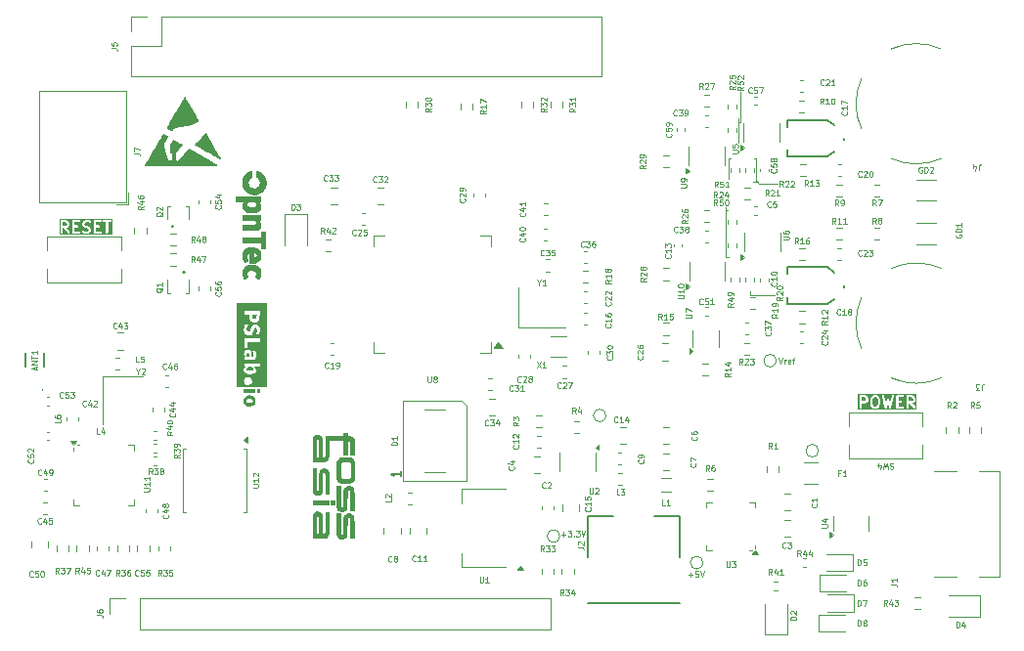
<source format=gbr>
%TF.GenerationSoftware,KiCad,Pcbnew,9.0.3*%
%TF.CreationDate,2025-10-02T12:34:45+05:30*%
%TF.ProjectId,pslab-mini,70736c61-622d-46d6-996e-692e6b696361,0.0.0*%
%TF.SameCoordinates,Original*%
%TF.FileFunction,Legend,Top*%
%TF.FilePolarity,Positive*%
%FSLAX46Y46*%
G04 Gerber Fmt 4.6, Leading zero omitted, Abs format (unit mm)*
G04 Created by KiCad (PCBNEW 9.0.3) date 2025-10-02 12:34:45*
%MOMM*%
%LPD*%
G01*
G04 APERTURE LIST*
%ADD10C,0.100000*%
%ADD11C,0.200000*%
%ADD12C,0.150000*%
%ADD13C,0.120000*%
%ADD14C,0.010000*%
%ADD15C,0.000000*%
G04 APERTURE END LIST*
D10*
X141100000Y-71450000D02*
X140900000Y-71450000D01*
X143550000Y-69050000D02*
X143300000Y-69050000D01*
X143550000Y-68850000D02*
X143750000Y-69150000D01*
X142200000Y-63850000D02*
X142200000Y-61200000D01*
X143000000Y-78500000D02*
X143000000Y-78800000D01*
X142050000Y-63850000D02*
X142200000Y-63850000D01*
X143550000Y-68950000D02*
X143550000Y-69050000D01*
X142000000Y-65600000D02*
X142050000Y-65600000D01*
X143550000Y-67000000D02*
X143550000Y-68950000D01*
X140900000Y-71200000D02*
X140900000Y-75500000D01*
X143000000Y-78800000D02*
X145150000Y-78800000D01*
X141150000Y-66950000D02*
X141150000Y-68750000D01*
X143750000Y-69150000D02*
X145400000Y-69150000D01*
X141350000Y-66950000D02*
X141150000Y-66950000D01*
X143350000Y-67000000D02*
X143550000Y-67000000D01*
X142050000Y-65600000D02*
X142050000Y-63500000D01*
X141175000Y-75500000D02*
X140925000Y-75500000D01*
X137684836Y-103043133D02*
X138065789Y-103043133D01*
X137875312Y-103233609D02*
X137875312Y-102852657D01*
X138541979Y-102733609D02*
X138303884Y-102733609D01*
X138303884Y-102733609D02*
X138280075Y-102971704D01*
X138280075Y-102971704D02*
X138303884Y-102947895D01*
X138303884Y-102947895D02*
X138351503Y-102924085D01*
X138351503Y-102924085D02*
X138470551Y-102924085D01*
X138470551Y-102924085D02*
X138518170Y-102947895D01*
X138518170Y-102947895D02*
X138541979Y-102971704D01*
X138541979Y-102971704D02*
X138565789Y-103019323D01*
X138565789Y-103019323D02*
X138565789Y-103138371D01*
X138565789Y-103138371D02*
X138541979Y-103185990D01*
X138541979Y-103185990D02*
X138518170Y-103209800D01*
X138518170Y-103209800D02*
X138470551Y-103233609D01*
X138470551Y-103233609D02*
X138351503Y-103233609D01*
X138351503Y-103233609D02*
X138303884Y-103209800D01*
X138303884Y-103209800D02*
X138280075Y-103185990D01*
X138708646Y-102733609D02*
X138875312Y-103233609D01*
X138875312Y-103233609D02*
X139041979Y-102733609D01*
D11*
G36*
X83856627Y-72527024D02*
G01*
X83881296Y-72551692D01*
X83911101Y-72611302D01*
X83911101Y-72706945D01*
X83881296Y-72766554D01*
X83856627Y-72791222D01*
X83797018Y-72821028D01*
X83539673Y-72821028D01*
X83539673Y-72497219D01*
X83797018Y-72497219D01*
X83856627Y-72527024D01*
G37*
G36*
X87839339Y-73608330D02*
G01*
X83228562Y-73608330D01*
X83228562Y-72397219D01*
X83339673Y-72397219D01*
X83339673Y-73397219D01*
X83341594Y-73416728D01*
X83356526Y-73452776D01*
X83384116Y-73480366D01*
X83420164Y-73495298D01*
X83459182Y-73495298D01*
X83495230Y-73480366D01*
X83522820Y-73452776D01*
X83537752Y-73416728D01*
X83539673Y-73397219D01*
X83539673Y-73021028D01*
X83625703Y-73021028D01*
X83929178Y-73454565D01*
X83941939Y-73469446D01*
X83974844Y-73490415D01*
X84013269Y-73497196D01*
X84051363Y-73488756D01*
X84083328Y-73466381D01*
X84104297Y-73433476D01*
X84111078Y-73395052D01*
X84102638Y-73356957D01*
X84093024Y-73339873D01*
X83863056Y-73011347D01*
X83865346Y-73010471D01*
X83960584Y-72962852D01*
X83968980Y-72957566D01*
X83971420Y-72956556D01*
X83974166Y-72954302D01*
X83977174Y-72952409D01*
X83978903Y-72950414D01*
X83986574Y-72944120D01*
X84034192Y-72896501D01*
X84040484Y-72888834D01*
X84042482Y-72887102D01*
X84044375Y-72884093D01*
X84046629Y-72881348D01*
X84047639Y-72878907D01*
X84052925Y-72870511D01*
X84100544Y-72775274D01*
X84107550Y-72756965D01*
X84107804Y-72753381D01*
X84109180Y-72750061D01*
X84111101Y-72730552D01*
X84111101Y-72587695D01*
X84109180Y-72568186D01*
X84107804Y-72564865D01*
X84107550Y-72561282D01*
X84100544Y-72542973D01*
X84052925Y-72447736D01*
X84047639Y-72439339D01*
X84046629Y-72436899D01*
X84044375Y-72434153D01*
X84042482Y-72431145D01*
X84040484Y-72429412D01*
X84034192Y-72421746D01*
X84009666Y-72397219D01*
X84339673Y-72397219D01*
X84339673Y-73397219D01*
X84341594Y-73416728D01*
X84356526Y-73452776D01*
X84384116Y-73480366D01*
X84420164Y-73495298D01*
X84439673Y-73497219D01*
X84915863Y-73497219D01*
X84935372Y-73495298D01*
X84971420Y-73480366D01*
X84999010Y-73452776D01*
X85013942Y-73416728D01*
X85013942Y-73377710D01*
X84999010Y-73341662D01*
X84971420Y-73314072D01*
X84935372Y-73299140D01*
X84915863Y-73297219D01*
X84539673Y-73297219D01*
X84539673Y-72973409D01*
X84773006Y-72973409D01*
X84792515Y-72971488D01*
X84828563Y-72956556D01*
X84856153Y-72928966D01*
X84871085Y-72892918D01*
X84871085Y-72853900D01*
X84856153Y-72817852D01*
X84828563Y-72790262D01*
X84792515Y-72775330D01*
X84773006Y-72773409D01*
X84539673Y-72773409D01*
X84539673Y-72587695D01*
X85196816Y-72587695D01*
X85196816Y-72682933D01*
X85198737Y-72702442D01*
X85200112Y-72705762D01*
X85200367Y-72709346D01*
X85207373Y-72727654D01*
X85254992Y-72822892D01*
X85260277Y-72831288D01*
X85261288Y-72833728D01*
X85263541Y-72836474D01*
X85265435Y-72839482D01*
X85267429Y-72841211D01*
X85273724Y-72848882D01*
X85321343Y-72896500D01*
X85329009Y-72902792D01*
X85330742Y-72904790D01*
X85333750Y-72906683D01*
X85336496Y-72908937D01*
X85338936Y-72909947D01*
X85347333Y-72915233D01*
X85442570Y-72962852D01*
X85443998Y-72963398D01*
X85444578Y-72963828D01*
X85452754Y-72966749D01*
X85460879Y-72969858D01*
X85461599Y-72969909D01*
X85463038Y-72970423D01*
X85642863Y-73015379D01*
X85713770Y-73050833D01*
X85738439Y-73075501D01*
X85768244Y-73135111D01*
X85768244Y-73183135D01*
X85738439Y-73242743D01*
X85713770Y-73267413D01*
X85654161Y-73297219D01*
X85455899Y-73297219D01*
X85328439Y-73254732D01*
X85309323Y-73250385D01*
X85270403Y-73253151D01*
X85235504Y-73270601D01*
X85209939Y-73300077D01*
X85197601Y-73337093D01*
X85200367Y-73376013D01*
X85217817Y-73410912D01*
X85247293Y-73436477D01*
X85265193Y-73444468D01*
X85408050Y-73492087D01*
X85417722Y-73494286D01*
X85420164Y-73495298D01*
X85423701Y-73495646D01*
X85427165Y-73496434D01*
X85429799Y-73496246D01*
X85439673Y-73497219D01*
X85677768Y-73497219D01*
X85697277Y-73495298D01*
X85700597Y-73493922D01*
X85704181Y-73493668D01*
X85722489Y-73486662D01*
X85817727Y-73439043D01*
X85826122Y-73433758D01*
X85828564Y-73432747D01*
X85831311Y-73430491D01*
X85834317Y-73428600D01*
X85836047Y-73426605D01*
X85843717Y-73420310D01*
X85891336Y-73372690D01*
X85897628Y-73365023D01*
X85899625Y-73363292D01*
X85901518Y-73360284D01*
X85903773Y-73357537D01*
X85904784Y-73355095D01*
X85910068Y-73346701D01*
X85957687Y-73251464D01*
X85964693Y-73233155D01*
X85964947Y-73229571D01*
X85966323Y-73226251D01*
X85968244Y-73206742D01*
X85968244Y-73111504D01*
X85966323Y-73091995D01*
X85964947Y-73088674D01*
X85964693Y-73085091D01*
X85957687Y-73066782D01*
X85910068Y-72971545D01*
X85904782Y-72963148D01*
X85903772Y-72960708D01*
X85901518Y-72957962D01*
X85899625Y-72954954D01*
X85897627Y-72953221D01*
X85891335Y-72945555D01*
X85843717Y-72897936D01*
X85836046Y-72891641D01*
X85834317Y-72889647D01*
X85831309Y-72887753D01*
X85828563Y-72885500D01*
X85826123Y-72884489D01*
X85817727Y-72879204D01*
X85722489Y-72831585D01*
X85721062Y-72831039D01*
X85720482Y-72830609D01*
X85712305Y-72827687D01*
X85704181Y-72824579D01*
X85703458Y-72824527D01*
X85702021Y-72824014D01*
X85522196Y-72779057D01*
X85451289Y-72743604D01*
X85426621Y-72718935D01*
X85396816Y-72659325D01*
X85396816Y-72611302D01*
X85426621Y-72551692D01*
X85451289Y-72527023D01*
X85510899Y-72497219D01*
X85709160Y-72497219D01*
X85836621Y-72539706D01*
X85855736Y-72544053D01*
X85894656Y-72541287D01*
X85929555Y-72523837D01*
X85955120Y-72494361D01*
X85967459Y-72457345D01*
X85964692Y-72418425D01*
X85954089Y-72397219D01*
X86196816Y-72397219D01*
X86196816Y-73397219D01*
X86198737Y-73416728D01*
X86213669Y-73452776D01*
X86241259Y-73480366D01*
X86277307Y-73495298D01*
X86296816Y-73497219D01*
X86773006Y-73497219D01*
X86792515Y-73495298D01*
X86828563Y-73480366D01*
X86856153Y-73452776D01*
X86871085Y-73416728D01*
X86871085Y-73377710D01*
X86856153Y-73341662D01*
X86828563Y-73314072D01*
X86792515Y-73299140D01*
X86773006Y-73297219D01*
X86396816Y-73297219D01*
X86396816Y-72973409D01*
X86630149Y-72973409D01*
X86649658Y-72971488D01*
X86685706Y-72956556D01*
X86713296Y-72928966D01*
X86728228Y-72892918D01*
X86728228Y-72853900D01*
X86713296Y-72817852D01*
X86685706Y-72790262D01*
X86649658Y-72775330D01*
X86630149Y-72773409D01*
X86396816Y-72773409D01*
X86396816Y-72497219D01*
X86773006Y-72497219D01*
X86792515Y-72495298D01*
X86828563Y-72480366D01*
X86856153Y-72452776D01*
X86871085Y-72416728D01*
X86871085Y-72377710D01*
X86960642Y-72377710D01*
X86960642Y-72416728D01*
X86975574Y-72452776D01*
X87003164Y-72480366D01*
X87039212Y-72495298D01*
X87058721Y-72497219D01*
X87244435Y-72497219D01*
X87244435Y-73397219D01*
X87246356Y-73416728D01*
X87261288Y-73452776D01*
X87288878Y-73480366D01*
X87324926Y-73495298D01*
X87363944Y-73495298D01*
X87399992Y-73480366D01*
X87427582Y-73452776D01*
X87442514Y-73416728D01*
X87444435Y-73397219D01*
X87444435Y-72497219D01*
X87630149Y-72497219D01*
X87649658Y-72495298D01*
X87685706Y-72480366D01*
X87713296Y-72452776D01*
X87728228Y-72416728D01*
X87728228Y-72377710D01*
X87713296Y-72341662D01*
X87685706Y-72314072D01*
X87649658Y-72299140D01*
X87630149Y-72297219D01*
X87058721Y-72297219D01*
X87039212Y-72299140D01*
X87003164Y-72314072D01*
X86975574Y-72341662D01*
X86960642Y-72377710D01*
X86871085Y-72377710D01*
X86856153Y-72341662D01*
X86828563Y-72314072D01*
X86792515Y-72299140D01*
X86773006Y-72297219D01*
X86296816Y-72297219D01*
X86277307Y-72299140D01*
X86241259Y-72314072D01*
X86213669Y-72341662D01*
X86198737Y-72377710D01*
X86196816Y-72397219D01*
X85954089Y-72397219D01*
X85947243Y-72383526D01*
X85917767Y-72357961D01*
X85899866Y-72349970D01*
X85757010Y-72302351D01*
X85747338Y-72300151D01*
X85744896Y-72299140D01*
X85741357Y-72298791D01*
X85737894Y-72298004D01*
X85735260Y-72298191D01*
X85725387Y-72297219D01*
X85487292Y-72297219D01*
X85467783Y-72299140D01*
X85464462Y-72300515D01*
X85460879Y-72300770D01*
X85442570Y-72307776D01*
X85347333Y-72355395D01*
X85338936Y-72360680D01*
X85336496Y-72361691D01*
X85333750Y-72363944D01*
X85330742Y-72365838D01*
X85329009Y-72367835D01*
X85321343Y-72374128D01*
X85273724Y-72421746D01*
X85267429Y-72429416D01*
X85265435Y-72431146D01*
X85263541Y-72434153D01*
X85261288Y-72436900D01*
X85260277Y-72439339D01*
X85254992Y-72447736D01*
X85207373Y-72542974D01*
X85200367Y-72561282D01*
X85200112Y-72564865D01*
X85198737Y-72568186D01*
X85196816Y-72587695D01*
X84539673Y-72587695D01*
X84539673Y-72497219D01*
X84915863Y-72497219D01*
X84935372Y-72495298D01*
X84971420Y-72480366D01*
X84999010Y-72452776D01*
X85013942Y-72416728D01*
X85013942Y-72377710D01*
X84999010Y-72341662D01*
X84971420Y-72314072D01*
X84935372Y-72299140D01*
X84915863Y-72297219D01*
X84439673Y-72297219D01*
X84420164Y-72299140D01*
X84384116Y-72314072D01*
X84356526Y-72341662D01*
X84341594Y-72377710D01*
X84339673Y-72397219D01*
X84009666Y-72397219D01*
X83986574Y-72374127D01*
X83978903Y-72367832D01*
X83977174Y-72365838D01*
X83974166Y-72363944D01*
X83971420Y-72361691D01*
X83968980Y-72360680D01*
X83960584Y-72355395D01*
X83865346Y-72307776D01*
X83847038Y-72300770D01*
X83843454Y-72300515D01*
X83840134Y-72299140D01*
X83820625Y-72297219D01*
X83439673Y-72297219D01*
X83420164Y-72299140D01*
X83384116Y-72314072D01*
X83356526Y-72341662D01*
X83341594Y-72377710D01*
X83339673Y-72397219D01*
X83228562Y-72397219D01*
X83228562Y-72186108D01*
X87839339Y-72186108D01*
X87839339Y-73608330D01*
G37*
D10*
X126684836Y-99543133D02*
X127065789Y-99543133D01*
X126875312Y-99733609D02*
X126875312Y-99352657D01*
X127256265Y-99233609D02*
X127565789Y-99233609D01*
X127565789Y-99233609D02*
X127399122Y-99424085D01*
X127399122Y-99424085D02*
X127470551Y-99424085D01*
X127470551Y-99424085D02*
X127518170Y-99447895D01*
X127518170Y-99447895D02*
X127541979Y-99471704D01*
X127541979Y-99471704D02*
X127565789Y-99519323D01*
X127565789Y-99519323D02*
X127565789Y-99638371D01*
X127565789Y-99638371D02*
X127541979Y-99685990D01*
X127541979Y-99685990D02*
X127518170Y-99709800D01*
X127518170Y-99709800D02*
X127470551Y-99733609D01*
X127470551Y-99733609D02*
X127327694Y-99733609D01*
X127327694Y-99733609D02*
X127280075Y-99709800D01*
X127280075Y-99709800D02*
X127256265Y-99685990D01*
X127780074Y-99685990D02*
X127803884Y-99709800D01*
X127803884Y-99709800D02*
X127780074Y-99733609D01*
X127780074Y-99733609D02*
X127756265Y-99709800D01*
X127756265Y-99709800D02*
X127780074Y-99685990D01*
X127780074Y-99685990D02*
X127780074Y-99733609D01*
X127970550Y-99233609D02*
X128280074Y-99233609D01*
X128280074Y-99233609D02*
X128113407Y-99424085D01*
X128113407Y-99424085D02*
X128184836Y-99424085D01*
X128184836Y-99424085D02*
X128232455Y-99447895D01*
X128232455Y-99447895D02*
X128256264Y-99471704D01*
X128256264Y-99471704D02*
X128280074Y-99519323D01*
X128280074Y-99519323D02*
X128280074Y-99638371D01*
X128280074Y-99638371D02*
X128256264Y-99685990D01*
X128256264Y-99685990D02*
X128232455Y-99709800D01*
X128232455Y-99709800D02*
X128184836Y-99733609D01*
X128184836Y-99733609D02*
X128041979Y-99733609D01*
X128041979Y-99733609D02*
X127994360Y-99709800D01*
X127994360Y-99709800D02*
X127970550Y-99685990D01*
X128422931Y-99233609D02*
X128589597Y-99733609D01*
X128589597Y-99733609D02*
X128756264Y-99233609D01*
X145513408Y-84283609D02*
X145680074Y-84783609D01*
X145680074Y-84783609D02*
X145846741Y-84283609D01*
X146013407Y-84783609D02*
X146013407Y-84450276D01*
X146013407Y-84545514D02*
X146037217Y-84497895D01*
X146037217Y-84497895D02*
X146061026Y-84474085D01*
X146061026Y-84474085D02*
X146108645Y-84450276D01*
X146108645Y-84450276D02*
X146156264Y-84450276D01*
X146513407Y-84759800D02*
X146465788Y-84783609D01*
X146465788Y-84783609D02*
X146370550Y-84783609D01*
X146370550Y-84783609D02*
X146322931Y-84759800D01*
X146322931Y-84759800D02*
X146299122Y-84712180D01*
X146299122Y-84712180D02*
X146299122Y-84521704D01*
X146299122Y-84521704D02*
X146322931Y-84474085D01*
X146322931Y-84474085D02*
X146370550Y-84450276D01*
X146370550Y-84450276D02*
X146465788Y-84450276D01*
X146465788Y-84450276D02*
X146513407Y-84474085D01*
X146513407Y-84474085D02*
X146537217Y-84521704D01*
X146537217Y-84521704D02*
X146537217Y-84569323D01*
X146537217Y-84569323D02*
X146299122Y-84616942D01*
X146680074Y-84450276D02*
X146870550Y-84450276D01*
X146751502Y-84783609D02*
X146751502Y-84355038D01*
X146751502Y-84355038D02*
X146775312Y-84307419D01*
X146775312Y-84307419D02*
X146822931Y-84283609D01*
X146822931Y-84283609D02*
X146870550Y-84283609D01*
D11*
G36*
X153991626Y-87697023D02*
G01*
X154055805Y-87761202D01*
X154093720Y-87912861D01*
X154093720Y-88221575D01*
X154055804Y-88373235D01*
X153991628Y-88437413D01*
X153932018Y-88467219D01*
X153788756Y-88467219D01*
X153729146Y-88437414D01*
X153664969Y-88373236D01*
X153627054Y-88221575D01*
X153627054Y-87912862D01*
X153664969Y-87761202D01*
X153729148Y-87697023D01*
X153788756Y-87667219D01*
X153932018Y-87667219D01*
X153991626Y-87697023D01*
G37*
G36*
X157086865Y-87697024D02*
G01*
X157111534Y-87721692D01*
X157141339Y-87781302D01*
X157141339Y-87876945D01*
X157111534Y-87936554D01*
X157086865Y-87961222D01*
X157027256Y-87991028D01*
X156769911Y-87991028D01*
X156769911Y-87667219D01*
X157027256Y-87667219D01*
X157086865Y-87697024D01*
G37*
G36*
X152991627Y-87697024D02*
G01*
X153016296Y-87721692D01*
X153046101Y-87781302D01*
X153046101Y-87876945D01*
X153016296Y-87936554D01*
X152991627Y-87961222D01*
X152932018Y-87991028D01*
X152674673Y-87991028D01*
X152674673Y-87667219D01*
X152932018Y-87667219D01*
X152991627Y-87697024D01*
G37*
G36*
X157452450Y-88778330D02*
G01*
X152363562Y-88778330D01*
X152363562Y-87567219D01*
X152474673Y-87567219D01*
X152474673Y-88567219D01*
X152476594Y-88586728D01*
X152491526Y-88622776D01*
X152519116Y-88650366D01*
X152555164Y-88665298D01*
X152594182Y-88665298D01*
X152630230Y-88650366D01*
X152657820Y-88622776D01*
X152672752Y-88586728D01*
X152674673Y-88567219D01*
X152674673Y-88191028D01*
X152955625Y-88191028D01*
X152975134Y-88189107D01*
X152978454Y-88187731D01*
X152982038Y-88187477D01*
X153000346Y-88180471D01*
X153095584Y-88132852D01*
X153103980Y-88127566D01*
X153106420Y-88126556D01*
X153109166Y-88124302D01*
X153112174Y-88122409D01*
X153113903Y-88120414D01*
X153121574Y-88114120D01*
X153169192Y-88066501D01*
X153175484Y-88058834D01*
X153177482Y-88057102D01*
X153179375Y-88054093D01*
X153181629Y-88051348D01*
X153182639Y-88048907D01*
X153187925Y-88040511D01*
X153235544Y-87945274D01*
X153242550Y-87926965D01*
X153242804Y-87923381D01*
X153244180Y-87920061D01*
X153246101Y-87900552D01*
X153427054Y-87900552D01*
X153427054Y-88233885D01*
X153427389Y-88237287D01*
X153427172Y-88238746D01*
X153428251Y-88246043D01*
X153428975Y-88253394D01*
X153429539Y-88254757D01*
X153430040Y-88258139D01*
X153477659Y-88448614D01*
X153484254Y-88467075D01*
X153488679Y-88473047D01*
X153491525Y-88479918D01*
X153503962Y-88495071D01*
X153599200Y-88590311D01*
X153606868Y-88596604D01*
X153608599Y-88598600D01*
X153611606Y-88600493D01*
X153614353Y-88602747D01*
X153616793Y-88603757D01*
X153625190Y-88609043D01*
X153720427Y-88656662D01*
X153738736Y-88663668D01*
X153742319Y-88663922D01*
X153745640Y-88665298D01*
X153765149Y-88667219D01*
X153955625Y-88667219D01*
X153975134Y-88665298D01*
X153978454Y-88663922D01*
X153982038Y-88663668D01*
X154000346Y-88656662D01*
X154095584Y-88609043D01*
X154103979Y-88603758D01*
X154106421Y-88602747D01*
X154109168Y-88600491D01*
X154112174Y-88598600D01*
X154113904Y-88596605D01*
X154121574Y-88590310D01*
X154216812Y-88495071D01*
X154229249Y-88479918D01*
X154232094Y-88473047D01*
X154236520Y-88467075D01*
X154243115Y-88448615D01*
X154290734Y-88258139D01*
X154291234Y-88254757D01*
X154291799Y-88253394D01*
X154292522Y-88246043D01*
X154293602Y-88238746D01*
X154293384Y-88237287D01*
X154293720Y-88233885D01*
X154293720Y-87900552D01*
X154293384Y-87897149D01*
X154293602Y-87895691D01*
X154292522Y-87888393D01*
X154291799Y-87881043D01*
X154291234Y-87879679D01*
X154290734Y-87876298D01*
X154243115Y-87685822D01*
X154236520Y-87667362D01*
X154232093Y-87661387D01*
X154229248Y-87654519D01*
X154216812Y-87639365D01*
X154148405Y-87570958D01*
X154427123Y-87570958D01*
X154429773Y-87590381D01*
X154667868Y-88590381D01*
X154670176Y-88597078D01*
X154670495Y-88599476D01*
X154671749Y-88601643D01*
X154674256Y-88608915D01*
X154682771Y-88620681D01*
X154690044Y-88633244D01*
X154694121Y-88636364D01*
X154697131Y-88640524D01*
X154709493Y-88648131D01*
X154721027Y-88656960D01*
X154725990Y-88658283D01*
X154730361Y-88660973D01*
X154744695Y-88663271D01*
X154758728Y-88667013D01*
X154763816Y-88666336D01*
X154768888Y-88667150D01*
X154783022Y-88663784D01*
X154797406Y-88661873D01*
X154801846Y-88659302D01*
X154806845Y-88658112D01*
X154818611Y-88649596D01*
X154831174Y-88642324D01*
X154834294Y-88638246D01*
X154838454Y-88635237D01*
X154846061Y-88622874D01*
X154854890Y-88611341D01*
X154857589Y-88604140D01*
X154858903Y-88602007D01*
X154859286Y-88599616D01*
X154861773Y-88592985D01*
X154955625Y-88241038D01*
X155049478Y-88592986D01*
X155051963Y-88599615D01*
X155052347Y-88602007D01*
X155053660Y-88604141D01*
X155056360Y-88611341D01*
X155065188Y-88622874D01*
X155072796Y-88635237D01*
X155076955Y-88638246D01*
X155080076Y-88642324D01*
X155092640Y-88649598D01*
X155104405Y-88658112D01*
X155109400Y-88659301D01*
X155113844Y-88661874D01*
X155128233Y-88663785D01*
X155142362Y-88667150D01*
X155147433Y-88666336D01*
X155152522Y-88667013D01*
X155166554Y-88663271D01*
X155180889Y-88660973D01*
X155185259Y-88658283D01*
X155190223Y-88656960D01*
X155201756Y-88648131D01*
X155214119Y-88640524D01*
X155217128Y-88636364D01*
X155221206Y-88633244D01*
X155228481Y-88620677D01*
X155236994Y-88608915D01*
X155239498Y-88601649D01*
X155240756Y-88599477D01*
X155241075Y-88597073D01*
X155243382Y-88590381D01*
X155481478Y-87590381D01*
X155484128Y-87570958D01*
X155483529Y-87567219D01*
X155665149Y-87567219D01*
X155665149Y-88567219D01*
X155667070Y-88586728D01*
X155682002Y-88622776D01*
X155709592Y-88650366D01*
X155745640Y-88665298D01*
X155765149Y-88667219D01*
X156241339Y-88667219D01*
X156260848Y-88665298D01*
X156296896Y-88650366D01*
X156324486Y-88622776D01*
X156339418Y-88586728D01*
X156339418Y-88547710D01*
X156324486Y-88511662D01*
X156296896Y-88484072D01*
X156260848Y-88469140D01*
X156241339Y-88467219D01*
X155865149Y-88467219D01*
X155865149Y-88143409D01*
X156098482Y-88143409D01*
X156117991Y-88141488D01*
X156154039Y-88126556D01*
X156181629Y-88098966D01*
X156196561Y-88062918D01*
X156196561Y-88023900D01*
X156181629Y-87987852D01*
X156154039Y-87960262D01*
X156117991Y-87945330D01*
X156098482Y-87943409D01*
X155865149Y-87943409D01*
X155865149Y-87667219D01*
X156241339Y-87667219D01*
X156260848Y-87665298D01*
X156296896Y-87650366D01*
X156324486Y-87622776D01*
X156339418Y-87586728D01*
X156339418Y-87567219D01*
X156569911Y-87567219D01*
X156569911Y-88567219D01*
X156571832Y-88586728D01*
X156586764Y-88622776D01*
X156614354Y-88650366D01*
X156650402Y-88665298D01*
X156689420Y-88665298D01*
X156725468Y-88650366D01*
X156753058Y-88622776D01*
X156767990Y-88586728D01*
X156769911Y-88567219D01*
X156769911Y-88191028D01*
X156855941Y-88191028D01*
X157159416Y-88624565D01*
X157172177Y-88639446D01*
X157205082Y-88660415D01*
X157243507Y-88667196D01*
X157281601Y-88658756D01*
X157313566Y-88636381D01*
X157334535Y-88603476D01*
X157341316Y-88565052D01*
X157332876Y-88526957D01*
X157323262Y-88509873D01*
X157093294Y-88181347D01*
X157095584Y-88180471D01*
X157190822Y-88132852D01*
X157199218Y-88127566D01*
X157201658Y-88126556D01*
X157204404Y-88124302D01*
X157207412Y-88122409D01*
X157209141Y-88120414D01*
X157216812Y-88114120D01*
X157264430Y-88066501D01*
X157270722Y-88058834D01*
X157272720Y-88057102D01*
X157274613Y-88054093D01*
X157276867Y-88051348D01*
X157277877Y-88048907D01*
X157283163Y-88040511D01*
X157330782Y-87945274D01*
X157337788Y-87926965D01*
X157338042Y-87923381D01*
X157339418Y-87920061D01*
X157341339Y-87900552D01*
X157341339Y-87757695D01*
X157339418Y-87738186D01*
X157338042Y-87734865D01*
X157337788Y-87731282D01*
X157330782Y-87712973D01*
X157283163Y-87617736D01*
X157277877Y-87609339D01*
X157276867Y-87606899D01*
X157274613Y-87604153D01*
X157272720Y-87601145D01*
X157270722Y-87599412D01*
X157264430Y-87591746D01*
X157216812Y-87544127D01*
X157209141Y-87537832D01*
X157207412Y-87535838D01*
X157204404Y-87533944D01*
X157201658Y-87531691D01*
X157199218Y-87530680D01*
X157190822Y-87525395D01*
X157095584Y-87477776D01*
X157077276Y-87470770D01*
X157073692Y-87470515D01*
X157070372Y-87469140D01*
X157050863Y-87467219D01*
X156669911Y-87467219D01*
X156650402Y-87469140D01*
X156614354Y-87484072D01*
X156586764Y-87511662D01*
X156571832Y-87547710D01*
X156569911Y-87567219D01*
X156339418Y-87567219D01*
X156339418Y-87547710D01*
X156324486Y-87511662D01*
X156296896Y-87484072D01*
X156260848Y-87469140D01*
X156241339Y-87467219D01*
X155765149Y-87467219D01*
X155745640Y-87469140D01*
X155709592Y-87484072D01*
X155682002Y-87511662D01*
X155667070Y-87547710D01*
X155665149Y-87567219D01*
X155483529Y-87567219D01*
X155477951Y-87532432D01*
X155457502Y-87499201D01*
X155425893Y-87476326D01*
X155387936Y-87467289D01*
X155349409Y-87473465D01*
X155316179Y-87493914D01*
X155293304Y-87525523D01*
X155286916Y-87544057D01*
X155140612Y-88158530D01*
X155052249Y-87827167D01*
X155050535Y-87822596D01*
X155050280Y-87820675D01*
X155048959Y-87818393D01*
X155045366Y-87808811D01*
X155037341Y-87798328D01*
X155030730Y-87786908D01*
X155025586Y-87782971D01*
X155021650Y-87777828D01*
X155010232Y-87771218D01*
X154999747Y-87763192D01*
X154993483Y-87761521D01*
X154987882Y-87758279D01*
X154974804Y-87756541D01*
X154962046Y-87753139D01*
X154955624Y-87753992D01*
X154949204Y-87753139D01*
X154936450Y-87756539D01*
X154923368Y-87758278D01*
X154917763Y-87761522D01*
X154911503Y-87763192D01*
X154901019Y-87771216D01*
X154889600Y-87777828D01*
X154885663Y-87782971D01*
X154880520Y-87786908D01*
X154873910Y-87798325D01*
X154865884Y-87808811D01*
X154862288Y-87818399D01*
X154860971Y-87820676D01*
X154860716Y-87822594D01*
X154859002Y-87827166D01*
X154770637Y-88158530D01*
X154624335Y-87544057D01*
X154617947Y-87525523D01*
X154595072Y-87493914D01*
X154561842Y-87473465D01*
X154523315Y-87467288D01*
X154485358Y-87476326D01*
X154453749Y-87499201D01*
X154433300Y-87532431D01*
X154427123Y-87570958D01*
X154148405Y-87570958D01*
X154121574Y-87544127D01*
X154113903Y-87537832D01*
X154112174Y-87535838D01*
X154109166Y-87533944D01*
X154106420Y-87531691D01*
X154103980Y-87530680D01*
X154095584Y-87525395D01*
X154000346Y-87477776D01*
X153982038Y-87470770D01*
X153978454Y-87470515D01*
X153975134Y-87469140D01*
X153955625Y-87467219D01*
X153765149Y-87467219D01*
X153745640Y-87469140D01*
X153742319Y-87470515D01*
X153738736Y-87470770D01*
X153720427Y-87477776D01*
X153625190Y-87525395D01*
X153616791Y-87530681D01*
X153614354Y-87531691D01*
X153611610Y-87533942D01*
X153608599Y-87535838D01*
X153606866Y-87537835D01*
X153599200Y-87544127D01*
X153503962Y-87639365D01*
X153491526Y-87654519D01*
X153488680Y-87661387D01*
X153484254Y-87667362D01*
X153477659Y-87685823D01*
X153430040Y-87876298D01*
X153429539Y-87879679D01*
X153428975Y-87881043D01*
X153428251Y-87888393D01*
X153427172Y-87895691D01*
X153427389Y-87897149D01*
X153427054Y-87900552D01*
X153246101Y-87900552D01*
X153246101Y-87757695D01*
X153244180Y-87738186D01*
X153242804Y-87734865D01*
X153242550Y-87731282D01*
X153235544Y-87712973D01*
X153187925Y-87617736D01*
X153182639Y-87609339D01*
X153181629Y-87606899D01*
X153179375Y-87604153D01*
X153177482Y-87601145D01*
X153175484Y-87599412D01*
X153169192Y-87591746D01*
X153121574Y-87544127D01*
X153113903Y-87537832D01*
X153112174Y-87535838D01*
X153109166Y-87533944D01*
X153106420Y-87531691D01*
X153103980Y-87530680D01*
X153095584Y-87525395D01*
X153000346Y-87477776D01*
X152982038Y-87470770D01*
X152978454Y-87470515D01*
X152975134Y-87469140D01*
X152955625Y-87467219D01*
X152574673Y-87467219D01*
X152555164Y-87469140D01*
X152519116Y-87484072D01*
X152491526Y-87511662D01*
X152476594Y-87547710D01*
X152474673Y-87567219D01*
X152363562Y-87567219D01*
X152363562Y-87356108D01*
X157452450Y-87356108D01*
X157452450Y-88778330D01*
G37*
D10*
X92173728Y-71647619D02*
X92149919Y-71695238D01*
X92149919Y-71695238D02*
X92102300Y-71742857D01*
X92102300Y-71742857D02*
X92030871Y-71814285D01*
X92030871Y-71814285D02*
X92007061Y-71861904D01*
X92007061Y-71861904D02*
X92007061Y-71909523D01*
X92126109Y-71885714D02*
X92102300Y-71933333D01*
X92102300Y-71933333D02*
X92054680Y-71980952D01*
X92054680Y-71980952D02*
X91959442Y-72004761D01*
X91959442Y-72004761D02*
X91792776Y-72004761D01*
X91792776Y-72004761D02*
X91697538Y-71980952D01*
X91697538Y-71980952D02*
X91649919Y-71933333D01*
X91649919Y-71933333D02*
X91626109Y-71885714D01*
X91626109Y-71885714D02*
X91626109Y-71790476D01*
X91626109Y-71790476D02*
X91649919Y-71742857D01*
X91649919Y-71742857D02*
X91697538Y-71695238D01*
X91697538Y-71695238D02*
X91792776Y-71671428D01*
X91792776Y-71671428D02*
X91959442Y-71671428D01*
X91959442Y-71671428D02*
X92054680Y-71695238D01*
X92054680Y-71695238D02*
X92102300Y-71742857D01*
X92102300Y-71742857D02*
X92126109Y-71790476D01*
X92126109Y-71790476D02*
X92126109Y-71885714D01*
X91673728Y-71480951D02*
X91649919Y-71457142D01*
X91649919Y-71457142D02*
X91626109Y-71409523D01*
X91626109Y-71409523D02*
X91626109Y-71290475D01*
X91626109Y-71290475D02*
X91649919Y-71242856D01*
X91649919Y-71242856D02*
X91673728Y-71219047D01*
X91673728Y-71219047D02*
X91721347Y-71195237D01*
X91721347Y-71195237D02*
X91768966Y-71195237D01*
X91768966Y-71195237D02*
X91840395Y-71219047D01*
X91840395Y-71219047D02*
X92126109Y-71504761D01*
X92126109Y-71504761D02*
X92126109Y-71195237D01*
X92148728Y-78197619D02*
X92124919Y-78245238D01*
X92124919Y-78245238D02*
X92077300Y-78292857D01*
X92077300Y-78292857D02*
X92005871Y-78364285D01*
X92005871Y-78364285D02*
X91982061Y-78411904D01*
X91982061Y-78411904D02*
X91982061Y-78459523D01*
X92101109Y-78435714D02*
X92077300Y-78483333D01*
X92077300Y-78483333D02*
X92029680Y-78530952D01*
X92029680Y-78530952D02*
X91934442Y-78554761D01*
X91934442Y-78554761D02*
X91767776Y-78554761D01*
X91767776Y-78554761D02*
X91672538Y-78530952D01*
X91672538Y-78530952D02*
X91624919Y-78483333D01*
X91624919Y-78483333D02*
X91601109Y-78435714D01*
X91601109Y-78435714D02*
X91601109Y-78340476D01*
X91601109Y-78340476D02*
X91624919Y-78292857D01*
X91624919Y-78292857D02*
X91672538Y-78245238D01*
X91672538Y-78245238D02*
X91767776Y-78221428D01*
X91767776Y-78221428D02*
X91934442Y-78221428D01*
X91934442Y-78221428D02*
X92029680Y-78245238D01*
X92029680Y-78245238D02*
X92077300Y-78292857D01*
X92077300Y-78292857D02*
X92101109Y-78340476D01*
X92101109Y-78340476D02*
X92101109Y-78435714D01*
X92101109Y-77745237D02*
X92101109Y-78030951D01*
X92101109Y-77888094D02*
X91601109Y-77888094D01*
X91601109Y-77888094D02*
X91672538Y-77935713D01*
X91672538Y-77935713D02*
X91720157Y-77983332D01*
X91720157Y-77983332D02*
X91743966Y-78030951D01*
X127906109Y-62646428D02*
X127668014Y-62813094D01*
X127906109Y-62932142D02*
X127406109Y-62932142D01*
X127406109Y-62932142D02*
X127406109Y-62741666D01*
X127406109Y-62741666D02*
X127429919Y-62694047D01*
X127429919Y-62694047D02*
X127453728Y-62670237D01*
X127453728Y-62670237D02*
X127501347Y-62646428D01*
X127501347Y-62646428D02*
X127572776Y-62646428D01*
X127572776Y-62646428D02*
X127620395Y-62670237D01*
X127620395Y-62670237D02*
X127644204Y-62694047D01*
X127644204Y-62694047D02*
X127668014Y-62741666D01*
X127668014Y-62741666D02*
X127668014Y-62932142D01*
X127406109Y-62479761D02*
X127406109Y-62170237D01*
X127406109Y-62170237D02*
X127596585Y-62336904D01*
X127596585Y-62336904D02*
X127596585Y-62265475D01*
X127596585Y-62265475D02*
X127620395Y-62217856D01*
X127620395Y-62217856D02*
X127644204Y-62194047D01*
X127644204Y-62194047D02*
X127691823Y-62170237D01*
X127691823Y-62170237D02*
X127810871Y-62170237D01*
X127810871Y-62170237D02*
X127858490Y-62194047D01*
X127858490Y-62194047D02*
X127882300Y-62217856D01*
X127882300Y-62217856D02*
X127906109Y-62265475D01*
X127906109Y-62265475D02*
X127906109Y-62408332D01*
X127906109Y-62408332D02*
X127882300Y-62455951D01*
X127882300Y-62455951D02*
X127858490Y-62479761D01*
X127906109Y-61694047D02*
X127906109Y-61979761D01*
X127906109Y-61836904D02*
X127406109Y-61836904D01*
X127406109Y-61836904D02*
X127477538Y-61884523D01*
X127477538Y-61884523D02*
X127525157Y-61932142D01*
X127525157Y-61932142D02*
X127548966Y-61979761D01*
X163066666Y-87023890D02*
X163066666Y-86666747D01*
X163066666Y-86666747D02*
X163090475Y-86595319D01*
X163090475Y-86595319D02*
X163138094Y-86547700D01*
X163138094Y-86547700D02*
X163209523Y-86523890D01*
X163209523Y-86523890D02*
X163257142Y-86523890D01*
X162876190Y-87023890D02*
X162566666Y-87023890D01*
X162566666Y-87023890D02*
X162733333Y-86833414D01*
X162733333Y-86833414D02*
X162661904Y-86833414D01*
X162661904Y-86833414D02*
X162614285Y-86809604D01*
X162614285Y-86809604D02*
X162590476Y-86785795D01*
X162590476Y-86785795D02*
X162566666Y-86738176D01*
X162566666Y-86738176D02*
X162566666Y-86619128D01*
X162566666Y-86619128D02*
X162590476Y-86571509D01*
X162590476Y-86571509D02*
X162614285Y-86547700D01*
X162614285Y-86547700D02*
X162661904Y-86523890D01*
X162661904Y-86523890D02*
X162804761Y-86523890D01*
X162804761Y-86523890D02*
X162852380Y-86547700D01*
X162852380Y-86547700D02*
X162876190Y-86571509D01*
X115406109Y-62646428D02*
X115168014Y-62813094D01*
X115406109Y-62932142D02*
X114906109Y-62932142D01*
X114906109Y-62932142D02*
X114906109Y-62741666D01*
X114906109Y-62741666D02*
X114929919Y-62694047D01*
X114929919Y-62694047D02*
X114953728Y-62670237D01*
X114953728Y-62670237D02*
X115001347Y-62646428D01*
X115001347Y-62646428D02*
X115072776Y-62646428D01*
X115072776Y-62646428D02*
X115120395Y-62670237D01*
X115120395Y-62670237D02*
X115144204Y-62694047D01*
X115144204Y-62694047D02*
X115168014Y-62741666D01*
X115168014Y-62741666D02*
X115168014Y-62932142D01*
X114906109Y-62479761D02*
X114906109Y-62170237D01*
X114906109Y-62170237D02*
X115096585Y-62336904D01*
X115096585Y-62336904D02*
X115096585Y-62265475D01*
X115096585Y-62265475D02*
X115120395Y-62217856D01*
X115120395Y-62217856D02*
X115144204Y-62194047D01*
X115144204Y-62194047D02*
X115191823Y-62170237D01*
X115191823Y-62170237D02*
X115310871Y-62170237D01*
X115310871Y-62170237D02*
X115358490Y-62194047D01*
X115358490Y-62194047D02*
X115382300Y-62217856D01*
X115382300Y-62217856D02*
X115406109Y-62265475D01*
X115406109Y-62265475D02*
X115406109Y-62408332D01*
X115406109Y-62408332D02*
X115382300Y-62455951D01*
X115382300Y-62455951D02*
X115358490Y-62479761D01*
X114906109Y-61860714D02*
X114906109Y-61813095D01*
X114906109Y-61813095D02*
X114929919Y-61765476D01*
X114929919Y-61765476D02*
X114953728Y-61741666D01*
X114953728Y-61741666D02*
X115001347Y-61717857D01*
X115001347Y-61717857D02*
X115096585Y-61694047D01*
X115096585Y-61694047D02*
X115215633Y-61694047D01*
X115215633Y-61694047D02*
X115310871Y-61717857D01*
X115310871Y-61717857D02*
X115358490Y-61741666D01*
X115358490Y-61741666D02*
X115382300Y-61765476D01*
X115382300Y-61765476D02*
X115406109Y-61813095D01*
X115406109Y-61813095D02*
X115406109Y-61860714D01*
X115406109Y-61860714D02*
X115382300Y-61908333D01*
X115382300Y-61908333D02*
X115358490Y-61932142D01*
X115358490Y-61932142D02*
X115310871Y-61955952D01*
X115310871Y-61955952D02*
X115215633Y-61979761D01*
X115215633Y-61979761D02*
X115096585Y-61979761D01*
X115096585Y-61979761D02*
X115001347Y-61955952D01*
X115001347Y-61955952D02*
X114953728Y-61932142D01*
X114953728Y-61932142D02*
X114929919Y-61908333D01*
X114929919Y-61908333D02*
X114906109Y-61860714D01*
X160849919Y-73582142D02*
X160826109Y-73629761D01*
X160826109Y-73629761D02*
X160826109Y-73701190D01*
X160826109Y-73701190D02*
X160849919Y-73772618D01*
X160849919Y-73772618D02*
X160897538Y-73820237D01*
X160897538Y-73820237D02*
X160945157Y-73844047D01*
X160945157Y-73844047D02*
X161040395Y-73867856D01*
X161040395Y-73867856D02*
X161111823Y-73867856D01*
X161111823Y-73867856D02*
X161207061Y-73844047D01*
X161207061Y-73844047D02*
X161254680Y-73820237D01*
X161254680Y-73820237D02*
X161302300Y-73772618D01*
X161302300Y-73772618D02*
X161326109Y-73701190D01*
X161326109Y-73701190D02*
X161326109Y-73653571D01*
X161326109Y-73653571D02*
X161302300Y-73582142D01*
X161302300Y-73582142D02*
X161278490Y-73558333D01*
X161278490Y-73558333D02*
X161111823Y-73558333D01*
X161111823Y-73558333D02*
X161111823Y-73653571D01*
X161326109Y-73344047D02*
X160826109Y-73344047D01*
X160826109Y-73344047D02*
X160826109Y-73224999D01*
X160826109Y-73224999D02*
X160849919Y-73153571D01*
X160849919Y-73153571D02*
X160897538Y-73105952D01*
X160897538Y-73105952D02*
X160945157Y-73082142D01*
X160945157Y-73082142D02*
X161040395Y-73058333D01*
X161040395Y-73058333D02*
X161111823Y-73058333D01*
X161111823Y-73058333D02*
X161207061Y-73082142D01*
X161207061Y-73082142D02*
X161254680Y-73105952D01*
X161254680Y-73105952D02*
X161302300Y-73153571D01*
X161302300Y-73153571D02*
X161326109Y-73224999D01*
X161326109Y-73224999D02*
X161326109Y-73344047D01*
X161326109Y-72582142D02*
X161326109Y-72867856D01*
X161326109Y-72724999D02*
X160826109Y-72724999D01*
X160826109Y-72724999D02*
X160897538Y-72772618D01*
X160897538Y-72772618D02*
X160945157Y-72820237D01*
X160945157Y-72820237D02*
X160968966Y-72867856D01*
X140178571Y-71026109D02*
X140011905Y-70788014D01*
X139892857Y-71026109D02*
X139892857Y-70526109D01*
X139892857Y-70526109D02*
X140083333Y-70526109D01*
X140083333Y-70526109D02*
X140130952Y-70549919D01*
X140130952Y-70549919D02*
X140154762Y-70573728D01*
X140154762Y-70573728D02*
X140178571Y-70621347D01*
X140178571Y-70621347D02*
X140178571Y-70692776D01*
X140178571Y-70692776D02*
X140154762Y-70740395D01*
X140154762Y-70740395D02*
X140130952Y-70764204D01*
X140130952Y-70764204D02*
X140083333Y-70788014D01*
X140083333Y-70788014D02*
X139892857Y-70788014D01*
X140630952Y-70526109D02*
X140392857Y-70526109D01*
X140392857Y-70526109D02*
X140369048Y-70764204D01*
X140369048Y-70764204D02*
X140392857Y-70740395D01*
X140392857Y-70740395D02*
X140440476Y-70716585D01*
X140440476Y-70716585D02*
X140559524Y-70716585D01*
X140559524Y-70716585D02*
X140607143Y-70740395D01*
X140607143Y-70740395D02*
X140630952Y-70764204D01*
X140630952Y-70764204D02*
X140654762Y-70811823D01*
X140654762Y-70811823D02*
X140654762Y-70930871D01*
X140654762Y-70930871D02*
X140630952Y-70978490D01*
X140630952Y-70978490D02*
X140607143Y-71002300D01*
X140607143Y-71002300D02*
X140559524Y-71026109D01*
X140559524Y-71026109D02*
X140440476Y-71026109D01*
X140440476Y-71026109D02*
X140392857Y-71002300D01*
X140392857Y-71002300D02*
X140369048Y-70978490D01*
X140964285Y-70526109D02*
X141011904Y-70526109D01*
X141011904Y-70526109D02*
X141059523Y-70549919D01*
X141059523Y-70549919D02*
X141083333Y-70573728D01*
X141083333Y-70573728D02*
X141107142Y-70621347D01*
X141107142Y-70621347D02*
X141130952Y-70716585D01*
X141130952Y-70716585D02*
X141130952Y-70835633D01*
X141130952Y-70835633D02*
X141107142Y-70930871D01*
X141107142Y-70930871D02*
X141083333Y-70978490D01*
X141083333Y-70978490D02*
X141059523Y-71002300D01*
X141059523Y-71002300D02*
X141011904Y-71026109D01*
X141011904Y-71026109D02*
X140964285Y-71026109D01*
X140964285Y-71026109D02*
X140916666Y-71002300D01*
X140916666Y-71002300D02*
X140892857Y-70978490D01*
X140892857Y-70978490D02*
X140869047Y-70930871D01*
X140869047Y-70930871D02*
X140845238Y-70835633D01*
X140845238Y-70835633D02*
X140845238Y-70716585D01*
X140845238Y-70716585D02*
X140869047Y-70621347D01*
X140869047Y-70621347D02*
X140892857Y-70573728D01*
X140892857Y-70573728D02*
X140916666Y-70549919D01*
X140916666Y-70549919D02*
X140964285Y-70526109D01*
X129178490Y-97221428D02*
X129202300Y-97245237D01*
X129202300Y-97245237D02*
X129226109Y-97316666D01*
X129226109Y-97316666D02*
X129226109Y-97364285D01*
X129226109Y-97364285D02*
X129202300Y-97435713D01*
X129202300Y-97435713D02*
X129154680Y-97483332D01*
X129154680Y-97483332D02*
X129107061Y-97507142D01*
X129107061Y-97507142D02*
X129011823Y-97530951D01*
X129011823Y-97530951D02*
X128940395Y-97530951D01*
X128940395Y-97530951D02*
X128845157Y-97507142D01*
X128845157Y-97507142D02*
X128797538Y-97483332D01*
X128797538Y-97483332D02*
X128749919Y-97435713D01*
X128749919Y-97435713D02*
X128726109Y-97364285D01*
X128726109Y-97364285D02*
X128726109Y-97316666D01*
X128726109Y-97316666D02*
X128749919Y-97245237D01*
X128749919Y-97245237D02*
X128773728Y-97221428D01*
X129226109Y-96745237D02*
X129226109Y-97030951D01*
X129226109Y-96888094D02*
X128726109Y-96888094D01*
X128726109Y-96888094D02*
X128797538Y-96935713D01*
X128797538Y-96935713D02*
X128845157Y-96983332D01*
X128845157Y-96983332D02*
X128868966Y-97030951D01*
X128726109Y-96292857D02*
X128726109Y-96530952D01*
X128726109Y-96530952D02*
X128964204Y-96554761D01*
X128964204Y-96554761D02*
X128940395Y-96530952D01*
X128940395Y-96530952D02*
X128916585Y-96483333D01*
X128916585Y-96483333D02*
X128916585Y-96364285D01*
X128916585Y-96364285D02*
X128940395Y-96316666D01*
X128940395Y-96316666D02*
X128964204Y-96292857D01*
X128964204Y-96292857D02*
X129011823Y-96269047D01*
X129011823Y-96269047D02*
X129130871Y-96269047D01*
X129130871Y-96269047D02*
X129178490Y-96292857D01*
X129178490Y-96292857D02*
X129202300Y-96316666D01*
X129202300Y-96316666D02*
X129226109Y-96364285D01*
X129226109Y-96364285D02*
X129226109Y-96483333D01*
X129226109Y-96483333D02*
X129202300Y-96530952D01*
X129202300Y-96530952D02*
X129178490Y-96554761D01*
X125396109Y-62646428D02*
X125158014Y-62813094D01*
X125396109Y-62932142D02*
X124896109Y-62932142D01*
X124896109Y-62932142D02*
X124896109Y-62741666D01*
X124896109Y-62741666D02*
X124919919Y-62694047D01*
X124919919Y-62694047D02*
X124943728Y-62670237D01*
X124943728Y-62670237D02*
X124991347Y-62646428D01*
X124991347Y-62646428D02*
X125062776Y-62646428D01*
X125062776Y-62646428D02*
X125110395Y-62670237D01*
X125110395Y-62670237D02*
X125134204Y-62694047D01*
X125134204Y-62694047D02*
X125158014Y-62741666D01*
X125158014Y-62741666D02*
X125158014Y-62932142D01*
X124896109Y-62479761D02*
X124896109Y-62170237D01*
X124896109Y-62170237D02*
X125086585Y-62336904D01*
X125086585Y-62336904D02*
X125086585Y-62265475D01*
X125086585Y-62265475D02*
X125110395Y-62217856D01*
X125110395Y-62217856D02*
X125134204Y-62194047D01*
X125134204Y-62194047D02*
X125181823Y-62170237D01*
X125181823Y-62170237D02*
X125300871Y-62170237D01*
X125300871Y-62170237D02*
X125348490Y-62194047D01*
X125348490Y-62194047D02*
X125372300Y-62217856D01*
X125372300Y-62217856D02*
X125396109Y-62265475D01*
X125396109Y-62265475D02*
X125396109Y-62408332D01*
X125396109Y-62408332D02*
X125372300Y-62455951D01*
X125372300Y-62455951D02*
X125348490Y-62479761D01*
X124943728Y-61979761D02*
X124919919Y-61955952D01*
X124919919Y-61955952D02*
X124896109Y-61908333D01*
X124896109Y-61908333D02*
X124896109Y-61789285D01*
X124896109Y-61789285D02*
X124919919Y-61741666D01*
X124919919Y-61741666D02*
X124943728Y-61717857D01*
X124943728Y-61717857D02*
X124991347Y-61694047D01*
X124991347Y-61694047D02*
X125038966Y-61694047D01*
X125038966Y-61694047D02*
X125110395Y-61717857D01*
X125110395Y-61717857D02*
X125396109Y-62003571D01*
X125396109Y-62003571D02*
X125396109Y-61694047D01*
X92628490Y-97846428D02*
X92652300Y-97870237D01*
X92652300Y-97870237D02*
X92676109Y-97941666D01*
X92676109Y-97941666D02*
X92676109Y-97989285D01*
X92676109Y-97989285D02*
X92652300Y-98060713D01*
X92652300Y-98060713D02*
X92604680Y-98108332D01*
X92604680Y-98108332D02*
X92557061Y-98132142D01*
X92557061Y-98132142D02*
X92461823Y-98155951D01*
X92461823Y-98155951D02*
X92390395Y-98155951D01*
X92390395Y-98155951D02*
X92295157Y-98132142D01*
X92295157Y-98132142D02*
X92247538Y-98108332D01*
X92247538Y-98108332D02*
X92199919Y-98060713D01*
X92199919Y-98060713D02*
X92176109Y-97989285D01*
X92176109Y-97989285D02*
X92176109Y-97941666D01*
X92176109Y-97941666D02*
X92199919Y-97870237D01*
X92199919Y-97870237D02*
X92223728Y-97846428D01*
X92342776Y-97417856D02*
X92676109Y-97417856D01*
X92152300Y-97536904D02*
X92509442Y-97655951D01*
X92509442Y-97655951D02*
X92509442Y-97346428D01*
X92390395Y-97084523D02*
X92366585Y-97132142D01*
X92366585Y-97132142D02*
X92342776Y-97155952D01*
X92342776Y-97155952D02*
X92295157Y-97179761D01*
X92295157Y-97179761D02*
X92271347Y-97179761D01*
X92271347Y-97179761D02*
X92223728Y-97155952D01*
X92223728Y-97155952D02*
X92199919Y-97132142D01*
X92199919Y-97132142D02*
X92176109Y-97084523D01*
X92176109Y-97084523D02*
X92176109Y-96989285D01*
X92176109Y-96989285D02*
X92199919Y-96941666D01*
X92199919Y-96941666D02*
X92223728Y-96917857D01*
X92223728Y-96917857D02*
X92271347Y-96894047D01*
X92271347Y-96894047D02*
X92295157Y-96894047D01*
X92295157Y-96894047D02*
X92342776Y-96917857D01*
X92342776Y-96917857D02*
X92366585Y-96941666D01*
X92366585Y-96941666D02*
X92390395Y-96989285D01*
X92390395Y-96989285D02*
X92390395Y-97084523D01*
X92390395Y-97084523D02*
X92414204Y-97132142D01*
X92414204Y-97132142D02*
X92438014Y-97155952D01*
X92438014Y-97155952D02*
X92485633Y-97179761D01*
X92485633Y-97179761D02*
X92580871Y-97179761D01*
X92580871Y-97179761D02*
X92628490Y-97155952D01*
X92628490Y-97155952D02*
X92652300Y-97132142D01*
X92652300Y-97132142D02*
X92676109Y-97084523D01*
X92676109Y-97084523D02*
X92676109Y-96989285D01*
X92676109Y-96989285D02*
X92652300Y-96941666D01*
X92652300Y-96941666D02*
X92628490Y-96917857D01*
X92628490Y-96917857D02*
X92580871Y-96894047D01*
X92580871Y-96894047D02*
X92485633Y-96894047D01*
X92485633Y-96894047D02*
X92438014Y-96917857D01*
X92438014Y-96917857D02*
X92414204Y-96941666D01*
X92414204Y-96941666D02*
X92390395Y-96989285D01*
X155226109Y-103866666D02*
X155583252Y-103866666D01*
X155583252Y-103866666D02*
X155654680Y-103890475D01*
X155654680Y-103890475D02*
X155702300Y-103938094D01*
X155702300Y-103938094D02*
X155726109Y-104009523D01*
X155726109Y-104009523D02*
X155726109Y-104057142D01*
X155726109Y-103366666D02*
X155726109Y-103652380D01*
X155726109Y-103509523D02*
X155226109Y-103509523D01*
X155226109Y-103509523D02*
X155297538Y-103557142D01*
X155297538Y-103557142D02*
X155345157Y-103604761D01*
X155345157Y-103604761D02*
X155368966Y-103652380D01*
X138928571Y-60976109D02*
X138761905Y-60738014D01*
X138642857Y-60976109D02*
X138642857Y-60476109D01*
X138642857Y-60476109D02*
X138833333Y-60476109D01*
X138833333Y-60476109D02*
X138880952Y-60499919D01*
X138880952Y-60499919D02*
X138904762Y-60523728D01*
X138904762Y-60523728D02*
X138928571Y-60571347D01*
X138928571Y-60571347D02*
X138928571Y-60642776D01*
X138928571Y-60642776D02*
X138904762Y-60690395D01*
X138904762Y-60690395D02*
X138880952Y-60714204D01*
X138880952Y-60714204D02*
X138833333Y-60738014D01*
X138833333Y-60738014D02*
X138642857Y-60738014D01*
X139119048Y-60523728D02*
X139142857Y-60499919D01*
X139142857Y-60499919D02*
X139190476Y-60476109D01*
X139190476Y-60476109D02*
X139309524Y-60476109D01*
X139309524Y-60476109D02*
X139357143Y-60499919D01*
X139357143Y-60499919D02*
X139380952Y-60523728D01*
X139380952Y-60523728D02*
X139404762Y-60571347D01*
X139404762Y-60571347D02*
X139404762Y-60618966D01*
X139404762Y-60618966D02*
X139380952Y-60690395D01*
X139380952Y-60690395D02*
X139095238Y-60976109D01*
X139095238Y-60976109D02*
X139404762Y-60976109D01*
X139571428Y-60476109D02*
X139904761Y-60476109D01*
X139904761Y-60476109D02*
X139690476Y-60976109D01*
X126628571Y-86833490D02*
X126604762Y-86857300D01*
X126604762Y-86857300D02*
X126533333Y-86881109D01*
X126533333Y-86881109D02*
X126485714Y-86881109D01*
X126485714Y-86881109D02*
X126414286Y-86857300D01*
X126414286Y-86857300D02*
X126366667Y-86809680D01*
X126366667Y-86809680D02*
X126342857Y-86762061D01*
X126342857Y-86762061D02*
X126319048Y-86666823D01*
X126319048Y-86666823D02*
X126319048Y-86595395D01*
X126319048Y-86595395D02*
X126342857Y-86500157D01*
X126342857Y-86500157D02*
X126366667Y-86452538D01*
X126366667Y-86452538D02*
X126414286Y-86404919D01*
X126414286Y-86404919D02*
X126485714Y-86381109D01*
X126485714Y-86381109D02*
X126533333Y-86381109D01*
X126533333Y-86381109D02*
X126604762Y-86404919D01*
X126604762Y-86404919D02*
X126628571Y-86428728D01*
X126819048Y-86428728D02*
X126842857Y-86404919D01*
X126842857Y-86404919D02*
X126890476Y-86381109D01*
X126890476Y-86381109D02*
X127009524Y-86381109D01*
X127009524Y-86381109D02*
X127057143Y-86404919D01*
X127057143Y-86404919D02*
X127080952Y-86428728D01*
X127080952Y-86428728D02*
X127104762Y-86476347D01*
X127104762Y-86476347D02*
X127104762Y-86523966D01*
X127104762Y-86523966D02*
X127080952Y-86595395D01*
X127080952Y-86595395D02*
X126795238Y-86881109D01*
X126795238Y-86881109D02*
X127104762Y-86881109D01*
X127271428Y-86381109D02*
X127604761Y-86381109D01*
X127604761Y-86381109D02*
X127390476Y-86881109D01*
X83331109Y-89618333D02*
X83331109Y-89856428D01*
X83331109Y-89856428D02*
X82831109Y-89856428D01*
X82831109Y-89237380D02*
X82831109Y-89332618D01*
X82831109Y-89332618D02*
X82854919Y-89380237D01*
X82854919Y-89380237D02*
X82878728Y-89404047D01*
X82878728Y-89404047D02*
X82950157Y-89451666D01*
X82950157Y-89451666D02*
X83045395Y-89475475D01*
X83045395Y-89475475D02*
X83235871Y-89475475D01*
X83235871Y-89475475D02*
X83283490Y-89451666D01*
X83283490Y-89451666D02*
X83307300Y-89427856D01*
X83307300Y-89427856D02*
X83331109Y-89380237D01*
X83331109Y-89380237D02*
X83331109Y-89284999D01*
X83331109Y-89284999D02*
X83307300Y-89237380D01*
X83307300Y-89237380D02*
X83283490Y-89213571D01*
X83283490Y-89213571D02*
X83235871Y-89189761D01*
X83235871Y-89189761D02*
X83116823Y-89189761D01*
X83116823Y-89189761D02*
X83069204Y-89213571D01*
X83069204Y-89213571D02*
X83045395Y-89237380D01*
X83045395Y-89237380D02*
X83021585Y-89284999D01*
X83021585Y-89284999D02*
X83021585Y-89380237D01*
X83021585Y-89380237D02*
X83045395Y-89427856D01*
X83045395Y-89427856D02*
X83069204Y-89451666D01*
X83069204Y-89451666D02*
X83116823Y-89475475D01*
X119619047Y-103226109D02*
X119619047Y-103630871D01*
X119619047Y-103630871D02*
X119642857Y-103678490D01*
X119642857Y-103678490D02*
X119666666Y-103702300D01*
X119666666Y-103702300D02*
X119714285Y-103726109D01*
X119714285Y-103726109D02*
X119809523Y-103726109D01*
X119809523Y-103726109D02*
X119857142Y-103702300D01*
X119857142Y-103702300D02*
X119880952Y-103678490D01*
X119880952Y-103678490D02*
X119904761Y-103630871D01*
X119904761Y-103630871D02*
X119904761Y-103226109D01*
X120404762Y-103726109D02*
X120119048Y-103726109D01*
X120261905Y-103726109D02*
X120261905Y-103226109D01*
X120261905Y-103226109D02*
X120214286Y-103297538D01*
X120214286Y-103297538D02*
X120166667Y-103345157D01*
X120166667Y-103345157D02*
X120119048Y-103368966D01*
X110678571Y-68978490D02*
X110654762Y-69002300D01*
X110654762Y-69002300D02*
X110583333Y-69026109D01*
X110583333Y-69026109D02*
X110535714Y-69026109D01*
X110535714Y-69026109D02*
X110464286Y-69002300D01*
X110464286Y-69002300D02*
X110416667Y-68954680D01*
X110416667Y-68954680D02*
X110392857Y-68907061D01*
X110392857Y-68907061D02*
X110369048Y-68811823D01*
X110369048Y-68811823D02*
X110369048Y-68740395D01*
X110369048Y-68740395D02*
X110392857Y-68645157D01*
X110392857Y-68645157D02*
X110416667Y-68597538D01*
X110416667Y-68597538D02*
X110464286Y-68549919D01*
X110464286Y-68549919D02*
X110535714Y-68526109D01*
X110535714Y-68526109D02*
X110583333Y-68526109D01*
X110583333Y-68526109D02*
X110654762Y-68549919D01*
X110654762Y-68549919D02*
X110678571Y-68573728D01*
X110845238Y-68526109D02*
X111154762Y-68526109D01*
X111154762Y-68526109D02*
X110988095Y-68716585D01*
X110988095Y-68716585D02*
X111059524Y-68716585D01*
X111059524Y-68716585D02*
X111107143Y-68740395D01*
X111107143Y-68740395D02*
X111130952Y-68764204D01*
X111130952Y-68764204D02*
X111154762Y-68811823D01*
X111154762Y-68811823D02*
X111154762Y-68930871D01*
X111154762Y-68930871D02*
X111130952Y-68978490D01*
X111130952Y-68978490D02*
X111107143Y-69002300D01*
X111107143Y-69002300D02*
X111059524Y-69026109D01*
X111059524Y-69026109D02*
X110916667Y-69026109D01*
X110916667Y-69026109D02*
X110869048Y-69002300D01*
X110869048Y-69002300D02*
X110845238Y-68978490D01*
X111345238Y-68573728D02*
X111369047Y-68549919D01*
X111369047Y-68549919D02*
X111416666Y-68526109D01*
X111416666Y-68526109D02*
X111535714Y-68526109D01*
X111535714Y-68526109D02*
X111583333Y-68549919D01*
X111583333Y-68549919D02*
X111607142Y-68573728D01*
X111607142Y-68573728D02*
X111630952Y-68621347D01*
X111630952Y-68621347D02*
X111630952Y-68668966D01*
X111630952Y-68668966D02*
X111607142Y-68740395D01*
X111607142Y-68740395D02*
X111321428Y-69026109D01*
X111321428Y-69026109D02*
X111630952Y-69026109D01*
X149378571Y-62276109D02*
X149211905Y-62038014D01*
X149092857Y-62276109D02*
X149092857Y-61776109D01*
X149092857Y-61776109D02*
X149283333Y-61776109D01*
X149283333Y-61776109D02*
X149330952Y-61799919D01*
X149330952Y-61799919D02*
X149354762Y-61823728D01*
X149354762Y-61823728D02*
X149378571Y-61871347D01*
X149378571Y-61871347D02*
X149378571Y-61942776D01*
X149378571Y-61942776D02*
X149354762Y-61990395D01*
X149354762Y-61990395D02*
X149330952Y-62014204D01*
X149330952Y-62014204D02*
X149283333Y-62038014D01*
X149283333Y-62038014D02*
X149092857Y-62038014D01*
X149854762Y-62276109D02*
X149569048Y-62276109D01*
X149711905Y-62276109D02*
X149711905Y-61776109D01*
X149711905Y-61776109D02*
X149664286Y-61847538D01*
X149664286Y-61847538D02*
X149616667Y-61895157D01*
X149616667Y-61895157D02*
X149569048Y-61918966D01*
X150164285Y-61776109D02*
X150211904Y-61776109D01*
X150211904Y-61776109D02*
X150259523Y-61799919D01*
X150259523Y-61799919D02*
X150283333Y-61823728D01*
X150283333Y-61823728D02*
X150307142Y-61871347D01*
X150307142Y-61871347D02*
X150330952Y-61966585D01*
X150330952Y-61966585D02*
X150330952Y-62085633D01*
X150330952Y-62085633D02*
X150307142Y-62180871D01*
X150307142Y-62180871D02*
X150283333Y-62228490D01*
X150283333Y-62228490D02*
X150259523Y-62252300D01*
X150259523Y-62252300D02*
X150211904Y-62276109D01*
X150211904Y-62276109D02*
X150164285Y-62276109D01*
X150164285Y-62276109D02*
X150116666Y-62252300D01*
X150116666Y-62252300D02*
X150092857Y-62228490D01*
X150092857Y-62228490D02*
X150069047Y-62180871D01*
X150069047Y-62180871D02*
X150045238Y-62085633D01*
X150045238Y-62085633D02*
X150045238Y-61966585D01*
X150045238Y-61966585D02*
X150069047Y-61871347D01*
X150069047Y-61871347D02*
X150092857Y-61823728D01*
X150092857Y-61823728D02*
X150116666Y-61799919D01*
X150116666Y-61799919D02*
X150164285Y-61776109D01*
X133976109Y-67571428D02*
X133738014Y-67738094D01*
X133976109Y-67857142D02*
X133476109Y-67857142D01*
X133476109Y-67857142D02*
X133476109Y-67666666D01*
X133476109Y-67666666D02*
X133499919Y-67619047D01*
X133499919Y-67619047D02*
X133523728Y-67595237D01*
X133523728Y-67595237D02*
X133571347Y-67571428D01*
X133571347Y-67571428D02*
X133642776Y-67571428D01*
X133642776Y-67571428D02*
X133690395Y-67595237D01*
X133690395Y-67595237D02*
X133714204Y-67619047D01*
X133714204Y-67619047D02*
X133738014Y-67666666D01*
X133738014Y-67666666D02*
X133738014Y-67857142D01*
X133523728Y-67380951D02*
X133499919Y-67357142D01*
X133499919Y-67357142D02*
X133476109Y-67309523D01*
X133476109Y-67309523D02*
X133476109Y-67190475D01*
X133476109Y-67190475D02*
X133499919Y-67142856D01*
X133499919Y-67142856D02*
X133523728Y-67119047D01*
X133523728Y-67119047D02*
X133571347Y-67095237D01*
X133571347Y-67095237D02*
X133618966Y-67095237D01*
X133618966Y-67095237D02*
X133690395Y-67119047D01*
X133690395Y-67119047D02*
X133976109Y-67404761D01*
X133976109Y-67404761D02*
X133976109Y-67095237D01*
X133976109Y-66857142D02*
X133976109Y-66761904D01*
X133976109Y-66761904D02*
X133952300Y-66714285D01*
X133952300Y-66714285D02*
X133928490Y-66690476D01*
X133928490Y-66690476D02*
X133857061Y-66642857D01*
X133857061Y-66642857D02*
X133761823Y-66619047D01*
X133761823Y-66619047D02*
X133571347Y-66619047D01*
X133571347Y-66619047D02*
X133523728Y-66642857D01*
X133523728Y-66642857D02*
X133499919Y-66666666D01*
X133499919Y-66666666D02*
X133476109Y-66714285D01*
X133476109Y-66714285D02*
X133476109Y-66809523D01*
X133476109Y-66809523D02*
X133499919Y-66857142D01*
X133499919Y-66857142D02*
X133523728Y-66880952D01*
X133523728Y-66880952D02*
X133571347Y-66904761D01*
X133571347Y-66904761D02*
X133690395Y-66904761D01*
X133690395Y-66904761D02*
X133738014Y-66880952D01*
X133738014Y-66880952D02*
X133761823Y-66857142D01*
X133761823Y-66857142D02*
X133785633Y-66809523D01*
X133785633Y-66809523D02*
X133785633Y-66714285D01*
X133785633Y-66714285D02*
X133761823Y-66666666D01*
X133761823Y-66666666D02*
X133738014Y-66642857D01*
X133738014Y-66642857D02*
X133690395Y-66619047D01*
X131058490Y-84121428D02*
X131082300Y-84145237D01*
X131082300Y-84145237D02*
X131106109Y-84216666D01*
X131106109Y-84216666D02*
X131106109Y-84264285D01*
X131106109Y-84264285D02*
X131082300Y-84335713D01*
X131082300Y-84335713D02*
X131034680Y-84383332D01*
X131034680Y-84383332D02*
X130987061Y-84407142D01*
X130987061Y-84407142D02*
X130891823Y-84430951D01*
X130891823Y-84430951D02*
X130820395Y-84430951D01*
X130820395Y-84430951D02*
X130725157Y-84407142D01*
X130725157Y-84407142D02*
X130677538Y-84383332D01*
X130677538Y-84383332D02*
X130629919Y-84335713D01*
X130629919Y-84335713D02*
X130606109Y-84264285D01*
X130606109Y-84264285D02*
X130606109Y-84216666D01*
X130606109Y-84216666D02*
X130629919Y-84145237D01*
X130629919Y-84145237D02*
X130653728Y-84121428D01*
X130606109Y-83954761D02*
X130606109Y-83645237D01*
X130606109Y-83645237D02*
X130796585Y-83811904D01*
X130796585Y-83811904D02*
X130796585Y-83740475D01*
X130796585Y-83740475D02*
X130820395Y-83692856D01*
X130820395Y-83692856D02*
X130844204Y-83669047D01*
X130844204Y-83669047D02*
X130891823Y-83645237D01*
X130891823Y-83645237D02*
X131010871Y-83645237D01*
X131010871Y-83645237D02*
X131058490Y-83669047D01*
X131058490Y-83669047D02*
X131082300Y-83692856D01*
X131082300Y-83692856D02*
X131106109Y-83740475D01*
X131106109Y-83740475D02*
X131106109Y-83883332D01*
X131106109Y-83883332D02*
X131082300Y-83930951D01*
X131082300Y-83930951D02*
X131058490Y-83954761D01*
X130606109Y-83335714D02*
X130606109Y-83288095D01*
X130606109Y-83288095D02*
X130629919Y-83240476D01*
X130629919Y-83240476D02*
X130653728Y-83216666D01*
X130653728Y-83216666D02*
X130701347Y-83192857D01*
X130701347Y-83192857D02*
X130796585Y-83169047D01*
X130796585Y-83169047D02*
X130915633Y-83169047D01*
X130915633Y-83169047D02*
X131010871Y-83192857D01*
X131010871Y-83192857D02*
X131058490Y-83216666D01*
X131058490Y-83216666D02*
X131082300Y-83240476D01*
X131082300Y-83240476D02*
X131106109Y-83288095D01*
X131106109Y-83288095D02*
X131106109Y-83335714D01*
X131106109Y-83335714D02*
X131082300Y-83383333D01*
X131082300Y-83383333D02*
X131058490Y-83407142D01*
X131058490Y-83407142D02*
X131010871Y-83430952D01*
X131010871Y-83430952D02*
X130915633Y-83454761D01*
X130915633Y-83454761D02*
X130796585Y-83454761D01*
X130796585Y-83454761D02*
X130701347Y-83430952D01*
X130701347Y-83430952D02*
X130653728Y-83407142D01*
X130653728Y-83407142D02*
X130629919Y-83383333D01*
X130629919Y-83383333D02*
X130606109Y-83335714D01*
X120156109Y-62821428D02*
X119918014Y-62988094D01*
X120156109Y-63107142D02*
X119656109Y-63107142D01*
X119656109Y-63107142D02*
X119656109Y-62916666D01*
X119656109Y-62916666D02*
X119679919Y-62869047D01*
X119679919Y-62869047D02*
X119703728Y-62845237D01*
X119703728Y-62845237D02*
X119751347Y-62821428D01*
X119751347Y-62821428D02*
X119822776Y-62821428D01*
X119822776Y-62821428D02*
X119870395Y-62845237D01*
X119870395Y-62845237D02*
X119894204Y-62869047D01*
X119894204Y-62869047D02*
X119918014Y-62916666D01*
X119918014Y-62916666D02*
X119918014Y-63107142D01*
X120156109Y-62345237D02*
X120156109Y-62630951D01*
X120156109Y-62488094D02*
X119656109Y-62488094D01*
X119656109Y-62488094D02*
X119727538Y-62535713D01*
X119727538Y-62535713D02*
X119775157Y-62583332D01*
X119775157Y-62583332D02*
X119798966Y-62630951D01*
X119656109Y-62178571D02*
X119656109Y-61845238D01*
X119656109Y-61845238D02*
X120156109Y-62059523D01*
X130928490Y-81326428D02*
X130952300Y-81350237D01*
X130952300Y-81350237D02*
X130976109Y-81421666D01*
X130976109Y-81421666D02*
X130976109Y-81469285D01*
X130976109Y-81469285D02*
X130952300Y-81540713D01*
X130952300Y-81540713D02*
X130904680Y-81588332D01*
X130904680Y-81588332D02*
X130857061Y-81612142D01*
X130857061Y-81612142D02*
X130761823Y-81635951D01*
X130761823Y-81635951D02*
X130690395Y-81635951D01*
X130690395Y-81635951D02*
X130595157Y-81612142D01*
X130595157Y-81612142D02*
X130547538Y-81588332D01*
X130547538Y-81588332D02*
X130499919Y-81540713D01*
X130499919Y-81540713D02*
X130476109Y-81469285D01*
X130476109Y-81469285D02*
X130476109Y-81421666D01*
X130476109Y-81421666D02*
X130499919Y-81350237D01*
X130499919Y-81350237D02*
X130523728Y-81326428D01*
X130976109Y-80850237D02*
X130976109Y-81135951D01*
X130976109Y-80993094D02*
X130476109Y-80993094D01*
X130476109Y-80993094D02*
X130547538Y-81040713D01*
X130547538Y-81040713D02*
X130595157Y-81088332D01*
X130595157Y-81088332D02*
X130618966Y-81135951D01*
X130476109Y-80421666D02*
X130476109Y-80516904D01*
X130476109Y-80516904D02*
X130499919Y-80564523D01*
X130499919Y-80564523D02*
X130523728Y-80588333D01*
X130523728Y-80588333D02*
X130595157Y-80635952D01*
X130595157Y-80635952D02*
X130690395Y-80659761D01*
X130690395Y-80659761D02*
X130880871Y-80659761D01*
X130880871Y-80659761D02*
X130928490Y-80635952D01*
X130928490Y-80635952D02*
X130952300Y-80612142D01*
X130952300Y-80612142D02*
X130976109Y-80564523D01*
X130976109Y-80564523D02*
X130976109Y-80469285D01*
X130976109Y-80469285D02*
X130952300Y-80421666D01*
X130952300Y-80421666D02*
X130928490Y-80397857D01*
X130928490Y-80397857D02*
X130880871Y-80374047D01*
X130880871Y-80374047D02*
X130761823Y-80374047D01*
X130761823Y-80374047D02*
X130714204Y-80397857D01*
X130714204Y-80397857D02*
X130690395Y-80421666D01*
X130690395Y-80421666D02*
X130666585Y-80469285D01*
X130666585Y-80469285D02*
X130666585Y-80564523D01*
X130666585Y-80564523D02*
X130690395Y-80612142D01*
X130690395Y-80612142D02*
X130714204Y-80635952D01*
X130714204Y-80635952D02*
X130761823Y-80659761D01*
X111991666Y-101878490D02*
X111967857Y-101902300D01*
X111967857Y-101902300D02*
X111896428Y-101926109D01*
X111896428Y-101926109D02*
X111848809Y-101926109D01*
X111848809Y-101926109D02*
X111777381Y-101902300D01*
X111777381Y-101902300D02*
X111729762Y-101854680D01*
X111729762Y-101854680D02*
X111705952Y-101807061D01*
X111705952Y-101807061D02*
X111682143Y-101711823D01*
X111682143Y-101711823D02*
X111682143Y-101640395D01*
X111682143Y-101640395D02*
X111705952Y-101545157D01*
X111705952Y-101545157D02*
X111729762Y-101497538D01*
X111729762Y-101497538D02*
X111777381Y-101449919D01*
X111777381Y-101449919D02*
X111848809Y-101426109D01*
X111848809Y-101426109D02*
X111896428Y-101426109D01*
X111896428Y-101426109D02*
X111967857Y-101449919D01*
X111967857Y-101449919D02*
X111991666Y-101473728D01*
X112277381Y-101640395D02*
X112229762Y-101616585D01*
X112229762Y-101616585D02*
X112205952Y-101592776D01*
X112205952Y-101592776D02*
X112182143Y-101545157D01*
X112182143Y-101545157D02*
X112182143Y-101521347D01*
X112182143Y-101521347D02*
X112205952Y-101473728D01*
X112205952Y-101473728D02*
X112229762Y-101449919D01*
X112229762Y-101449919D02*
X112277381Y-101426109D01*
X112277381Y-101426109D02*
X112372619Y-101426109D01*
X112372619Y-101426109D02*
X112420238Y-101449919D01*
X112420238Y-101449919D02*
X112444047Y-101473728D01*
X112444047Y-101473728D02*
X112467857Y-101521347D01*
X112467857Y-101521347D02*
X112467857Y-101545157D01*
X112467857Y-101545157D02*
X112444047Y-101592776D01*
X112444047Y-101592776D02*
X112420238Y-101616585D01*
X112420238Y-101616585D02*
X112372619Y-101640395D01*
X112372619Y-101640395D02*
X112277381Y-101640395D01*
X112277381Y-101640395D02*
X112229762Y-101664204D01*
X112229762Y-101664204D02*
X112205952Y-101688014D01*
X112205952Y-101688014D02*
X112182143Y-101735633D01*
X112182143Y-101735633D02*
X112182143Y-101830871D01*
X112182143Y-101830871D02*
X112205952Y-101878490D01*
X112205952Y-101878490D02*
X112229762Y-101902300D01*
X112229762Y-101902300D02*
X112277381Y-101926109D01*
X112277381Y-101926109D02*
X112372619Y-101926109D01*
X112372619Y-101926109D02*
X112420238Y-101902300D01*
X112420238Y-101902300D02*
X112444047Y-101878490D01*
X112444047Y-101878490D02*
X112467857Y-101830871D01*
X112467857Y-101830871D02*
X112467857Y-101735633D01*
X112467857Y-101735633D02*
X112444047Y-101688014D01*
X112444047Y-101688014D02*
X112420238Y-101664204D01*
X112420238Y-101664204D02*
X112372619Y-101640395D01*
X129119047Y-95526109D02*
X129119047Y-95930871D01*
X129119047Y-95930871D02*
X129142857Y-95978490D01*
X129142857Y-95978490D02*
X129166666Y-96002300D01*
X129166666Y-96002300D02*
X129214285Y-96026109D01*
X129214285Y-96026109D02*
X129309523Y-96026109D01*
X129309523Y-96026109D02*
X129357142Y-96002300D01*
X129357142Y-96002300D02*
X129380952Y-95978490D01*
X129380952Y-95978490D02*
X129404761Y-95930871D01*
X129404761Y-95930871D02*
X129404761Y-95526109D01*
X129619048Y-95573728D02*
X129642857Y-95549919D01*
X129642857Y-95549919D02*
X129690476Y-95526109D01*
X129690476Y-95526109D02*
X129809524Y-95526109D01*
X129809524Y-95526109D02*
X129857143Y-95549919D01*
X129857143Y-95549919D02*
X129880952Y-95573728D01*
X129880952Y-95573728D02*
X129904762Y-95621347D01*
X129904762Y-95621347D02*
X129904762Y-95668966D01*
X129904762Y-95668966D02*
X129880952Y-95740395D01*
X129880952Y-95740395D02*
X129595238Y-96026109D01*
X129595238Y-96026109D02*
X129904762Y-96026109D01*
X150833334Y-94264204D02*
X150666667Y-94264204D01*
X150666667Y-94526109D02*
X150666667Y-94026109D01*
X150666667Y-94026109D02*
X150904762Y-94026109D01*
X151357143Y-94526109D02*
X151071429Y-94526109D01*
X151214286Y-94526109D02*
X151214286Y-94026109D01*
X151214286Y-94026109D02*
X151166667Y-94097538D01*
X151166667Y-94097538D02*
X151119048Y-94145157D01*
X151119048Y-94145157D02*
X151071429Y-94168966D01*
X97178490Y-78571428D02*
X97202300Y-78595237D01*
X97202300Y-78595237D02*
X97226109Y-78666666D01*
X97226109Y-78666666D02*
X97226109Y-78714285D01*
X97226109Y-78714285D02*
X97202300Y-78785713D01*
X97202300Y-78785713D02*
X97154680Y-78833332D01*
X97154680Y-78833332D02*
X97107061Y-78857142D01*
X97107061Y-78857142D02*
X97011823Y-78880951D01*
X97011823Y-78880951D02*
X96940395Y-78880951D01*
X96940395Y-78880951D02*
X96845157Y-78857142D01*
X96845157Y-78857142D02*
X96797538Y-78833332D01*
X96797538Y-78833332D02*
X96749919Y-78785713D01*
X96749919Y-78785713D02*
X96726109Y-78714285D01*
X96726109Y-78714285D02*
X96726109Y-78666666D01*
X96726109Y-78666666D02*
X96749919Y-78595237D01*
X96749919Y-78595237D02*
X96773728Y-78571428D01*
X96726109Y-78119047D02*
X96726109Y-78357142D01*
X96726109Y-78357142D02*
X96964204Y-78380951D01*
X96964204Y-78380951D02*
X96940395Y-78357142D01*
X96940395Y-78357142D02*
X96916585Y-78309523D01*
X96916585Y-78309523D02*
X96916585Y-78190475D01*
X96916585Y-78190475D02*
X96940395Y-78142856D01*
X96940395Y-78142856D02*
X96964204Y-78119047D01*
X96964204Y-78119047D02*
X97011823Y-78095237D01*
X97011823Y-78095237D02*
X97130871Y-78095237D01*
X97130871Y-78095237D02*
X97178490Y-78119047D01*
X97178490Y-78119047D02*
X97202300Y-78142856D01*
X97202300Y-78142856D02*
X97226109Y-78190475D01*
X97226109Y-78190475D02*
X97226109Y-78309523D01*
X97226109Y-78309523D02*
X97202300Y-78357142D01*
X97202300Y-78357142D02*
X97178490Y-78380951D01*
X96726109Y-77666666D02*
X96726109Y-77761904D01*
X96726109Y-77761904D02*
X96749919Y-77809523D01*
X96749919Y-77809523D02*
X96773728Y-77833333D01*
X96773728Y-77833333D02*
X96845157Y-77880952D01*
X96845157Y-77880952D02*
X96940395Y-77904761D01*
X96940395Y-77904761D02*
X97130871Y-77904761D01*
X97130871Y-77904761D02*
X97178490Y-77880952D01*
X97178490Y-77880952D02*
X97202300Y-77857142D01*
X97202300Y-77857142D02*
X97226109Y-77809523D01*
X97226109Y-77809523D02*
X97226109Y-77714285D01*
X97226109Y-77714285D02*
X97202300Y-77666666D01*
X97202300Y-77666666D02*
X97178490Y-77642857D01*
X97178490Y-77642857D02*
X97130871Y-77619047D01*
X97130871Y-77619047D02*
X97011823Y-77619047D01*
X97011823Y-77619047D02*
X96964204Y-77642857D01*
X96964204Y-77642857D02*
X96940395Y-77666666D01*
X96940395Y-77666666D02*
X96916585Y-77714285D01*
X96916585Y-77714285D02*
X96916585Y-77809523D01*
X96916585Y-77809523D02*
X96940395Y-77857142D01*
X96940395Y-77857142D02*
X96964204Y-77880952D01*
X96964204Y-77880952D02*
X97011823Y-77904761D01*
X146116666Y-100678490D02*
X146092857Y-100702300D01*
X146092857Y-100702300D02*
X146021428Y-100726109D01*
X146021428Y-100726109D02*
X145973809Y-100726109D01*
X145973809Y-100726109D02*
X145902381Y-100702300D01*
X145902381Y-100702300D02*
X145854762Y-100654680D01*
X145854762Y-100654680D02*
X145830952Y-100607061D01*
X145830952Y-100607061D02*
X145807143Y-100511823D01*
X145807143Y-100511823D02*
X145807143Y-100440395D01*
X145807143Y-100440395D02*
X145830952Y-100345157D01*
X145830952Y-100345157D02*
X145854762Y-100297538D01*
X145854762Y-100297538D02*
X145902381Y-100249919D01*
X145902381Y-100249919D02*
X145973809Y-100226109D01*
X145973809Y-100226109D02*
X146021428Y-100226109D01*
X146021428Y-100226109D02*
X146092857Y-100249919D01*
X146092857Y-100249919D02*
X146116666Y-100273728D01*
X146283333Y-100226109D02*
X146592857Y-100226109D01*
X146592857Y-100226109D02*
X146426190Y-100416585D01*
X146426190Y-100416585D02*
X146497619Y-100416585D01*
X146497619Y-100416585D02*
X146545238Y-100440395D01*
X146545238Y-100440395D02*
X146569047Y-100464204D01*
X146569047Y-100464204D02*
X146592857Y-100511823D01*
X146592857Y-100511823D02*
X146592857Y-100630871D01*
X146592857Y-100630871D02*
X146569047Y-100678490D01*
X146569047Y-100678490D02*
X146545238Y-100702300D01*
X146545238Y-100702300D02*
X146497619Y-100726109D01*
X146497619Y-100726109D02*
X146354762Y-100726109D01*
X146354762Y-100726109D02*
X146307143Y-100702300D01*
X146307143Y-100702300D02*
X146283333Y-100678490D01*
X123178571Y-86303490D02*
X123154762Y-86327300D01*
X123154762Y-86327300D02*
X123083333Y-86351109D01*
X123083333Y-86351109D02*
X123035714Y-86351109D01*
X123035714Y-86351109D02*
X122964286Y-86327300D01*
X122964286Y-86327300D02*
X122916667Y-86279680D01*
X122916667Y-86279680D02*
X122892857Y-86232061D01*
X122892857Y-86232061D02*
X122869048Y-86136823D01*
X122869048Y-86136823D02*
X122869048Y-86065395D01*
X122869048Y-86065395D02*
X122892857Y-85970157D01*
X122892857Y-85970157D02*
X122916667Y-85922538D01*
X122916667Y-85922538D02*
X122964286Y-85874919D01*
X122964286Y-85874919D02*
X123035714Y-85851109D01*
X123035714Y-85851109D02*
X123083333Y-85851109D01*
X123083333Y-85851109D02*
X123154762Y-85874919D01*
X123154762Y-85874919D02*
X123178571Y-85898728D01*
X123369048Y-85898728D02*
X123392857Y-85874919D01*
X123392857Y-85874919D02*
X123440476Y-85851109D01*
X123440476Y-85851109D02*
X123559524Y-85851109D01*
X123559524Y-85851109D02*
X123607143Y-85874919D01*
X123607143Y-85874919D02*
X123630952Y-85898728D01*
X123630952Y-85898728D02*
X123654762Y-85946347D01*
X123654762Y-85946347D02*
X123654762Y-85993966D01*
X123654762Y-85993966D02*
X123630952Y-86065395D01*
X123630952Y-86065395D02*
X123345238Y-86351109D01*
X123345238Y-86351109D02*
X123654762Y-86351109D01*
X123940476Y-86065395D02*
X123892857Y-86041585D01*
X123892857Y-86041585D02*
X123869047Y-86017776D01*
X123869047Y-86017776D02*
X123845238Y-85970157D01*
X123845238Y-85970157D02*
X123845238Y-85946347D01*
X123845238Y-85946347D02*
X123869047Y-85898728D01*
X123869047Y-85898728D02*
X123892857Y-85874919D01*
X123892857Y-85874919D02*
X123940476Y-85851109D01*
X123940476Y-85851109D02*
X124035714Y-85851109D01*
X124035714Y-85851109D02*
X124083333Y-85874919D01*
X124083333Y-85874919D02*
X124107142Y-85898728D01*
X124107142Y-85898728D02*
X124130952Y-85946347D01*
X124130952Y-85946347D02*
X124130952Y-85970157D01*
X124130952Y-85970157D02*
X124107142Y-86017776D01*
X124107142Y-86017776D02*
X124083333Y-86041585D01*
X124083333Y-86041585D02*
X124035714Y-86065395D01*
X124035714Y-86065395D02*
X123940476Y-86065395D01*
X123940476Y-86065395D02*
X123892857Y-86089204D01*
X123892857Y-86089204D02*
X123869047Y-86113014D01*
X123869047Y-86113014D02*
X123845238Y-86160633D01*
X123845238Y-86160633D02*
X123845238Y-86255871D01*
X123845238Y-86255871D02*
X123869047Y-86303490D01*
X123869047Y-86303490D02*
X123892857Y-86327300D01*
X123892857Y-86327300D02*
X123940476Y-86351109D01*
X123940476Y-86351109D02*
X124035714Y-86351109D01*
X124035714Y-86351109D02*
X124083333Y-86327300D01*
X124083333Y-86327300D02*
X124107142Y-86303490D01*
X124107142Y-86303490D02*
X124130952Y-86255871D01*
X124130952Y-86255871D02*
X124130952Y-86160633D01*
X124130952Y-86160633D02*
X124107142Y-86113014D01*
X124107142Y-86113014D02*
X124083333Y-86089204D01*
X124083333Y-86089204D02*
X124035714Y-86065395D01*
X136678571Y-63228490D02*
X136654762Y-63252300D01*
X136654762Y-63252300D02*
X136583333Y-63276109D01*
X136583333Y-63276109D02*
X136535714Y-63276109D01*
X136535714Y-63276109D02*
X136464286Y-63252300D01*
X136464286Y-63252300D02*
X136416667Y-63204680D01*
X136416667Y-63204680D02*
X136392857Y-63157061D01*
X136392857Y-63157061D02*
X136369048Y-63061823D01*
X136369048Y-63061823D02*
X136369048Y-62990395D01*
X136369048Y-62990395D02*
X136392857Y-62895157D01*
X136392857Y-62895157D02*
X136416667Y-62847538D01*
X136416667Y-62847538D02*
X136464286Y-62799919D01*
X136464286Y-62799919D02*
X136535714Y-62776109D01*
X136535714Y-62776109D02*
X136583333Y-62776109D01*
X136583333Y-62776109D02*
X136654762Y-62799919D01*
X136654762Y-62799919D02*
X136678571Y-62823728D01*
X136845238Y-62776109D02*
X137154762Y-62776109D01*
X137154762Y-62776109D02*
X136988095Y-62966585D01*
X136988095Y-62966585D02*
X137059524Y-62966585D01*
X137059524Y-62966585D02*
X137107143Y-62990395D01*
X137107143Y-62990395D02*
X137130952Y-63014204D01*
X137130952Y-63014204D02*
X137154762Y-63061823D01*
X137154762Y-63061823D02*
X137154762Y-63180871D01*
X137154762Y-63180871D02*
X137130952Y-63228490D01*
X137130952Y-63228490D02*
X137107143Y-63252300D01*
X137107143Y-63252300D02*
X137059524Y-63276109D01*
X137059524Y-63276109D02*
X136916667Y-63276109D01*
X136916667Y-63276109D02*
X136869048Y-63252300D01*
X136869048Y-63252300D02*
X136845238Y-63228490D01*
X137392857Y-63276109D02*
X137488095Y-63276109D01*
X137488095Y-63276109D02*
X137535714Y-63252300D01*
X137535714Y-63252300D02*
X137559523Y-63228490D01*
X137559523Y-63228490D02*
X137607142Y-63157061D01*
X137607142Y-63157061D02*
X137630952Y-63061823D01*
X137630952Y-63061823D02*
X137630952Y-62871347D01*
X137630952Y-62871347D02*
X137607142Y-62823728D01*
X137607142Y-62823728D02*
X137583333Y-62799919D01*
X137583333Y-62799919D02*
X137535714Y-62776109D01*
X137535714Y-62776109D02*
X137440476Y-62776109D01*
X137440476Y-62776109D02*
X137392857Y-62799919D01*
X137392857Y-62799919D02*
X137369047Y-62823728D01*
X137369047Y-62823728D02*
X137345238Y-62871347D01*
X137345238Y-62871347D02*
X137345238Y-62990395D01*
X137345238Y-62990395D02*
X137369047Y-63038014D01*
X137369047Y-63038014D02*
X137392857Y-63061823D01*
X137392857Y-63061823D02*
X137440476Y-63085633D01*
X137440476Y-63085633D02*
X137535714Y-63085633D01*
X137535714Y-63085633D02*
X137583333Y-63061823D01*
X137583333Y-63061823D02*
X137607142Y-63038014D01*
X137607142Y-63038014D02*
X137630952Y-62990395D01*
X145876109Y-74030952D02*
X146280871Y-74030952D01*
X146280871Y-74030952D02*
X146328490Y-74007142D01*
X146328490Y-74007142D02*
X146352300Y-73983333D01*
X146352300Y-73983333D02*
X146376109Y-73935714D01*
X146376109Y-73935714D02*
X146376109Y-73840476D01*
X146376109Y-73840476D02*
X146352300Y-73792857D01*
X146352300Y-73792857D02*
X146328490Y-73769047D01*
X146328490Y-73769047D02*
X146280871Y-73745238D01*
X146280871Y-73745238D02*
X145876109Y-73745238D01*
X145876109Y-73292856D02*
X145876109Y-73388094D01*
X145876109Y-73388094D02*
X145899919Y-73435713D01*
X145899919Y-73435713D02*
X145923728Y-73459523D01*
X145923728Y-73459523D02*
X145995157Y-73507142D01*
X145995157Y-73507142D02*
X146090395Y-73530951D01*
X146090395Y-73530951D02*
X146280871Y-73530951D01*
X146280871Y-73530951D02*
X146328490Y-73507142D01*
X146328490Y-73507142D02*
X146352300Y-73483332D01*
X146352300Y-73483332D02*
X146376109Y-73435713D01*
X146376109Y-73435713D02*
X146376109Y-73340475D01*
X146376109Y-73340475D02*
X146352300Y-73292856D01*
X146352300Y-73292856D02*
X146328490Y-73269047D01*
X146328490Y-73269047D02*
X146280871Y-73245237D01*
X146280871Y-73245237D02*
X146161823Y-73245237D01*
X146161823Y-73245237D02*
X146114204Y-73269047D01*
X146114204Y-73269047D02*
X146090395Y-73292856D01*
X146090395Y-73292856D02*
X146066585Y-73340475D01*
X146066585Y-73340475D02*
X146066585Y-73435713D01*
X146066585Y-73435713D02*
X146090395Y-73483332D01*
X146090395Y-73483332D02*
X146114204Y-73507142D01*
X146114204Y-73507142D02*
X146161823Y-73530951D01*
X138278490Y-93383333D02*
X138302300Y-93407142D01*
X138302300Y-93407142D02*
X138326109Y-93478571D01*
X138326109Y-93478571D02*
X138326109Y-93526190D01*
X138326109Y-93526190D02*
X138302300Y-93597618D01*
X138302300Y-93597618D02*
X138254680Y-93645237D01*
X138254680Y-93645237D02*
X138207061Y-93669047D01*
X138207061Y-93669047D02*
X138111823Y-93692856D01*
X138111823Y-93692856D02*
X138040395Y-93692856D01*
X138040395Y-93692856D02*
X137945157Y-93669047D01*
X137945157Y-93669047D02*
X137897538Y-93645237D01*
X137897538Y-93645237D02*
X137849919Y-93597618D01*
X137849919Y-93597618D02*
X137826109Y-93526190D01*
X137826109Y-93526190D02*
X137826109Y-93478571D01*
X137826109Y-93478571D02*
X137849919Y-93407142D01*
X137849919Y-93407142D02*
X137873728Y-93383333D01*
X137826109Y-93216666D02*
X137826109Y-92883333D01*
X137826109Y-92883333D02*
X138326109Y-93097618D01*
X125316666Y-95478490D02*
X125292857Y-95502300D01*
X125292857Y-95502300D02*
X125221428Y-95526109D01*
X125221428Y-95526109D02*
X125173809Y-95526109D01*
X125173809Y-95526109D02*
X125102381Y-95502300D01*
X125102381Y-95502300D02*
X125054762Y-95454680D01*
X125054762Y-95454680D02*
X125030952Y-95407061D01*
X125030952Y-95407061D02*
X125007143Y-95311823D01*
X125007143Y-95311823D02*
X125007143Y-95240395D01*
X125007143Y-95240395D02*
X125030952Y-95145157D01*
X125030952Y-95145157D02*
X125054762Y-95097538D01*
X125054762Y-95097538D02*
X125102381Y-95049919D01*
X125102381Y-95049919D02*
X125173809Y-95026109D01*
X125173809Y-95026109D02*
X125221428Y-95026109D01*
X125221428Y-95026109D02*
X125292857Y-95049919D01*
X125292857Y-95049919D02*
X125316666Y-95073728D01*
X125507143Y-95073728D02*
X125530952Y-95049919D01*
X125530952Y-95049919D02*
X125578571Y-95026109D01*
X125578571Y-95026109D02*
X125697619Y-95026109D01*
X125697619Y-95026109D02*
X125745238Y-95049919D01*
X125745238Y-95049919D02*
X125769047Y-95073728D01*
X125769047Y-95073728D02*
X125792857Y-95121347D01*
X125792857Y-95121347D02*
X125792857Y-95168966D01*
X125792857Y-95168966D02*
X125769047Y-95240395D01*
X125769047Y-95240395D02*
X125483333Y-95526109D01*
X125483333Y-95526109D02*
X125792857Y-95526109D01*
X150666666Y-71076109D02*
X150500000Y-70838014D01*
X150380952Y-71076109D02*
X150380952Y-70576109D01*
X150380952Y-70576109D02*
X150571428Y-70576109D01*
X150571428Y-70576109D02*
X150619047Y-70599919D01*
X150619047Y-70599919D02*
X150642857Y-70623728D01*
X150642857Y-70623728D02*
X150666666Y-70671347D01*
X150666666Y-70671347D02*
X150666666Y-70742776D01*
X150666666Y-70742776D02*
X150642857Y-70790395D01*
X150642857Y-70790395D02*
X150619047Y-70814204D01*
X150619047Y-70814204D02*
X150571428Y-70838014D01*
X150571428Y-70838014D02*
X150380952Y-70838014D01*
X150904762Y-71076109D02*
X151000000Y-71076109D01*
X151000000Y-71076109D02*
X151047619Y-71052300D01*
X151047619Y-71052300D02*
X151071428Y-71028490D01*
X151071428Y-71028490D02*
X151119047Y-70957061D01*
X151119047Y-70957061D02*
X151142857Y-70861823D01*
X151142857Y-70861823D02*
X151142857Y-70671347D01*
X151142857Y-70671347D02*
X151119047Y-70623728D01*
X151119047Y-70623728D02*
X151095238Y-70599919D01*
X151095238Y-70599919D02*
X151047619Y-70576109D01*
X151047619Y-70576109D02*
X150952381Y-70576109D01*
X150952381Y-70576109D02*
X150904762Y-70599919D01*
X150904762Y-70599919D02*
X150880952Y-70623728D01*
X150880952Y-70623728D02*
X150857143Y-70671347D01*
X150857143Y-70671347D02*
X150857143Y-70790395D01*
X150857143Y-70790395D02*
X150880952Y-70838014D01*
X150880952Y-70838014D02*
X150904762Y-70861823D01*
X150904762Y-70861823D02*
X150952381Y-70885633D01*
X150952381Y-70885633D02*
X151047619Y-70885633D01*
X151047619Y-70885633D02*
X151095238Y-70861823D01*
X151095238Y-70861823D02*
X151119047Y-70838014D01*
X151119047Y-70838014D02*
X151142857Y-70790395D01*
X150828571Y-80478490D02*
X150804762Y-80502300D01*
X150804762Y-80502300D02*
X150733333Y-80526109D01*
X150733333Y-80526109D02*
X150685714Y-80526109D01*
X150685714Y-80526109D02*
X150614286Y-80502300D01*
X150614286Y-80502300D02*
X150566667Y-80454680D01*
X150566667Y-80454680D02*
X150542857Y-80407061D01*
X150542857Y-80407061D02*
X150519048Y-80311823D01*
X150519048Y-80311823D02*
X150519048Y-80240395D01*
X150519048Y-80240395D02*
X150542857Y-80145157D01*
X150542857Y-80145157D02*
X150566667Y-80097538D01*
X150566667Y-80097538D02*
X150614286Y-80049919D01*
X150614286Y-80049919D02*
X150685714Y-80026109D01*
X150685714Y-80026109D02*
X150733333Y-80026109D01*
X150733333Y-80026109D02*
X150804762Y-80049919D01*
X150804762Y-80049919D02*
X150828571Y-80073728D01*
X151304762Y-80526109D02*
X151019048Y-80526109D01*
X151161905Y-80526109D02*
X151161905Y-80026109D01*
X151161905Y-80026109D02*
X151114286Y-80097538D01*
X151114286Y-80097538D02*
X151066667Y-80145157D01*
X151066667Y-80145157D02*
X151019048Y-80168966D01*
X151590476Y-80240395D02*
X151542857Y-80216585D01*
X151542857Y-80216585D02*
X151519047Y-80192776D01*
X151519047Y-80192776D02*
X151495238Y-80145157D01*
X151495238Y-80145157D02*
X151495238Y-80121347D01*
X151495238Y-80121347D02*
X151519047Y-80073728D01*
X151519047Y-80073728D02*
X151542857Y-80049919D01*
X151542857Y-80049919D02*
X151590476Y-80026109D01*
X151590476Y-80026109D02*
X151685714Y-80026109D01*
X151685714Y-80026109D02*
X151733333Y-80049919D01*
X151733333Y-80049919D02*
X151757142Y-80073728D01*
X151757142Y-80073728D02*
X151780952Y-80121347D01*
X151780952Y-80121347D02*
X151780952Y-80145157D01*
X151780952Y-80145157D02*
X151757142Y-80192776D01*
X151757142Y-80192776D02*
X151733333Y-80216585D01*
X151733333Y-80216585D02*
X151685714Y-80240395D01*
X151685714Y-80240395D02*
X151590476Y-80240395D01*
X151590476Y-80240395D02*
X151542857Y-80264204D01*
X151542857Y-80264204D02*
X151519047Y-80288014D01*
X151519047Y-80288014D02*
X151495238Y-80335633D01*
X151495238Y-80335633D02*
X151495238Y-80430871D01*
X151495238Y-80430871D02*
X151519047Y-80478490D01*
X151519047Y-80478490D02*
X151542857Y-80502300D01*
X151542857Y-80502300D02*
X151590476Y-80526109D01*
X151590476Y-80526109D02*
X151685714Y-80526109D01*
X151685714Y-80526109D02*
X151733333Y-80502300D01*
X151733333Y-80502300D02*
X151757142Y-80478490D01*
X151757142Y-80478490D02*
X151780952Y-80430871D01*
X151780952Y-80430871D02*
X151780952Y-80335633D01*
X151780952Y-80335633D02*
X151757142Y-80288014D01*
X151757142Y-80288014D02*
X151733333Y-80264204D01*
X151733333Y-80264204D02*
X151685714Y-80240395D01*
X157892857Y-67749919D02*
X157845238Y-67726109D01*
X157845238Y-67726109D02*
X157773809Y-67726109D01*
X157773809Y-67726109D02*
X157702381Y-67749919D01*
X157702381Y-67749919D02*
X157654762Y-67797538D01*
X157654762Y-67797538D02*
X157630952Y-67845157D01*
X157630952Y-67845157D02*
X157607143Y-67940395D01*
X157607143Y-67940395D02*
X157607143Y-68011823D01*
X157607143Y-68011823D02*
X157630952Y-68107061D01*
X157630952Y-68107061D02*
X157654762Y-68154680D01*
X157654762Y-68154680D02*
X157702381Y-68202300D01*
X157702381Y-68202300D02*
X157773809Y-68226109D01*
X157773809Y-68226109D02*
X157821428Y-68226109D01*
X157821428Y-68226109D02*
X157892857Y-68202300D01*
X157892857Y-68202300D02*
X157916666Y-68178490D01*
X157916666Y-68178490D02*
X157916666Y-68011823D01*
X157916666Y-68011823D02*
X157821428Y-68011823D01*
X158130952Y-68226109D02*
X158130952Y-67726109D01*
X158130952Y-67726109D02*
X158250000Y-67726109D01*
X158250000Y-67726109D02*
X158321428Y-67749919D01*
X158321428Y-67749919D02*
X158369047Y-67797538D01*
X158369047Y-67797538D02*
X158392857Y-67845157D01*
X158392857Y-67845157D02*
X158416666Y-67940395D01*
X158416666Y-67940395D02*
X158416666Y-68011823D01*
X158416666Y-68011823D02*
X158392857Y-68107061D01*
X158392857Y-68107061D02*
X158369047Y-68154680D01*
X158369047Y-68154680D02*
X158321428Y-68202300D01*
X158321428Y-68202300D02*
X158250000Y-68226109D01*
X158250000Y-68226109D02*
X158130952Y-68226109D01*
X158607143Y-67773728D02*
X158630952Y-67749919D01*
X158630952Y-67749919D02*
X158678571Y-67726109D01*
X158678571Y-67726109D02*
X158797619Y-67726109D01*
X158797619Y-67726109D02*
X158845238Y-67749919D01*
X158845238Y-67749919D02*
X158869047Y-67773728D01*
X158869047Y-67773728D02*
X158892857Y-67821347D01*
X158892857Y-67821347D02*
X158892857Y-67868966D01*
X158892857Y-67868966D02*
X158869047Y-67940395D01*
X158869047Y-67940395D02*
X158583333Y-68226109D01*
X158583333Y-68226109D02*
X158892857Y-68226109D01*
X86716666Y-90826109D02*
X86478571Y-90826109D01*
X86478571Y-90826109D02*
X86478571Y-90326109D01*
X87097619Y-90492776D02*
X87097619Y-90826109D01*
X86978571Y-90302300D02*
X86859524Y-90659442D01*
X86859524Y-90659442D02*
X87169047Y-90659442D01*
X145426109Y-80471428D02*
X145188014Y-80638094D01*
X145426109Y-80757142D02*
X144926109Y-80757142D01*
X144926109Y-80757142D02*
X144926109Y-80566666D01*
X144926109Y-80566666D02*
X144949919Y-80519047D01*
X144949919Y-80519047D02*
X144973728Y-80495237D01*
X144973728Y-80495237D02*
X145021347Y-80471428D01*
X145021347Y-80471428D02*
X145092776Y-80471428D01*
X145092776Y-80471428D02*
X145140395Y-80495237D01*
X145140395Y-80495237D02*
X145164204Y-80519047D01*
X145164204Y-80519047D02*
X145188014Y-80566666D01*
X145188014Y-80566666D02*
X145188014Y-80757142D01*
X145426109Y-79995237D02*
X145426109Y-80280951D01*
X145426109Y-80138094D02*
X144926109Y-80138094D01*
X144926109Y-80138094D02*
X144997538Y-80185713D01*
X144997538Y-80185713D02*
X145045157Y-80233332D01*
X145045157Y-80233332D02*
X145068966Y-80280951D01*
X145426109Y-79757142D02*
X145426109Y-79661904D01*
X145426109Y-79661904D02*
X145402300Y-79614285D01*
X145402300Y-79614285D02*
X145378490Y-79590476D01*
X145378490Y-79590476D02*
X145307061Y-79542857D01*
X145307061Y-79542857D02*
X145211823Y-79519047D01*
X145211823Y-79519047D02*
X145021347Y-79519047D01*
X145021347Y-79519047D02*
X144973728Y-79542857D01*
X144973728Y-79542857D02*
X144949919Y-79566666D01*
X144949919Y-79566666D02*
X144926109Y-79614285D01*
X144926109Y-79614285D02*
X144926109Y-79709523D01*
X144926109Y-79709523D02*
X144949919Y-79757142D01*
X144949919Y-79757142D02*
X144973728Y-79780952D01*
X144973728Y-79780952D02*
X145021347Y-79804761D01*
X145021347Y-79804761D02*
X145140395Y-79804761D01*
X145140395Y-79804761D02*
X145188014Y-79780952D01*
X145188014Y-79780952D02*
X145211823Y-79757142D01*
X145211823Y-79757142D02*
X145235633Y-79709523D01*
X145235633Y-79709523D02*
X145235633Y-79614285D01*
X145235633Y-79614285D02*
X145211823Y-79566666D01*
X145211823Y-79566666D02*
X145188014Y-79542857D01*
X145188014Y-79542857D02*
X145140395Y-79519047D01*
X140228571Y-69476109D02*
X140061905Y-69238014D01*
X139942857Y-69476109D02*
X139942857Y-68976109D01*
X139942857Y-68976109D02*
X140133333Y-68976109D01*
X140133333Y-68976109D02*
X140180952Y-68999919D01*
X140180952Y-68999919D02*
X140204762Y-69023728D01*
X140204762Y-69023728D02*
X140228571Y-69071347D01*
X140228571Y-69071347D02*
X140228571Y-69142776D01*
X140228571Y-69142776D02*
X140204762Y-69190395D01*
X140204762Y-69190395D02*
X140180952Y-69214204D01*
X140180952Y-69214204D02*
X140133333Y-69238014D01*
X140133333Y-69238014D02*
X139942857Y-69238014D01*
X140680952Y-68976109D02*
X140442857Y-68976109D01*
X140442857Y-68976109D02*
X140419048Y-69214204D01*
X140419048Y-69214204D02*
X140442857Y-69190395D01*
X140442857Y-69190395D02*
X140490476Y-69166585D01*
X140490476Y-69166585D02*
X140609524Y-69166585D01*
X140609524Y-69166585D02*
X140657143Y-69190395D01*
X140657143Y-69190395D02*
X140680952Y-69214204D01*
X140680952Y-69214204D02*
X140704762Y-69261823D01*
X140704762Y-69261823D02*
X140704762Y-69380871D01*
X140704762Y-69380871D02*
X140680952Y-69428490D01*
X140680952Y-69428490D02*
X140657143Y-69452300D01*
X140657143Y-69452300D02*
X140609524Y-69476109D01*
X140609524Y-69476109D02*
X140490476Y-69476109D01*
X140490476Y-69476109D02*
X140442857Y-69452300D01*
X140442857Y-69452300D02*
X140419048Y-69428490D01*
X141180952Y-69476109D02*
X140895238Y-69476109D01*
X141038095Y-69476109D02*
X141038095Y-68976109D01*
X141038095Y-68976109D02*
X140990476Y-69047538D01*
X140990476Y-69047538D02*
X140942857Y-69095157D01*
X140942857Y-69095157D02*
X140895238Y-69118966D01*
X145278490Y-77721428D02*
X145302300Y-77745237D01*
X145302300Y-77745237D02*
X145326109Y-77816666D01*
X145326109Y-77816666D02*
X145326109Y-77864285D01*
X145326109Y-77864285D02*
X145302300Y-77935713D01*
X145302300Y-77935713D02*
X145254680Y-77983332D01*
X145254680Y-77983332D02*
X145207061Y-78007142D01*
X145207061Y-78007142D02*
X145111823Y-78030951D01*
X145111823Y-78030951D02*
X145040395Y-78030951D01*
X145040395Y-78030951D02*
X144945157Y-78007142D01*
X144945157Y-78007142D02*
X144897538Y-77983332D01*
X144897538Y-77983332D02*
X144849919Y-77935713D01*
X144849919Y-77935713D02*
X144826109Y-77864285D01*
X144826109Y-77864285D02*
X144826109Y-77816666D01*
X144826109Y-77816666D02*
X144849919Y-77745237D01*
X144849919Y-77745237D02*
X144873728Y-77721428D01*
X145326109Y-77245237D02*
X145326109Y-77530951D01*
X145326109Y-77388094D02*
X144826109Y-77388094D01*
X144826109Y-77388094D02*
X144897538Y-77435713D01*
X144897538Y-77435713D02*
X144945157Y-77483332D01*
X144945157Y-77483332D02*
X144968966Y-77530951D01*
X144826109Y-76935714D02*
X144826109Y-76888095D01*
X144826109Y-76888095D02*
X144849919Y-76840476D01*
X144849919Y-76840476D02*
X144873728Y-76816666D01*
X144873728Y-76816666D02*
X144921347Y-76792857D01*
X144921347Y-76792857D02*
X145016585Y-76769047D01*
X145016585Y-76769047D02*
X145135633Y-76769047D01*
X145135633Y-76769047D02*
X145230871Y-76792857D01*
X145230871Y-76792857D02*
X145278490Y-76816666D01*
X145278490Y-76816666D02*
X145302300Y-76840476D01*
X145302300Y-76840476D02*
X145326109Y-76888095D01*
X145326109Y-76888095D02*
X145326109Y-76935714D01*
X145326109Y-76935714D02*
X145302300Y-76983333D01*
X145302300Y-76983333D02*
X145278490Y-77007142D01*
X145278490Y-77007142D02*
X145230871Y-77030952D01*
X145230871Y-77030952D02*
X145135633Y-77054761D01*
X145135633Y-77054761D02*
X145016585Y-77054761D01*
X145016585Y-77054761D02*
X144921347Y-77030952D01*
X144921347Y-77030952D02*
X144873728Y-77007142D01*
X144873728Y-77007142D02*
X144849919Y-76983333D01*
X144849919Y-76983333D02*
X144826109Y-76935714D01*
X137626109Y-72321428D02*
X137388014Y-72488094D01*
X137626109Y-72607142D02*
X137126109Y-72607142D01*
X137126109Y-72607142D02*
X137126109Y-72416666D01*
X137126109Y-72416666D02*
X137149919Y-72369047D01*
X137149919Y-72369047D02*
X137173728Y-72345237D01*
X137173728Y-72345237D02*
X137221347Y-72321428D01*
X137221347Y-72321428D02*
X137292776Y-72321428D01*
X137292776Y-72321428D02*
X137340395Y-72345237D01*
X137340395Y-72345237D02*
X137364204Y-72369047D01*
X137364204Y-72369047D02*
X137388014Y-72416666D01*
X137388014Y-72416666D02*
X137388014Y-72607142D01*
X137173728Y-72130951D02*
X137149919Y-72107142D01*
X137149919Y-72107142D02*
X137126109Y-72059523D01*
X137126109Y-72059523D02*
X137126109Y-71940475D01*
X137126109Y-71940475D02*
X137149919Y-71892856D01*
X137149919Y-71892856D02*
X137173728Y-71869047D01*
X137173728Y-71869047D02*
X137221347Y-71845237D01*
X137221347Y-71845237D02*
X137268966Y-71845237D01*
X137268966Y-71845237D02*
X137340395Y-71869047D01*
X137340395Y-71869047D02*
X137626109Y-72154761D01*
X137626109Y-72154761D02*
X137626109Y-71845237D01*
X137126109Y-71416666D02*
X137126109Y-71511904D01*
X137126109Y-71511904D02*
X137149919Y-71559523D01*
X137149919Y-71559523D02*
X137173728Y-71583333D01*
X137173728Y-71583333D02*
X137245157Y-71630952D01*
X137245157Y-71630952D02*
X137340395Y-71654761D01*
X137340395Y-71654761D02*
X137530871Y-71654761D01*
X137530871Y-71654761D02*
X137578490Y-71630952D01*
X137578490Y-71630952D02*
X137602300Y-71607142D01*
X137602300Y-71607142D02*
X137626109Y-71559523D01*
X137626109Y-71559523D02*
X137626109Y-71464285D01*
X137626109Y-71464285D02*
X137602300Y-71416666D01*
X137602300Y-71416666D02*
X137578490Y-71392857D01*
X137578490Y-71392857D02*
X137530871Y-71369047D01*
X137530871Y-71369047D02*
X137411823Y-71369047D01*
X137411823Y-71369047D02*
X137364204Y-71392857D01*
X137364204Y-71392857D02*
X137340395Y-71416666D01*
X137340395Y-71416666D02*
X137316585Y-71464285D01*
X137316585Y-71464285D02*
X137316585Y-71559523D01*
X137316585Y-71559523D02*
X137340395Y-71607142D01*
X137340395Y-71607142D02*
X137364204Y-71630952D01*
X137364204Y-71630952D02*
X137411823Y-71654761D01*
X122938490Y-91821428D02*
X122962300Y-91845237D01*
X122962300Y-91845237D02*
X122986109Y-91916666D01*
X122986109Y-91916666D02*
X122986109Y-91964285D01*
X122986109Y-91964285D02*
X122962300Y-92035713D01*
X122962300Y-92035713D02*
X122914680Y-92083332D01*
X122914680Y-92083332D02*
X122867061Y-92107142D01*
X122867061Y-92107142D02*
X122771823Y-92130951D01*
X122771823Y-92130951D02*
X122700395Y-92130951D01*
X122700395Y-92130951D02*
X122605157Y-92107142D01*
X122605157Y-92107142D02*
X122557538Y-92083332D01*
X122557538Y-92083332D02*
X122509919Y-92035713D01*
X122509919Y-92035713D02*
X122486109Y-91964285D01*
X122486109Y-91964285D02*
X122486109Y-91916666D01*
X122486109Y-91916666D02*
X122509919Y-91845237D01*
X122509919Y-91845237D02*
X122533728Y-91821428D01*
X122986109Y-91345237D02*
X122986109Y-91630951D01*
X122986109Y-91488094D02*
X122486109Y-91488094D01*
X122486109Y-91488094D02*
X122557538Y-91535713D01*
X122557538Y-91535713D02*
X122605157Y-91583332D01*
X122605157Y-91583332D02*
X122628966Y-91630951D01*
X122533728Y-91154761D02*
X122509919Y-91130952D01*
X122509919Y-91130952D02*
X122486109Y-91083333D01*
X122486109Y-91083333D02*
X122486109Y-90964285D01*
X122486109Y-90964285D02*
X122509919Y-90916666D01*
X122509919Y-90916666D02*
X122533728Y-90892857D01*
X122533728Y-90892857D02*
X122581347Y-90869047D01*
X122581347Y-90869047D02*
X122628966Y-90869047D01*
X122628966Y-90869047D02*
X122700395Y-90892857D01*
X122700395Y-90892857D02*
X122986109Y-91178571D01*
X122986109Y-91178571D02*
X122986109Y-90869047D01*
X125178571Y-75353490D02*
X125154762Y-75377300D01*
X125154762Y-75377300D02*
X125083333Y-75401109D01*
X125083333Y-75401109D02*
X125035714Y-75401109D01*
X125035714Y-75401109D02*
X124964286Y-75377300D01*
X124964286Y-75377300D02*
X124916667Y-75329680D01*
X124916667Y-75329680D02*
X124892857Y-75282061D01*
X124892857Y-75282061D02*
X124869048Y-75186823D01*
X124869048Y-75186823D02*
X124869048Y-75115395D01*
X124869048Y-75115395D02*
X124892857Y-75020157D01*
X124892857Y-75020157D02*
X124916667Y-74972538D01*
X124916667Y-74972538D02*
X124964286Y-74924919D01*
X124964286Y-74924919D02*
X125035714Y-74901109D01*
X125035714Y-74901109D02*
X125083333Y-74901109D01*
X125083333Y-74901109D02*
X125154762Y-74924919D01*
X125154762Y-74924919D02*
X125178571Y-74948728D01*
X125345238Y-74901109D02*
X125654762Y-74901109D01*
X125654762Y-74901109D02*
X125488095Y-75091585D01*
X125488095Y-75091585D02*
X125559524Y-75091585D01*
X125559524Y-75091585D02*
X125607143Y-75115395D01*
X125607143Y-75115395D02*
X125630952Y-75139204D01*
X125630952Y-75139204D02*
X125654762Y-75186823D01*
X125654762Y-75186823D02*
X125654762Y-75305871D01*
X125654762Y-75305871D02*
X125630952Y-75353490D01*
X125630952Y-75353490D02*
X125607143Y-75377300D01*
X125607143Y-75377300D02*
X125559524Y-75401109D01*
X125559524Y-75401109D02*
X125416667Y-75401109D01*
X125416667Y-75401109D02*
X125369048Y-75377300D01*
X125369048Y-75377300D02*
X125345238Y-75353490D01*
X126107142Y-74901109D02*
X125869047Y-74901109D01*
X125869047Y-74901109D02*
X125845238Y-75139204D01*
X125845238Y-75139204D02*
X125869047Y-75115395D01*
X125869047Y-75115395D02*
X125916666Y-75091585D01*
X125916666Y-75091585D02*
X126035714Y-75091585D01*
X126035714Y-75091585D02*
X126083333Y-75115395D01*
X126083333Y-75115395D02*
X126107142Y-75139204D01*
X126107142Y-75139204D02*
X126130952Y-75186823D01*
X126130952Y-75186823D02*
X126130952Y-75305871D01*
X126130952Y-75305871D02*
X126107142Y-75353490D01*
X126107142Y-75353490D02*
X126083333Y-75377300D01*
X126083333Y-75377300D02*
X126035714Y-75401109D01*
X126035714Y-75401109D02*
X125916666Y-75401109D01*
X125916666Y-75401109D02*
X125869047Y-75377300D01*
X125869047Y-75377300D02*
X125845238Y-75353490D01*
X125178571Y-101026109D02*
X125011905Y-100788014D01*
X124892857Y-101026109D02*
X124892857Y-100526109D01*
X124892857Y-100526109D02*
X125083333Y-100526109D01*
X125083333Y-100526109D02*
X125130952Y-100549919D01*
X125130952Y-100549919D02*
X125154762Y-100573728D01*
X125154762Y-100573728D02*
X125178571Y-100621347D01*
X125178571Y-100621347D02*
X125178571Y-100692776D01*
X125178571Y-100692776D02*
X125154762Y-100740395D01*
X125154762Y-100740395D02*
X125130952Y-100764204D01*
X125130952Y-100764204D02*
X125083333Y-100788014D01*
X125083333Y-100788014D02*
X124892857Y-100788014D01*
X125345238Y-100526109D02*
X125654762Y-100526109D01*
X125654762Y-100526109D02*
X125488095Y-100716585D01*
X125488095Y-100716585D02*
X125559524Y-100716585D01*
X125559524Y-100716585D02*
X125607143Y-100740395D01*
X125607143Y-100740395D02*
X125630952Y-100764204D01*
X125630952Y-100764204D02*
X125654762Y-100811823D01*
X125654762Y-100811823D02*
X125654762Y-100930871D01*
X125654762Y-100930871D02*
X125630952Y-100978490D01*
X125630952Y-100978490D02*
X125607143Y-101002300D01*
X125607143Y-101002300D02*
X125559524Y-101026109D01*
X125559524Y-101026109D02*
X125416667Y-101026109D01*
X125416667Y-101026109D02*
X125369048Y-101002300D01*
X125369048Y-101002300D02*
X125345238Y-100978490D01*
X125821428Y-100526109D02*
X126130952Y-100526109D01*
X126130952Y-100526109D02*
X125964285Y-100716585D01*
X125964285Y-100716585D02*
X126035714Y-100716585D01*
X126035714Y-100716585D02*
X126083333Y-100740395D01*
X126083333Y-100740395D02*
X126107142Y-100764204D01*
X126107142Y-100764204D02*
X126130952Y-100811823D01*
X126130952Y-100811823D02*
X126130952Y-100930871D01*
X126130952Y-100930871D02*
X126107142Y-100978490D01*
X126107142Y-100978490D02*
X126083333Y-101002300D01*
X126083333Y-101002300D02*
X126035714Y-101026109D01*
X126035714Y-101026109D02*
X125892857Y-101026109D01*
X125892857Y-101026109D02*
X125845238Y-101002300D01*
X125845238Y-101002300D02*
X125821428Y-100978490D01*
X90061905Y-85438014D02*
X90061905Y-85676109D01*
X89895239Y-85176109D02*
X90061905Y-85438014D01*
X90061905Y-85438014D02*
X90228572Y-85176109D01*
X90371429Y-85223728D02*
X90395238Y-85199919D01*
X90395238Y-85199919D02*
X90442857Y-85176109D01*
X90442857Y-85176109D02*
X90561905Y-85176109D01*
X90561905Y-85176109D02*
X90609524Y-85199919D01*
X90609524Y-85199919D02*
X90633333Y-85223728D01*
X90633333Y-85223728D02*
X90657143Y-85271347D01*
X90657143Y-85271347D02*
X90657143Y-85318966D01*
X90657143Y-85318966D02*
X90633333Y-85390395D01*
X90633333Y-85390395D02*
X90347619Y-85676109D01*
X90347619Y-85676109D02*
X90657143Y-85676109D01*
X120378571Y-90078490D02*
X120354762Y-90102300D01*
X120354762Y-90102300D02*
X120283333Y-90126109D01*
X120283333Y-90126109D02*
X120235714Y-90126109D01*
X120235714Y-90126109D02*
X120164286Y-90102300D01*
X120164286Y-90102300D02*
X120116667Y-90054680D01*
X120116667Y-90054680D02*
X120092857Y-90007061D01*
X120092857Y-90007061D02*
X120069048Y-89911823D01*
X120069048Y-89911823D02*
X120069048Y-89840395D01*
X120069048Y-89840395D02*
X120092857Y-89745157D01*
X120092857Y-89745157D02*
X120116667Y-89697538D01*
X120116667Y-89697538D02*
X120164286Y-89649919D01*
X120164286Y-89649919D02*
X120235714Y-89626109D01*
X120235714Y-89626109D02*
X120283333Y-89626109D01*
X120283333Y-89626109D02*
X120354762Y-89649919D01*
X120354762Y-89649919D02*
X120378571Y-89673728D01*
X120545238Y-89626109D02*
X120854762Y-89626109D01*
X120854762Y-89626109D02*
X120688095Y-89816585D01*
X120688095Y-89816585D02*
X120759524Y-89816585D01*
X120759524Y-89816585D02*
X120807143Y-89840395D01*
X120807143Y-89840395D02*
X120830952Y-89864204D01*
X120830952Y-89864204D02*
X120854762Y-89911823D01*
X120854762Y-89911823D02*
X120854762Y-90030871D01*
X120854762Y-90030871D02*
X120830952Y-90078490D01*
X120830952Y-90078490D02*
X120807143Y-90102300D01*
X120807143Y-90102300D02*
X120759524Y-90126109D01*
X120759524Y-90126109D02*
X120616667Y-90126109D01*
X120616667Y-90126109D02*
X120569048Y-90102300D01*
X120569048Y-90102300D02*
X120545238Y-90078490D01*
X121283333Y-89792776D02*
X121283333Y-90126109D01*
X121164285Y-89602300D02*
X121045238Y-89959442D01*
X121045238Y-89959442D02*
X121354761Y-89959442D01*
X130928490Y-79426428D02*
X130952300Y-79450237D01*
X130952300Y-79450237D02*
X130976109Y-79521666D01*
X130976109Y-79521666D02*
X130976109Y-79569285D01*
X130976109Y-79569285D02*
X130952300Y-79640713D01*
X130952300Y-79640713D02*
X130904680Y-79688332D01*
X130904680Y-79688332D02*
X130857061Y-79712142D01*
X130857061Y-79712142D02*
X130761823Y-79735951D01*
X130761823Y-79735951D02*
X130690395Y-79735951D01*
X130690395Y-79735951D02*
X130595157Y-79712142D01*
X130595157Y-79712142D02*
X130547538Y-79688332D01*
X130547538Y-79688332D02*
X130499919Y-79640713D01*
X130499919Y-79640713D02*
X130476109Y-79569285D01*
X130476109Y-79569285D02*
X130476109Y-79521666D01*
X130476109Y-79521666D02*
X130499919Y-79450237D01*
X130499919Y-79450237D02*
X130523728Y-79426428D01*
X130523728Y-79235951D02*
X130499919Y-79212142D01*
X130499919Y-79212142D02*
X130476109Y-79164523D01*
X130476109Y-79164523D02*
X130476109Y-79045475D01*
X130476109Y-79045475D02*
X130499919Y-78997856D01*
X130499919Y-78997856D02*
X130523728Y-78974047D01*
X130523728Y-78974047D02*
X130571347Y-78950237D01*
X130571347Y-78950237D02*
X130618966Y-78950237D01*
X130618966Y-78950237D02*
X130690395Y-78974047D01*
X130690395Y-78974047D02*
X130976109Y-79259761D01*
X130976109Y-79259761D02*
X130976109Y-78950237D01*
X130523728Y-78759761D02*
X130499919Y-78735952D01*
X130499919Y-78735952D02*
X130476109Y-78688333D01*
X130476109Y-78688333D02*
X130476109Y-78569285D01*
X130476109Y-78569285D02*
X130499919Y-78521666D01*
X130499919Y-78521666D02*
X130523728Y-78497857D01*
X130523728Y-78497857D02*
X130571347Y-78474047D01*
X130571347Y-78474047D02*
X130618966Y-78474047D01*
X130618966Y-78474047D02*
X130690395Y-78497857D01*
X130690395Y-78497857D02*
X130976109Y-78783571D01*
X130976109Y-78783571D02*
X130976109Y-78474047D01*
X106166071Y-73476109D02*
X105999405Y-73238014D01*
X105880357Y-73476109D02*
X105880357Y-72976109D01*
X105880357Y-72976109D02*
X106070833Y-72976109D01*
X106070833Y-72976109D02*
X106118452Y-72999919D01*
X106118452Y-72999919D02*
X106142262Y-73023728D01*
X106142262Y-73023728D02*
X106166071Y-73071347D01*
X106166071Y-73071347D02*
X106166071Y-73142776D01*
X106166071Y-73142776D02*
X106142262Y-73190395D01*
X106142262Y-73190395D02*
X106118452Y-73214204D01*
X106118452Y-73214204D02*
X106070833Y-73238014D01*
X106070833Y-73238014D02*
X105880357Y-73238014D01*
X106594643Y-73142776D02*
X106594643Y-73476109D01*
X106475595Y-72952300D02*
X106356548Y-73309442D01*
X106356548Y-73309442D02*
X106666071Y-73309442D01*
X106832738Y-73023728D02*
X106856547Y-72999919D01*
X106856547Y-72999919D02*
X106904166Y-72976109D01*
X106904166Y-72976109D02*
X107023214Y-72976109D01*
X107023214Y-72976109D02*
X107070833Y-72999919D01*
X107070833Y-72999919D02*
X107094642Y-73023728D01*
X107094642Y-73023728D02*
X107118452Y-73071347D01*
X107118452Y-73071347D02*
X107118452Y-73118966D01*
X107118452Y-73118966D02*
X107094642Y-73190395D01*
X107094642Y-73190395D02*
X106808928Y-73476109D01*
X106808928Y-73476109D02*
X107118452Y-73476109D01*
X115119047Y-85876109D02*
X115119047Y-86280871D01*
X115119047Y-86280871D02*
X115142857Y-86328490D01*
X115142857Y-86328490D02*
X115166666Y-86352300D01*
X115166666Y-86352300D02*
X115214285Y-86376109D01*
X115214285Y-86376109D02*
X115309523Y-86376109D01*
X115309523Y-86376109D02*
X115357142Y-86352300D01*
X115357142Y-86352300D02*
X115380952Y-86328490D01*
X115380952Y-86328490D02*
X115404761Y-86280871D01*
X115404761Y-86280871D02*
X115404761Y-85876109D01*
X115714286Y-86090395D02*
X115666667Y-86066585D01*
X115666667Y-86066585D02*
X115642857Y-86042776D01*
X115642857Y-86042776D02*
X115619048Y-85995157D01*
X115619048Y-85995157D02*
X115619048Y-85971347D01*
X115619048Y-85971347D02*
X115642857Y-85923728D01*
X115642857Y-85923728D02*
X115666667Y-85899919D01*
X115666667Y-85899919D02*
X115714286Y-85876109D01*
X115714286Y-85876109D02*
X115809524Y-85876109D01*
X115809524Y-85876109D02*
X115857143Y-85899919D01*
X115857143Y-85899919D02*
X115880952Y-85923728D01*
X115880952Y-85923728D02*
X115904762Y-85971347D01*
X115904762Y-85971347D02*
X115904762Y-85995157D01*
X115904762Y-85995157D02*
X115880952Y-86042776D01*
X115880952Y-86042776D02*
X115857143Y-86066585D01*
X115857143Y-86066585D02*
X115809524Y-86090395D01*
X115809524Y-86090395D02*
X115714286Y-86090395D01*
X115714286Y-86090395D02*
X115666667Y-86114204D01*
X115666667Y-86114204D02*
X115642857Y-86138014D01*
X115642857Y-86138014D02*
X115619048Y-86185633D01*
X115619048Y-86185633D02*
X115619048Y-86280871D01*
X115619048Y-86280871D02*
X115642857Y-86328490D01*
X115642857Y-86328490D02*
X115666667Y-86352300D01*
X115666667Y-86352300D02*
X115714286Y-86376109D01*
X115714286Y-86376109D02*
X115809524Y-86376109D01*
X115809524Y-86376109D02*
X115857143Y-86352300D01*
X115857143Y-86352300D02*
X115880952Y-86328490D01*
X115880952Y-86328490D02*
X115904762Y-86280871D01*
X115904762Y-86280871D02*
X115904762Y-86185633D01*
X115904762Y-86185633D02*
X115880952Y-86138014D01*
X115880952Y-86138014D02*
X115857143Y-86114204D01*
X115857143Y-86114204D02*
X115809524Y-86090395D01*
X88428571Y-103126109D02*
X88261905Y-102888014D01*
X88142857Y-103126109D02*
X88142857Y-102626109D01*
X88142857Y-102626109D02*
X88333333Y-102626109D01*
X88333333Y-102626109D02*
X88380952Y-102649919D01*
X88380952Y-102649919D02*
X88404762Y-102673728D01*
X88404762Y-102673728D02*
X88428571Y-102721347D01*
X88428571Y-102721347D02*
X88428571Y-102792776D01*
X88428571Y-102792776D02*
X88404762Y-102840395D01*
X88404762Y-102840395D02*
X88380952Y-102864204D01*
X88380952Y-102864204D02*
X88333333Y-102888014D01*
X88333333Y-102888014D02*
X88142857Y-102888014D01*
X88595238Y-102626109D02*
X88904762Y-102626109D01*
X88904762Y-102626109D02*
X88738095Y-102816585D01*
X88738095Y-102816585D02*
X88809524Y-102816585D01*
X88809524Y-102816585D02*
X88857143Y-102840395D01*
X88857143Y-102840395D02*
X88880952Y-102864204D01*
X88880952Y-102864204D02*
X88904762Y-102911823D01*
X88904762Y-102911823D02*
X88904762Y-103030871D01*
X88904762Y-103030871D02*
X88880952Y-103078490D01*
X88880952Y-103078490D02*
X88857143Y-103102300D01*
X88857143Y-103102300D02*
X88809524Y-103126109D01*
X88809524Y-103126109D02*
X88666667Y-103126109D01*
X88666667Y-103126109D02*
X88619048Y-103102300D01*
X88619048Y-103102300D02*
X88595238Y-103078490D01*
X89333333Y-102626109D02*
X89238095Y-102626109D01*
X89238095Y-102626109D02*
X89190476Y-102649919D01*
X89190476Y-102649919D02*
X89166666Y-102673728D01*
X89166666Y-102673728D02*
X89119047Y-102745157D01*
X89119047Y-102745157D02*
X89095238Y-102840395D01*
X89095238Y-102840395D02*
X89095238Y-103030871D01*
X89095238Y-103030871D02*
X89119047Y-103078490D01*
X89119047Y-103078490D02*
X89142857Y-103102300D01*
X89142857Y-103102300D02*
X89190476Y-103126109D01*
X89190476Y-103126109D02*
X89285714Y-103126109D01*
X89285714Y-103126109D02*
X89333333Y-103102300D01*
X89333333Y-103102300D02*
X89357142Y-103078490D01*
X89357142Y-103078490D02*
X89380952Y-103030871D01*
X89380952Y-103030871D02*
X89380952Y-102911823D01*
X89380952Y-102911823D02*
X89357142Y-102864204D01*
X89357142Y-102864204D02*
X89333333Y-102840395D01*
X89333333Y-102840395D02*
X89285714Y-102816585D01*
X89285714Y-102816585D02*
X89190476Y-102816585D01*
X89190476Y-102816585D02*
X89142857Y-102840395D01*
X89142857Y-102840395D02*
X89119047Y-102864204D01*
X89119047Y-102864204D02*
X89095238Y-102911823D01*
X137026109Y-69480952D02*
X137430871Y-69480952D01*
X137430871Y-69480952D02*
X137478490Y-69457142D01*
X137478490Y-69457142D02*
X137502300Y-69433333D01*
X137502300Y-69433333D02*
X137526109Y-69385714D01*
X137526109Y-69385714D02*
X137526109Y-69290476D01*
X137526109Y-69290476D02*
X137502300Y-69242857D01*
X137502300Y-69242857D02*
X137478490Y-69219047D01*
X137478490Y-69219047D02*
X137430871Y-69195238D01*
X137430871Y-69195238D02*
X137026109Y-69195238D01*
X137526109Y-68933332D02*
X137526109Y-68838094D01*
X137526109Y-68838094D02*
X137502300Y-68790475D01*
X137502300Y-68790475D02*
X137478490Y-68766666D01*
X137478490Y-68766666D02*
X137407061Y-68719047D01*
X137407061Y-68719047D02*
X137311823Y-68695237D01*
X137311823Y-68695237D02*
X137121347Y-68695237D01*
X137121347Y-68695237D02*
X137073728Y-68719047D01*
X137073728Y-68719047D02*
X137049919Y-68742856D01*
X137049919Y-68742856D02*
X137026109Y-68790475D01*
X137026109Y-68790475D02*
X137026109Y-68885713D01*
X137026109Y-68885713D02*
X137049919Y-68933332D01*
X137049919Y-68933332D02*
X137073728Y-68957142D01*
X137073728Y-68957142D02*
X137121347Y-68980951D01*
X137121347Y-68980951D02*
X137240395Y-68980951D01*
X137240395Y-68980951D02*
X137288014Y-68957142D01*
X137288014Y-68957142D02*
X137311823Y-68933332D01*
X137311823Y-68933332D02*
X137335633Y-68885713D01*
X137335633Y-68885713D02*
X137335633Y-68790475D01*
X137335633Y-68790475D02*
X137311823Y-68742856D01*
X137311823Y-68742856D02*
X137288014Y-68719047D01*
X137288014Y-68719047D02*
X137240395Y-68695237D01*
X143178571Y-61278490D02*
X143154762Y-61302300D01*
X143154762Y-61302300D02*
X143083333Y-61326109D01*
X143083333Y-61326109D02*
X143035714Y-61326109D01*
X143035714Y-61326109D02*
X142964286Y-61302300D01*
X142964286Y-61302300D02*
X142916667Y-61254680D01*
X142916667Y-61254680D02*
X142892857Y-61207061D01*
X142892857Y-61207061D02*
X142869048Y-61111823D01*
X142869048Y-61111823D02*
X142869048Y-61040395D01*
X142869048Y-61040395D02*
X142892857Y-60945157D01*
X142892857Y-60945157D02*
X142916667Y-60897538D01*
X142916667Y-60897538D02*
X142964286Y-60849919D01*
X142964286Y-60849919D02*
X143035714Y-60826109D01*
X143035714Y-60826109D02*
X143083333Y-60826109D01*
X143083333Y-60826109D02*
X143154762Y-60849919D01*
X143154762Y-60849919D02*
X143178571Y-60873728D01*
X143630952Y-60826109D02*
X143392857Y-60826109D01*
X143392857Y-60826109D02*
X143369048Y-61064204D01*
X143369048Y-61064204D02*
X143392857Y-61040395D01*
X143392857Y-61040395D02*
X143440476Y-61016585D01*
X143440476Y-61016585D02*
X143559524Y-61016585D01*
X143559524Y-61016585D02*
X143607143Y-61040395D01*
X143607143Y-61040395D02*
X143630952Y-61064204D01*
X143630952Y-61064204D02*
X143654762Y-61111823D01*
X143654762Y-61111823D02*
X143654762Y-61230871D01*
X143654762Y-61230871D02*
X143630952Y-61278490D01*
X143630952Y-61278490D02*
X143607143Y-61302300D01*
X143607143Y-61302300D02*
X143559524Y-61326109D01*
X143559524Y-61326109D02*
X143440476Y-61326109D01*
X143440476Y-61326109D02*
X143392857Y-61302300D01*
X143392857Y-61302300D02*
X143369048Y-61278490D01*
X143821428Y-60826109D02*
X144154761Y-60826109D01*
X144154761Y-60826109D02*
X143940476Y-61326109D01*
X138378490Y-91083333D02*
X138402300Y-91107142D01*
X138402300Y-91107142D02*
X138426109Y-91178571D01*
X138426109Y-91178571D02*
X138426109Y-91226190D01*
X138426109Y-91226190D02*
X138402300Y-91297618D01*
X138402300Y-91297618D02*
X138354680Y-91345237D01*
X138354680Y-91345237D02*
X138307061Y-91369047D01*
X138307061Y-91369047D02*
X138211823Y-91392856D01*
X138211823Y-91392856D02*
X138140395Y-91392856D01*
X138140395Y-91392856D02*
X138045157Y-91369047D01*
X138045157Y-91369047D02*
X137997538Y-91345237D01*
X137997538Y-91345237D02*
X137949919Y-91297618D01*
X137949919Y-91297618D02*
X137926109Y-91226190D01*
X137926109Y-91226190D02*
X137926109Y-91178571D01*
X137926109Y-91178571D02*
X137949919Y-91107142D01*
X137949919Y-91107142D02*
X137973728Y-91083333D01*
X137926109Y-90654761D02*
X137926109Y-90749999D01*
X137926109Y-90749999D02*
X137949919Y-90797618D01*
X137949919Y-90797618D02*
X137973728Y-90821428D01*
X137973728Y-90821428D02*
X138045157Y-90869047D01*
X138045157Y-90869047D02*
X138140395Y-90892856D01*
X138140395Y-90892856D02*
X138330871Y-90892856D01*
X138330871Y-90892856D02*
X138378490Y-90869047D01*
X138378490Y-90869047D02*
X138402300Y-90845237D01*
X138402300Y-90845237D02*
X138426109Y-90797618D01*
X138426109Y-90797618D02*
X138426109Y-90702380D01*
X138426109Y-90702380D02*
X138402300Y-90654761D01*
X138402300Y-90654761D02*
X138378490Y-90630952D01*
X138378490Y-90630952D02*
X138330871Y-90607142D01*
X138330871Y-90607142D02*
X138211823Y-90607142D01*
X138211823Y-90607142D02*
X138164204Y-90630952D01*
X138164204Y-90630952D02*
X138140395Y-90654761D01*
X138140395Y-90654761D02*
X138116585Y-90702380D01*
X138116585Y-90702380D02*
X138116585Y-90797618D01*
X138116585Y-90797618D02*
X138140395Y-90845237D01*
X138140395Y-90845237D02*
X138164204Y-90869047D01*
X138164204Y-90869047D02*
X138211823Y-90892856D01*
X153916666Y-71076109D02*
X153750000Y-70838014D01*
X153630952Y-71076109D02*
X153630952Y-70576109D01*
X153630952Y-70576109D02*
X153821428Y-70576109D01*
X153821428Y-70576109D02*
X153869047Y-70599919D01*
X153869047Y-70599919D02*
X153892857Y-70623728D01*
X153892857Y-70623728D02*
X153916666Y-70671347D01*
X153916666Y-70671347D02*
X153916666Y-70742776D01*
X153916666Y-70742776D02*
X153892857Y-70790395D01*
X153892857Y-70790395D02*
X153869047Y-70814204D01*
X153869047Y-70814204D02*
X153821428Y-70838014D01*
X153821428Y-70838014D02*
X153630952Y-70838014D01*
X154083333Y-70576109D02*
X154416666Y-70576109D01*
X154416666Y-70576109D02*
X154202381Y-71076109D01*
X81653571Y-98578490D02*
X81629762Y-98602300D01*
X81629762Y-98602300D02*
X81558333Y-98626109D01*
X81558333Y-98626109D02*
X81510714Y-98626109D01*
X81510714Y-98626109D02*
X81439286Y-98602300D01*
X81439286Y-98602300D02*
X81391667Y-98554680D01*
X81391667Y-98554680D02*
X81367857Y-98507061D01*
X81367857Y-98507061D02*
X81344048Y-98411823D01*
X81344048Y-98411823D02*
X81344048Y-98340395D01*
X81344048Y-98340395D02*
X81367857Y-98245157D01*
X81367857Y-98245157D02*
X81391667Y-98197538D01*
X81391667Y-98197538D02*
X81439286Y-98149919D01*
X81439286Y-98149919D02*
X81510714Y-98126109D01*
X81510714Y-98126109D02*
X81558333Y-98126109D01*
X81558333Y-98126109D02*
X81629762Y-98149919D01*
X81629762Y-98149919D02*
X81653571Y-98173728D01*
X82082143Y-98292776D02*
X82082143Y-98626109D01*
X81963095Y-98102300D02*
X81844048Y-98459442D01*
X81844048Y-98459442D02*
X82153571Y-98459442D01*
X82582142Y-98126109D02*
X82344047Y-98126109D01*
X82344047Y-98126109D02*
X82320238Y-98364204D01*
X82320238Y-98364204D02*
X82344047Y-98340395D01*
X82344047Y-98340395D02*
X82391666Y-98316585D01*
X82391666Y-98316585D02*
X82510714Y-98316585D01*
X82510714Y-98316585D02*
X82558333Y-98340395D01*
X82558333Y-98340395D02*
X82582142Y-98364204D01*
X82582142Y-98364204D02*
X82605952Y-98411823D01*
X82605952Y-98411823D02*
X82605952Y-98530871D01*
X82605952Y-98530871D02*
X82582142Y-98578490D01*
X82582142Y-98578490D02*
X82558333Y-98602300D01*
X82558333Y-98602300D02*
X82510714Y-98626109D01*
X82510714Y-98626109D02*
X82391666Y-98626109D01*
X82391666Y-98626109D02*
X82344047Y-98602300D01*
X82344047Y-98602300D02*
X82320238Y-98578490D01*
X148028571Y-69376109D02*
X147861905Y-69138014D01*
X147742857Y-69376109D02*
X147742857Y-68876109D01*
X147742857Y-68876109D02*
X147933333Y-68876109D01*
X147933333Y-68876109D02*
X147980952Y-68899919D01*
X147980952Y-68899919D02*
X148004762Y-68923728D01*
X148004762Y-68923728D02*
X148028571Y-68971347D01*
X148028571Y-68971347D02*
X148028571Y-69042776D01*
X148028571Y-69042776D02*
X148004762Y-69090395D01*
X148004762Y-69090395D02*
X147980952Y-69114204D01*
X147980952Y-69114204D02*
X147933333Y-69138014D01*
X147933333Y-69138014D02*
X147742857Y-69138014D01*
X148504762Y-69376109D02*
X148219048Y-69376109D01*
X148361905Y-69376109D02*
X148361905Y-68876109D01*
X148361905Y-68876109D02*
X148314286Y-68947538D01*
X148314286Y-68947538D02*
X148266667Y-68995157D01*
X148266667Y-68995157D02*
X148219048Y-69018966D01*
X148671428Y-68876109D02*
X148980952Y-68876109D01*
X148980952Y-68876109D02*
X148814285Y-69066585D01*
X148814285Y-69066585D02*
X148885714Y-69066585D01*
X148885714Y-69066585D02*
X148933333Y-69090395D01*
X148933333Y-69090395D02*
X148957142Y-69114204D01*
X148957142Y-69114204D02*
X148980952Y-69161823D01*
X148980952Y-69161823D02*
X148980952Y-69280871D01*
X148980952Y-69280871D02*
X148957142Y-69328490D01*
X148957142Y-69328490D02*
X148933333Y-69352300D01*
X148933333Y-69352300D02*
X148885714Y-69376109D01*
X148885714Y-69376109D02*
X148742857Y-69376109D01*
X148742857Y-69376109D02*
X148695238Y-69352300D01*
X148695238Y-69352300D02*
X148671428Y-69328490D01*
X131544151Y-89778490D02*
X131520342Y-89802300D01*
X131520342Y-89802300D02*
X131448913Y-89826109D01*
X131448913Y-89826109D02*
X131401294Y-89826109D01*
X131401294Y-89826109D02*
X131329866Y-89802300D01*
X131329866Y-89802300D02*
X131282247Y-89754680D01*
X131282247Y-89754680D02*
X131258437Y-89707061D01*
X131258437Y-89707061D02*
X131234628Y-89611823D01*
X131234628Y-89611823D02*
X131234628Y-89540395D01*
X131234628Y-89540395D02*
X131258437Y-89445157D01*
X131258437Y-89445157D02*
X131282247Y-89397538D01*
X131282247Y-89397538D02*
X131329866Y-89349919D01*
X131329866Y-89349919D02*
X131401294Y-89326109D01*
X131401294Y-89326109D02*
X131448913Y-89326109D01*
X131448913Y-89326109D02*
X131520342Y-89349919D01*
X131520342Y-89349919D02*
X131544151Y-89373728D01*
X132020342Y-89826109D02*
X131734628Y-89826109D01*
X131877485Y-89826109D02*
X131877485Y-89326109D01*
X131877485Y-89326109D02*
X131829866Y-89397538D01*
X131829866Y-89397538D02*
X131782247Y-89445157D01*
X131782247Y-89445157D02*
X131734628Y-89468966D01*
X132448913Y-89492776D02*
X132448913Y-89826109D01*
X132329865Y-89302300D02*
X132210818Y-89659442D01*
X132210818Y-89659442D02*
X132520341Y-89659442D01*
X122478571Y-87078490D02*
X122454762Y-87102300D01*
X122454762Y-87102300D02*
X122383333Y-87126109D01*
X122383333Y-87126109D02*
X122335714Y-87126109D01*
X122335714Y-87126109D02*
X122264286Y-87102300D01*
X122264286Y-87102300D02*
X122216667Y-87054680D01*
X122216667Y-87054680D02*
X122192857Y-87007061D01*
X122192857Y-87007061D02*
X122169048Y-86911823D01*
X122169048Y-86911823D02*
X122169048Y-86840395D01*
X122169048Y-86840395D02*
X122192857Y-86745157D01*
X122192857Y-86745157D02*
X122216667Y-86697538D01*
X122216667Y-86697538D02*
X122264286Y-86649919D01*
X122264286Y-86649919D02*
X122335714Y-86626109D01*
X122335714Y-86626109D02*
X122383333Y-86626109D01*
X122383333Y-86626109D02*
X122454762Y-86649919D01*
X122454762Y-86649919D02*
X122478571Y-86673728D01*
X122645238Y-86626109D02*
X122954762Y-86626109D01*
X122954762Y-86626109D02*
X122788095Y-86816585D01*
X122788095Y-86816585D02*
X122859524Y-86816585D01*
X122859524Y-86816585D02*
X122907143Y-86840395D01*
X122907143Y-86840395D02*
X122930952Y-86864204D01*
X122930952Y-86864204D02*
X122954762Y-86911823D01*
X122954762Y-86911823D02*
X122954762Y-87030871D01*
X122954762Y-87030871D02*
X122930952Y-87078490D01*
X122930952Y-87078490D02*
X122907143Y-87102300D01*
X122907143Y-87102300D02*
X122859524Y-87126109D01*
X122859524Y-87126109D02*
X122716667Y-87126109D01*
X122716667Y-87126109D02*
X122669048Y-87102300D01*
X122669048Y-87102300D02*
X122645238Y-87078490D01*
X123430952Y-87126109D02*
X123145238Y-87126109D01*
X123288095Y-87126109D02*
X123288095Y-86626109D01*
X123288095Y-86626109D02*
X123240476Y-86697538D01*
X123240476Y-86697538D02*
X123192857Y-86745157D01*
X123192857Y-86745157D02*
X123145238Y-86768966D01*
X81678571Y-94378490D02*
X81654762Y-94402300D01*
X81654762Y-94402300D02*
X81583333Y-94426109D01*
X81583333Y-94426109D02*
X81535714Y-94426109D01*
X81535714Y-94426109D02*
X81464286Y-94402300D01*
X81464286Y-94402300D02*
X81416667Y-94354680D01*
X81416667Y-94354680D02*
X81392857Y-94307061D01*
X81392857Y-94307061D02*
X81369048Y-94211823D01*
X81369048Y-94211823D02*
X81369048Y-94140395D01*
X81369048Y-94140395D02*
X81392857Y-94045157D01*
X81392857Y-94045157D02*
X81416667Y-93997538D01*
X81416667Y-93997538D02*
X81464286Y-93949919D01*
X81464286Y-93949919D02*
X81535714Y-93926109D01*
X81535714Y-93926109D02*
X81583333Y-93926109D01*
X81583333Y-93926109D02*
X81654762Y-93949919D01*
X81654762Y-93949919D02*
X81678571Y-93973728D01*
X82107143Y-94092776D02*
X82107143Y-94426109D01*
X81988095Y-93902300D02*
X81869048Y-94259442D01*
X81869048Y-94259442D02*
X82178571Y-94259442D01*
X82392857Y-94426109D02*
X82488095Y-94426109D01*
X82488095Y-94426109D02*
X82535714Y-94402300D01*
X82535714Y-94402300D02*
X82559523Y-94378490D01*
X82559523Y-94378490D02*
X82607142Y-94307061D01*
X82607142Y-94307061D02*
X82630952Y-94211823D01*
X82630952Y-94211823D02*
X82630952Y-94021347D01*
X82630952Y-94021347D02*
X82607142Y-93973728D01*
X82607142Y-93973728D02*
X82583333Y-93949919D01*
X82583333Y-93949919D02*
X82535714Y-93926109D01*
X82535714Y-93926109D02*
X82440476Y-93926109D01*
X82440476Y-93926109D02*
X82392857Y-93949919D01*
X82392857Y-93949919D02*
X82369047Y-93973728D01*
X82369047Y-93973728D02*
X82345238Y-94021347D01*
X82345238Y-94021347D02*
X82345238Y-94140395D01*
X82345238Y-94140395D02*
X82369047Y-94188014D01*
X82369047Y-94188014D02*
X82392857Y-94211823D01*
X82392857Y-94211823D02*
X82440476Y-94235633D01*
X82440476Y-94235633D02*
X82535714Y-94235633D01*
X82535714Y-94235633D02*
X82583333Y-94211823D01*
X82583333Y-94211823D02*
X82607142Y-94188014D01*
X82607142Y-94188014D02*
X82630952Y-94140395D01*
X106417319Y-68878490D02*
X106393510Y-68902300D01*
X106393510Y-68902300D02*
X106322081Y-68926109D01*
X106322081Y-68926109D02*
X106274462Y-68926109D01*
X106274462Y-68926109D02*
X106203034Y-68902300D01*
X106203034Y-68902300D02*
X106155415Y-68854680D01*
X106155415Y-68854680D02*
X106131605Y-68807061D01*
X106131605Y-68807061D02*
X106107796Y-68711823D01*
X106107796Y-68711823D02*
X106107796Y-68640395D01*
X106107796Y-68640395D02*
X106131605Y-68545157D01*
X106131605Y-68545157D02*
X106155415Y-68497538D01*
X106155415Y-68497538D02*
X106203034Y-68449919D01*
X106203034Y-68449919D02*
X106274462Y-68426109D01*
X106274462Y-68426109D02*
X106322081Y-68426109D01*
X106322081Y-68426109D02*
X106393510Y-68449919D01*
X106393510Y-68449919D02*
X106417319Y-68473728D01*
X106583986Y-68426109D02*
X106893510Y-68426109D01*
X106893510Y-68426109D02*
X106726843Y-68616585D01*
X106726843Y-68616585D02*
X106798272Y-68616585D01*
X106798272Y-68616585D02*
X106845891Y-68640395D01*
X106845891Y-68640395D02*
X106869700Y-68664204D01*
X106869700Y-68664204D02*
X106893510Y-68711823D01*
X106893510Y-68711823D02*
X106893510Y-68830871D01*
X106893510Y-68830871D02*
X106869700Y-68878490D01*
X106869700Y-68878490D02*
X106845891Y-68902300D01*
X106845891Y-68902300D02*
X106798272Y-68926109D01*
X106798272Y-68926109D02*
X106655415Y-68926109D01*
X106655415Y-68926109D02*
X106607796Y-68902300D01*
X106607796Y-68902300D02*
X106583986Y-68878490D01*
X107060176Y-68426109D02*
X107369700Y-68426109D01*
X107369700Y-68426109D02*
X107203033Y-68616585D01*
X107203033Y-68616585D02*
X107274462Y-68616585D01*
X107274462Y-68616585D02*
X107322081Y-68640395D01*
X107322081Y-68640395D02*
X107345890Y-68664204D01*
X107345890Y-68664204D02*
X107369700Y-68711823D01*
X107369700Y-68711823D02*
X107369700Y-68830871D01*
X107369700Y-68830871D02*
X107345890Y-68878490D01*
X107345890Y-68878490D02*
X107322081Y-68902300D01*
X107322081Y-68902300D02*
X107274462Y-68926109D01*
X107274462Y-68926109D02*
X107131605Y-68926109D01*
X107131605Y-68926109D02*
X107083986Y-68902300D01*
X107083986Y-68902300D02*
X107060176Y-68878490D01*
X144928571Y-103056109D02*
X144761905Y-102818014D01*
X144642857Y-103056109D02*
X144642857Y-102556109D01*
X144642857Y-102556109D02*
X144833333Y-102556109D01*
X144833333Y-102556109D02*
X144880952Y-102579919D01*
X144880952Y-102579919D02*
X144904762Y-102603728D01*
X144904762Y-102603728D02*
X144928571Y-102651347D01*
X144928571Y-102651347D02*
X144928571Y-102722776D01*
X144928571Y-102722776D02*
X144904762Y-102770395D01*
X144904762Y-102770395D02*
X144880952Y-102794204D01*
X144880952Y-102794204D02*
X144833333Y-102818014D01*
X144833333Y-102818014D02*
X144642857Y-102818014D01*
X145357143Y-102722776D02*
X145357143Y-103056109D01*
X145238095Y-102532300D02*
X145119048Y-102889442D01*
X145119048Y-102889442D02*
X145428571Y-102889442D01*
X145880952Y-103056109D02*
X145595238Y-103056109D01*
X145738095Y-103056109D02*
X145738095Y-102556109D01*
X145738095Y-102556109D02*
X145690476Y-102627538D01*
X145690476Y-102627538D02*
X145642857Y-102675157D01*
X145642857Y-102675157D02*
X145595238Y-102698966D01*
X147418571Y-101426109D02*
X147251905Y-101188014D01*
X147132857Y-101426109D02*
X147132857Y-100926109D01*
X147132857Y-100926109D02*
X147323333Y-100926109D01*
X147323333Y-100926109D02*
X147370952Y-100949919D01*
X147370952Y-100949919D02*
X147394762Y-100973728D01*
X147394762Y-100973728D02*
X147418571Y-101021347D01*
X147418571Y-101021347D02*
X147418571Y-101092776D01*
X147418571Y-101092776D02*
X147394762Y-101140395D01*
X147394762Y-101140395D02*
X147370952Y-101164204D01*
X147370952Y-101164204D02*
X147323333Y-101188014D01*
X147323333Y-101188014D02*
X147132857Y-101188014D01*
X147847143Y-101092776D02*
X147847143Y-101426109D01*
X147728095Y-100902300D02*
X147609048Y-101259442D01*
X147609048Y-101259442D02*
X147918571Y-101259442D01*
X148323333Y-101092776D02*
X148323333Y-101426109D01*
X148204285Y-100902300D02*
X148085238Y-101259442D01*
X148085238Y-101259442D02*
X148394761Y-101259442D01*
X152333452Y-103976109D02*
X152333452Y-103476109D01*
X152333452Y-103476109D02*
X152452500Y-103476109D01*
X152452500Y-103476109D02*
X152523928Y-103499919D01*
X152523928Y-103499919D02*
X152571547Y-103547538D01*
X152571547Y-103547538D02*
X152595357Y-103595157D01*
X152595357Y-103595157D02*
X152619166Y-103690395D01*
X152619166Y-103690395D02*
X152619166Y-103761823D01*
X152619166Y-103761823D02*
X152595357Y-103857061D01*
X152595357Y-103857061D02*
X152571547Y-103904680D01*
X152571547Y-103904680D02*
X152523928Y-103952300D01*
X152523928Y-103952300D02*
X152452500Y-103976109D01*
X152452500Y-103976109D02*
X152333452Y-103976109D01*
X153047738Y-103476109D02*
X152952500Y-103476109D01*
X152952500Y-103476109D02*
X152904881Y-103499919D01*
X152904881Y-103499919D02*
X152881071Y-103523728D01*
X152881071Y-103523728D02*
X152833452Y-103595157D01*
X152833452Y-103595157D02*
X152809643Y-103690395D01*
X152809643Y-103690395D02*
X152809643Y-103880871D01*
X152809643Y-103880871D02*
X152833452Y-103928490D01*
X152833452Y-103928490D02*
X152857262Y-103952300D01*
X152857262Y-103952300D02*
X152904881Y-103976109D01*
X152904881Y-103976109D02*
X153000119Y-103976109D01*
X153000119Y-103976109D02*
X153047738Y-103952300D01*
X153047738Y-103952300D02*
X153071547Y-103928490D01*
X153071547Y-103928490D02*
X153095357Y-103880871D01*
X153095357Y-103880871D02*
X153095357Y-103761823D01*
X153095357Y-103761823D02*
X153071547Y-103714204D01*
X153071547Y-103714204D02*
X153047738Y-103690395D01*
X153047738Y-103690395D02*
X153000119Y-103666585D01*
X153000119Y-103666585D02*
X152904881Y-103666585D01*
X152904881Y-103666585D02*
X152857262Y-103690395D01*
X152857262Y-103690395D02*
X152833452Y-103714204D01*
X152833452Y-103714204D02*
X152809643Y-103761823D01*
X90078571Y-103078490D02*
X90054762Y-103102300D01*
X90054762Y-103102300D02*
X89983333Y-103126109D01*
X89983333Y-103126109D02*
X89935714Y-103126109D01*
X89935714Y-103126109D02*
X89864286Y-103102300D01*
X89864286Y-103102300D02*
X89816667Y-103054680D01*
X89816667Y-103054680D02*
X89792857Y-103007061D01*
X89792857Y-103007061D02*
X89769048Y-102911823D01*
X89769048Y-102911823D02*
X89769048Y-102840395D01*
X89769048Y-102840395D02*
X89792857Y-102745157D01*
X89792857Y-102745157D02*
X89816667Y-102697538D01*
X89816667Y-102697538D02*
X89864286Y-102649919D01*
X89864286Y-102649919D02*
X89935714Y-102626109D01*
X89935714Y-102626109D02*
X89983333Y-102626109D01*
X89983333Y-102626109D02*
X90054762Y-102649919D01*
X90054762Y-102649919D02*
X90078571Y-102673728D01*
X90530952Y-102626109D02*
X90292857Y-102626109D01*
X90292857Y-102626109D02*
X90269048Y-102864204D01*
X90269048Y-102864204D02*
X90292857Y-102840395D01*
X90292857Y-102840395D02*
X90340476Y-102816585D01*
X90340476Y-102816585D02*
X90459524Y-102816585D01*
X90459524Y-102816585D02*
X90507143Y-102840395D01*
X90507143Y-102840395D02*
X90530952Y-102864204D01*
X90530952Y-102864204D02*
X90554762Y-102911823D01*
X90554762Y-102911823D02*
X90554762Y-103030871D01*
X90554762Y-103030871D02*
X90530952Y-103078490D01*
X90530952Y-103078490D02*
X90507143Y-103102300D01*
X90507143Y-103102300D02*
X90459524Y-103126109D01*
X90459524Y-103126109D02*
X90340476Y-103126109D01*
X90340476Y-103126109D02*
X90292857Y-103102300D01*
X90292857Y-103102300D02*
X90269048Y-103078490D01*
X91007142Y-102626109D02*
X90769047Y-102626109D01*
X90769047Y-102626109D02*
X90745238Y-102864204D01*
X90745238Y-102864204D02*
X90769047Y-102840395D01*
X90769047Y-102840395D02*
X90816666Y-102816585D01*
X90816666Y-102816585D02*
X90935714Y-102816585D01*
X90935714Y-102816585D02*
X90983333Y-102840395D01*
X90983333Y-102840395D02*
X91007142Y-102864204D01*
X91007142Y-102864204D02*
X91030952Y-102911823D01*
X91030952Y-102911823D02*
X91030952Y-103030871D01*
X91030952Y-103030871D02*
X91007142Y-103078490D01*
X91007142Y-103078490D02*
X90983333Y-103102300D01*
X90983333Y-103102300D02*
X90935714Y-103126109D01*
X90935714Y-103126109D02*
X90816666Y-103126109D01*
X90816666Y-103126109D02*
X90769047Y-103102300D01*
X90769047Y-103102300D02*
X90745238Y-103078490D01*
X142426109Y-60771428D02*
X142188014Y-60938094D01*
X142426109Y-61057142D02*
X141926109Y-61057142D01*
X141926109Y-61057142D02*
X141926109Y-60866666D01*
X141926109Y-60866666D02*
X141949919Y-60819047D01*
X141949919Y-60819047D02*
X141973728Y-60795237D01*
X141973728Y-60795237D02*
X142021347Y-60771428D01*
X142021347Y-60771428D02*
X142092776Y-60771428D01*
X142092776Y-60771428D02*
X142140395Y-60795237D01*
X142140395Y-60795237D02*
X142164204Y-60819047D01*
X142164204Y-60819047D02*
X142188014Y-60866666D01*
X142188014Y-60866666D02*
X142188014Y-61057142D01*
X141926109Y-60319047D02*
X141926109Y-60557142D01*
X141926109Y-60557142D02*
X142164204Y-60580951D01*
X142164204Y-60580951D02*
X142140395Y-60557142D01*
X142140395Y-60557142D02*
X142116585Y-60509523D01*
X142116585Y-60509523D02*
X142116585Y-60390475D01*
X142116585Y-60390475D02*
X142140395Y-60342856D01*
X142140395Y-60342856D02*
X142164204Y-60319047D01*
X142164204Y-60319047D02*
X142211823Y-60295237D01*
X142211823Y-60295237D02*
X142330871Y-60295237D01*
X142330871Y-60295237D02*
X142378490Y-60319047D01*
X142378490Y-60319047D02*
X142402300Y-60342856D01*
X142402300Y-60342856D02*
X142426109Y-60390475D01*
X142426109Y-60390475D02*
X142426109Y-60509523D01*
X142426109Y-60509523D02*
X142402300Y-60557142D01*
X142402300Y-60557142D02*
X142378490Y-60580951D01*
X141973728Y-60104761D02*
X141949919Y-60080952D01*
X141949919Y-60080952D02*
X141926109Y-60033333D01*
X141926109Y-60033333D02*
X141926109Y-59914285D01*
X141926109Y-59914285D02*
X141949919Y-59866666D01*
X141949919Y-59866666D02*
X141973728Y-59842857D01*
X141973728Y-59842857D02*
X142021347Y-59819047D01*
X142021347Y-59819047D02*
X142068966Y-59819047D01*
X142068966Y-59819047D02*
X142140395Y-59842857D01*
X142140395Y-59842857D02*
X142426109Y-60128571D01*
X142426109Y-60128571D02*
X142426109Y-59819047D01*
X93626109Y-92621428D02*
X93388014Y-92788094D01*
X93626109Y-92907142D02*
X93126109Y-92907142D01*
X93126109Y-92907142D02*
X93126109Y-92716666D01*
X93126109Y-92716666D02*
X93149919Y-92669047D01*
X93149919Y-92669047D02*
X93173728Y-92645237D01*
X93173728Y-92645237D02*
X93221347Y-92621428D01*
X93221347Y-92621428D02*
X93292776Y-92621428D01*
X93292776Y-92621428D02*
X93340395Y-92645237D01*
X93340395Y-92645237D02*
X93364204Y-92669047D01*
X93364204Y-92669047D02*
X93388014Y-92716666D01*
X93388014Y-92716666D02*
X93388014Y-92907142D01*
X93126109Y-92454761D02*
X93126109Y-92145237D01*
X93126109Y-92145237D02*
X93316585Y-92311904D01*
X93316585Y-92311904D02*
X93316585Y-92240475D01*
X93316585Y-92240475D02*
X93340395Y-92192856D01*
X93340395Y-92192856D02*
X93364204Y-92169047D01*
X93364204Y-92169047D02*
X93411823Y-92145237D01*
X93411823Y-92145237D02*
X93530871Y-92145237D01*
X93530871Y-92145237D02*
X93578490Y-92169047D01*
X93578490Y-92169047D02*
X93602300Y-92192856D01*
X93602300Y-92192856D02*
X93626109Y-92240475D01*
X93626109Y-92240475D02*
X93626109Y-92383332D01*
X93626109Y-92383332D02*
X93602300Y-92430951D01*
X93602300Y-92430951D02*
X93578490Y-92454761D01*
X93626109Y-91907142D02*
X93626109Y-91811904D01*
X93626109Y-91811904D02*
X93602300Y-91764285D01*
X93602300Y-91764285D02*
X93578490Y-91740476D01*
X93578490Y-91740476D02*
X93507061Y-91692857D01*
X93507061Y-91692857D02*
X93411823Y-91669047D01*
X93411823Y-91669047D02*
X93221347Y-91669047D01*
X93221347Y-91669047D02*
X93173728Y-91692857D01*
X93173728Y-91692857D02*
X93149919Y-91716666D01*
X93149919Y-91716666D02*
X93126109Y-91764285D01*
X93126109Y-91764285D02*
X93126109Y-91859523D01*
X93126109Y-91859523D02*
X93149919Y-91907142D01*
X93149919Y-91907142D02*
X93173728Y-91930952D01*
X93173728Y-91930952D02*
X93221347Y-91954761D01*
X93221347Y-91954761D02*
X93340395Y-91954761D01*
X93340395Y-91954761D02*
X93388014Y-91930952D01*
X93388014Y-91930952D02*
X93411823Y-91907142D01*
X93411823Y-91907142D02*
X93435633Y-91859523D01*
X93435633Y-91859523D02*
X93435633Y-91764285D01*
X93435633Y-91764285D02*
X93411823Y-91716666D01*
X93411823Y-91716666D02*
X93388014Y-91692857D01*
X93388014Y-91692857D02*
X93340395Y-91669047D01*
X144628571Y-70226109D02*
X144461905Y-69988014D01*
X144342857Y-70226109D02*
X144342857Y-69726109D01*
X144342857Y-69726109D02*
X144533333Y-69726109D01*
X144533333Y-69726109D02*
X144580952Y-69749919D01*
X144580952Y-69749919D02*
X144604762Y-69773728D01*
X144604762Y-69773728D02*
X144628571Y-69821347D01*
X144628571Y-69821347D02*
X144628571Y-69892776D01*
X144628571Y-69892776D02*
X144604762Y-69940395D01*
X144604762Y-69940395D02*
X144580952Y-69964204D01*
X144580952Y-69964204D02*
X144533333Y-69988014D01*
X144533333Y-69988014D02*
X144342857Y-69988014D01*
X144819048Y-69773728D02*
X144842857Y-69749919D01*
X144842857Y-69749919D02*
X144890476Y-69726109D01*
X144890476Y-69726109D02*
X145009524Y-69726109D01*
X145009524Y-69726109D02*
X145057143Y-69749919D01*
X145057143Y-69749919D02*
X145080952Y-69773728D01*
X145080952Y-69773728D02*
X145104762Y-69821347D01*
X145104762Y-69821347D02*
X145104762Y-69868966D01*
X145104762Y-69868966D02*
X145080952Y-69940395D01*
X145080952Y-69940395D02*
X144795238Y-70226109D01*
X144795238Y-70226109D02*
X145104762Y-70226109D01*
X145580952Y-70226109D02*
X145295238Y-70226109D01*
X145438095Y-70226109D02*
X145438095Y-69726109D01*
X145438095Y-69726109D02*
X145390476Y-69797538D01*
X145390476Y-69797538D02*
X145342857Y-69845157D01*
X145342857Y-69845157D02*
X145295238Y-69868966D01*
X152333452Y-107476109D02*
X152333452Y-106976109D01*
X152333452Y-106976109D02*
X152452500Y-106976109D01*
X152452500Y-106976109D02*
X152523928Y-106999919D01*
X152523928Y-106999919D02*
X152571547Y-107047538D01*
X152571547Y-107047538D02*
X152595357Y-107095157D01*
X152595357Y-107095157D02*
X152619166Y-107190395D01*
X152619166Y-107190395D02*
X152619166Y-107261823D01*
X152619166Y-107261823D02*
X152595357Y-107357061D01*
X152595357Y-107357061D02*
X152571547Y-107404680D01*
X152571547Y-107404680D02*
X152523928Y-107452300D01*
X152523928Y-107452300D02*
X152452500Y-107476109D01*
X152452500Y-107476109D02*
X152333452Y-107476109D01*
X152904881Y-107190395D02*
X152857262Y-107166585D01*
X152857262Y-107166585D02*
X152833452Y-107142776D01*
X152833452Y-107142776D02*
X152809643Y-107095157D01*
X152809643Y-107095157D02*
X152809643Y-107071347D01*
X152809643Y-107071347D02*
X152833452Y-107023728D01*
X152833452Y-107023728D02*
X152857262Y-106999919D01*
X152857262Y-106999919D02*
X152904881Y-106976109D01*
X152904881Y-106976109D02*
X153000119Y-106976109D01*
X153000119Y-106976109D02*
X153047738Y-106999919D01*
X153047738Y-106999919D02*
X153071547Y-107023728D01*
X153071547Y-107023728D02*
X153095357Y-107071347D01*
X153095357Y-107071347D02*
X153095357Y-107095157D01*
X153095357Y-107095157D02*
X153071547Y-107142776D01*
X153071547Y-107142776D02*
X153047738Y-107166585D01*
X153047738Y-107166585D02*
X153000119Y-107190395D01*
X153000119Y-107190395D02*
X152904881Y-107190395D01*
X152904881Y-107190395D02*
X152857262Y-107214204D01*
X152857262Y-107214204D02*
X152833452Y-107238014D01*
X152833452Y-107238014D02*
X152809643Y-107285633D01*
X152809643Y-107285633D02*
X152809643Y-107380871D01*
X152809643Y-107380871D02*
X152833452Y-107428490D01*
X152833452Y-107428490D02*
X152857262Y-107452300D01*
X152857262Y-107452300D02*
X152904881Y-107476109D01*
X152904881Y-107476109D02*
X153000119Y-107476109D01*
X153000119Y-107476109D02*
X153047738Y-107452300D01*
X153047738Y-107452300D02*
X153071547Y-107428490D01*
X153071547Y-107428490D02*
X153095357Y-107380871D01*
X153095357Y-107380871D02*
X153095357Y-107285633D01*
X153095357Y-107285633D02*
X153071547Y-107238014D01*
X153071547Y-107238014D02*
X153047738Y-107214204D01*
X153047738Y-107214204D02*
X153000119Y-107190395D01*
X124761905Y-77743014D02*
X124761905Y-77981109D01*
X124595239Y-77481109D02*
X124761905Y-77743014D01*
X124761905Y-77743014D02*
X124928572Y-77481109D01*
X125357143Y-77981109D02*
X125071429Y-77981109D01*
X125214286Y-77981109D02*
X125214286Y-77481109D01*
X125214286Y-77481109D02*
X125166667Y-77552538D01*
X125166667Y-77552538D02*
X125119048Y-77600157D01*
X125119048Y-77600157D02*
X125071429Y-77623966D01*
X149678490Y-82821428D02*
X149702300Y-82845237D01*
X149702300Y-82845237D02*
X149726109Y-82916666D01*
X149726109Y-82916666D02*
X149726109Y-82964285D01*
X149726109Y-82964285D02*
X149702300Y-83035713D01*
X149702300Y-83035713D02*
X149654680Y-83083332D01*
X149654680Y-83083332D02*
X149607061Y-83107142D01*
X149607061Y-83107142D02*
X149511823Y-83130951D01*
X149511823Y-83130951D02*
X149440395Y-83130951D01*
X149440395Y-83130951D02*
X149345157Y-83107142D01*
X149345157Y-83107142D02*
X149297538Y-83083332D01*
X149297538Y-83083332D02*
X149249919Y-83035713D01*
X149249919Y-83035713D02*
X149226109Y-82964285D01*
X149226109Y-82964285D02*
X149226109Y-82916666D01*
X149226109Y-82916666D02*
X149249919Y-82845237D01*
X149249919Y-82845237D02*
X149273728Y-82821428D01*
X149273728Y-82630951D02*
X149249919Y-82607142D01*
X149249919Y-82607142D02*
X149226109Y-82559523D01*
X149226109Y-82559523D02*
X149226109Y-82440475D01*
X149226109Y-82440475D02*
X149249919Y-82392856D01*
X149249919Y-82392856D02*
X149273728Y-82369047D01*
X149273728Y-82369047D02*
X149321347Y-82345237D01*
X149321347Y-82345237D02*
X149368966Y-82345237D01*
X149368966Y-82345237D02*
X149440395Y-82369047D01*
X149440395Y-82369047D02*
X149726109Y-82654761D01*
X149726109Y-82654761D02*
X149726109Y-82345237D01*
X149392776Y-81916666D02*
X149726109Y-81916666D01*
X149202300Y-82035714D02*
X149559442Y-82154761D01*
X149559442Y-82154761D02*
X149559442Y-81845238D01*
X149398571Y-60588490D02*
X149374762Y-60612300D01*
X149374762Y-60612300D02*
X149303333Y-60636109D01*
X149303333Y-60636109D02*
X149255714Y-60636109D01*
X149255714Y-60636109D02*
X149184286Y-60612300D01*
X149184286Y-60612300D02*
X149136667Y-60564680D01*
X149136667Y-60564680D02*
X149112857Y-60517061D01*
X149112857Y-60517061D02*
X149089048Y-60421823D01*
X149089048Y-60421823D02*
X149089048Y-60350395D01*
X149089048Y-60350395D02*
X149112857Y-60255157D01*
X149112857Y-60255157D02*
X149136667Y-60207538D01*
X149136667Y-60207538D02*
X149184286Y-60159919D01*
X149184286Y-60159919D02*
X149255714Y-60136109D01*
X149255714Y-60136109D02*
X149303333Y-60136109D01*
X149303333Y-60136109D02*
X149374762Y-60159919D01*
X149374762Y-60159919D02*
X149398571Y-60183728D01*
X149589048Y-60183728D02*
X149612857Y-60159919D01*
X149612857Y-60159919D02*
X149660476Y-60136109D01*
X149660476Y-60136109D02*
X149779524Y-60136109D01*
X149779524Y-60136109D02*
X149827143Y-60159919D01*
X149827143Y-60159919D02*
X149850952Y-60183728D01*
X149850952Y-60183728D02*
X149874762Y-60231347D01*
X149874762Y-60231347D02*
X149874762Y-60278966D01*
X149874762Y-60278966D02*
X149850952Y-60350395D01*
X149850952Y-60350395D02*
X149565238Y-60636109D01*
X149565238Y-60636109D02*
X149874762Y-60636109D01*
X150350952Y-60636109D02*
X150065238Y-60636109D01*
X150208095Y-60636109D02*
X150208095Y-60136109D01*
X150208095Y-60136109D02*
X150160476Y-60207538D01*
X150160476Y-60207538D02*
X150112857Y-60255157D01*
X150112857Y-60255157D02*
X150065238Y-60278966D01*
X136728571Y-73328490D02*
X136704762Y-73352300D01*
X136704762Y-73352300D02*
X136633333Y-73376109D01*
X136633333Y-73376109D02*
X136585714Y-73376109D01*
X136585714Y-73376109D02*
X136514286Y-73352300D01*
X136514286Y-73352300D02*
X136466667Y-73304680D01*
X136466667Y-73304680D02*
X136442857Y-73257061D01*
X136442857Y-73257061D02*
X136419048Y-73161823D01*
X136419048Y-73161823D02*
X136419048Y-73090395D01*
X136419048Y-73090395D02*
X136442857Y-72995157D01*
X136442857Y-72995157D02*
X136466667Y-72947538D01*
X136466667Y-72947538D02*
X136514286Y-72899919D01*
X136514286Y-72899919D02*
X136585714Y-72876109D01*
X136585714Y-72876109D02*
X136633333Y-72876109D01*
X136633333Y-72876109D02*
X136704762Y-72899919D01*
X136704762Y-72899919D02*
X136728571Y-72923728D01*
X136895238Y-72876109D02*
X137204762Y-72876109D01*
X137204762Y-72876109D02*
X137038095Y-73066585D01*
X137038095Y-73066585D02*
X137109524Y-73066585D01*
X137109524Y-73066585D02*
X137157143Y-73090395D01*
X137157143Y-73090395D02*
X137180952Y-73114204D01*
X137180952Y-73114204D02*
X137204762Y-73161823D01*
X137204762Y-73161823D02*
X137204762Y-73280871D01*
X137204762Y-73280871D02*
X137180952Y-73328490D01*
X137180952Y-73328490D02*
X137157143Y-73352300D01*
X137157143Y-73352300D02*
X137109524Y-73376109D01*
X137109524Y-73376109D02*
X136966667Y-73376109D01*
X136966667Y-73376109D02*
X136919048Y-73352300D01*
X136919048Y-73352300D02*
X136895238Y-73328490D01*
X137490476Y-73090395D02*
X137442857Y-73066585D01*
X137442857Y-73066585D02*
X137419047Y-73042776D01*
X137419047Y-73042776D02*
X137395238Y-72995157D01*
X137395238Y-72995157D02*
X137395238Y-72971347D01*
X137395238Y-72971347D02*
X137419047Y-72923728D01*
X137419047Y-72923728D02*
X137442857Y-72899919D01*
X137442857Y-72899919D02*
X137490476Y-72876109D01*
X137490476Y-72876109D02*
X137585714Y-72876109D01*
X137585714Y-72876109D02*
X137633333Y-72899919D01*
X137633333Y-72899919D02*
X137657142Y-72923728D01*
X137657142Y-72923728D02*
X137680952Y-72971347D01*
X137680952Y-72971347D02*
X137680952Y-72995157D01*
X137680952Y-72995157D02*
X137657142Y-73042776D01*
X137657142Y-73042776D02*
X137633333Y-73066585D01*
X137633333Y-73066585D02*
X137585714Y-73090395D01*
X137585714Y-73090395D02*
X137490476Y-73090395D01*
X137490476Y-73090395D02*
X137442857Y-73114204D01*
X137442857Y-73114204D02*
X137419047Y-73138014D01*
X137419047Y-73138014D02*
X137395238Y-73185633D01*
X137395238Y-73185633D02*
X137395238Y-73280871D01*
X137395238Y-73280871D02*
X137419047Y-73328490D01*
X137419047Y-73328490D02*
X137442857Y-73352300D01*
X137442857Y-73352300D02*
X137490476Y-73376109D01*
X137490476Y-73376109D02*
X137585714Y-73376109D01*
X137585714Y-73376109D02*
X137633333Y-73352300D01*
X137633333Y-73352300D02*
X137657142Y-73328490D01*
X137657142Y-73328490D02*
X137680952Y-73280871D01*
X137680952Y-73280871D02*
X137680952Y-73185633D01*
X137680952Y-73185633D02*
X137657142Y-73138014D01*
X137657142Y-73138014D02*
X137633333Y-73114204D01*
X137633333Y-73114204D02*
X137585714Y-73090395D01*
X126878571Y-104826109D02*
X126711905Y-104588014D01*
X126592857Y-104826109D02*
X126592857Y-104326109D01*
X126592857Y-104326109D02*
X126783333Y-104326109D01*
X126783333Y-104326109D02*
X126830952Y-104349919D01*
X126830952Y-104349919D02*
X126854762Y-104373728D01*
X126854762Y-104373728D02*
X126878571Y-104421347D01*
X126878571Y-104421347D02*
X126878571Y-104492776D01*
X126878571Y-104492776D02*
X126854762Y-104540395D01*
X126854762Y-104540395D02*
X126830952Y-104564204D01*
X126830952Y-104564204D02*
X126783333Y-104588014D01*
X126783333Y-104588014D02*
X126592857Y-104588014D01*
X127045238Y-104326109D02*
X127354762Y-104326109D01*
X127354762Y-104326109D02*
X127188095Y-104516585D01*
X127188095Y-104516585D02*
X127259524Y-104516585D01*
X127259524Y-104516585D02*
X127307143Y-104540395D01*
X127307143Y-104540395D02*
X127330952Y-104564204D01*
X127330952Y-104564204D02*
X127354762Y-104611823D01*
X127354762Y-104611823D02*
X127354762Y-104730871D01*
X127354762Y-104730871D02*
X127330952Y-104778490D01*
X127330952Y-104778490D02*
X127307143Y-104802300D01*
X127307143Y-104802300D02*
X127259524Y-104826109D01*
X127259524Y-104826109D02*
X127116667Y-104826109D01*
X127116667Y-104826109D02*
X127069048Y-104802300D01*
X127069048Y-104802300D02*
X127045238Y-104778490D01*
X127783333Y-104492776D02*
X127783333Y-104826109D01*
X127664285Y-104302300D02*
X127545238Y-104659442D01*
X127545238Y-104659442D02*
X127854761Y-104659442D01*
X160880952Y-107626109D02*
X160880952Y-107126109D01*
X160880952Y-107126109D02*
X161000000Y-107126109D01*
X161000000Y-107126109D02*
X161071428Y-107149919D01*
X161071428Y-107149919D02*
X161119047Y-107197538D01*
X161119047Y-107197538D02*
X161142857Y-107245157D01*
X161142857Y-107245157D02*
X161166666Y-107340395D01*
X161166666Y-107340395D02*
X161166666Y-107411823D01*
X161166666Y-107411823D02*
X161142857Y-107507061D01*
X161142857Y-107507061D02*
X161119047Y-107554680D01*
X161119047Y-107554680D02*
X161071428Y-107602300D01*
X161071428Y-107602300D02*
X161000000Y-107626109D01*
X161000000Y-107626109D02*
X160880952Y-107626109D01*
X161595238Y-107292776D02*
X161595238Y-107626109D01*
X161476190Y-107102300D02*
X161357143Y-107459442D01*
X161357143Y-107459442D02*
X161666666Y-107459442D01*
X136776109Y-79119047D02*
X137180871Y-79119047D01*
X137180871Y-79119047D02*
X137228490Y-79095237D01*
X137228490Y-79095237D02*
X137252300Y-79071428D01*
X137252300Y-79071428D02*
X137276109Y-79023809D01*
X137276109Y-79023809D02*
X137276109Y-78928571D01*
X137276109Y-78928571D02*
X137252300Y-78880952D01*
X137252300Y-78880952D02*
X137228490Y-78857142D01*
X137228490Y-78857142D02*
X137180871Y-78833333D01*
X137180871Y-78833333D02*
X136776109Y-78833333D01*
X137276109Y-78333332D02*
X137276109Y-78619046D01*
X137276109Y-78476189D02*
X136776109Y-78476189D01*
X136776109Y-78476189D02*
X136847538Y-78523808D01*
X136847538Y-78523808D02*
X136895157Y-78571427D01*
X136895157Y-78571427D02*
X136918966Y-78619046D01*
X136776109Y-78023809D02*
X136776109Y-77976190D01*
X136776109Y-77976190D02*
X136799919Y-77928571D01*
X136799919Y-77928571D02*
X136823728Y-77904761D01*
X136823728Y-77904761D02*
X136871347Y-77880952D01*
X136871347Y-77880952D02*
X136966585Y-77857142D01*
X136966585Y-77857142D02*
X137085633Y-77857142D01*
X137085633Y-77857142D02*
X137180871Y-77880952D01*
X137180871Y-77880952D02*
X137228490Y-77904761D01*
X137228490Y-77904761D02*
X137252300Y-77928571D01*
X137252300Y-77928571D02*
X137276109Y-77976190D01*
X137276109Y-77976190D02*
X137276109Y-78023809D01*
X137276109Y-78023809D02*
X137252300Y-78071428D01*
X137252300Y-78071428D02*
X137228490Y-78095237D01*
X137228490Y-78095237D02*
X137180871Y-78119047D01*
X137180871Y-78119047D02*
X137085633Y-78142856D01*
X137085633Y-78142856D02*
X136966585Y-78142856D01*
X136966585Y-78142856D02*
X136871347Y-78119047D01*
X136871347Y-78119047D02*
X136823728Y-78095237D01*
X136823728Y-78095237D02*
X136799919Y-78071428D01*
X136799919Y-78071428D02*
X136776109Y-78023809D01*
X93228490Y-89061428D02*
X93252300Y-89085237D01*
X93252300Y-89085237D02*
X93276109Y-89156666D01*
X93276109Y-89156666D02*
X93276109Y-89204285D01*
X93276109Y-89204285D02*
X93252300Y-89275713D01*
X93252300Y-89275713D02*
X93204680Y-89323332D01*
X93204680Y-89323332D02*
X93157061Y-89347142D01*
X93157061Y-89347142D02*
X93061823Y-89370951D01*
X93061823Y-89370951D02*
X92990395Y-89370951D01*
X92990395Y-89370951D02*
X92895157Y-89347142D01*
X92895157Y-89347142D02*
X92847538Y-89323332D01*
X92847538Y-89323332D02*
X92799919Y-89275713D01*
X92799919Y-89275713D02*
X92776109Y-89204285D01*
X92776109Y-89204285D02*
X92776109Y-89156666D01*
X92776109Y-89156666D02*
X92799919Y-89085237D01*
X92799919Y-89085237D02*
X92823728Y-89061428D01*
X92942776Y-88632856D02*
X93276109Y-88632856D01*
X92752300Y-88751904D02*
X93109442Y-88870951D01*
X93109442Y-88870951D02*
X93109442Y-88561428D01*
X92942776Y-88156666D02*
X93276109Y-88156666D01*
X92752300Y-88275714D02*
X93109442Y-88394761D01*
X93109442Y-88394761D02*
X93109442Y-88085238D01*
X80948490Y-93046428D02*
X80972300Y-93070237D01*
X80972300Y-93070237D02*
X80996109Y-93141666D01*
X80996109Y-93141666D02*
X80996109Y-93189285D01*
X80996109Y-93189285D02*
X80972300Y-93260713D01*
X80972300Y-93260713D02*
X80924680Y-93308332D01*
X80924680Y-93308332D02*
X80877061Y-93332142D01*
X80877061Y-93332142D02*
X80781823Y-93355951D01*
X80781823Y-93355951D02*
X80710395Y-93355951D01*
X80710395Y-93355951D02*
X80615157Y-93332142D01*
X80615157Y-93332142D02*
X80567538Y-93308332D01*
X80567538Y-93308332D02*
X80519919Y-93260713D01*
X80519919Y-93260713D02*
X80496109Y-93189285D01*
X80496109Y-93189285D02*
X80496109Y-93141666D01*
X80496109Y-93141666D02*
X80519919Y-93070237D01*
X80519919Y-93070237D02*
X80543728Y-93046428D01*
X80496109Y-92594047D02*
X80496109Y-92832142D01*
X80496109Y-92832142D02*
X80734204Y-92855951D01*
X80734204Y-92855951D02*
X80710395Y-92832142D01*
X80710395Y-92832142D02*
X80686585Y-92784523D01*
X80686585Y-92784523D02*
X80686585Y-92665475D01*
X80686585Y-92665475D02*
X80710395Y-92617856D01*
X80710395Y-92617856D02*
X80734204Y-92594047D01*
X80734204Y-92594047D02*
X80781823Y-92570237D01*
X80781823Y-92570237D02*
X80900871Y-92570237D01*
X80900871Y-92570237D02*
X80948490Y-92594047D01*
X80948490Y-92594047D02*
X80972300Y-92617856D01*
X80972300Y-92617856D02*
X80996109Y-92665475D01*
X80996109Y-92665475D02*
X80996109Y-92784523D01*
X80996109Y-92784523D02*
X80972300Y-92832142D01*
X80972300Y-92832142D02*
X80948490Y-92855951D01*
X80543728Y-92379761D02*
X80519919Y-92355952D01*
X80519919Y-92355952D02*
X80496109Y-92308333D01*
X80496109Y-92308333D02*
X80496109Y-92189285D01*
X80496109Y-92189285D02*
X80519919Y-92141666D01*
X80519919Y-92141666D02*
X80543728Y-92117857D01*
X80543728Y-92117857D02*
X80591347Y-92094047D01*
X80591347Y-92094047D02*
X80638966Y-92094047D01*
X80638966Y-92094047D02*
X80710395Y-92117857D01*
X80710395Y-92117857D02*
X80996109Y-92403571D01*
X80996109Y-92403571D02*
X80996109Y-92094047D01*
X124545238Y-84631109D02*
X124878571Y-85131109D01*
X124878571Y-84631109D02*
X124545238Y-85131109D01*
X125330952Y-85131109D02*
X125045238Y-85131109D01*
X125188095Y-85131109D02*
X125188095Y-84631109D01*
X125188095Y-84631109D02*
X125140476Y-84702538D01*
X125140476Y-84702538D02*
X125092857Y-84750157D01*
X125092857Y-84750157D02*
X125045238Y-84773966D01*
X127916666Y-89046109D02*
X127750000Y-88808014D01*
X127630952Y-89046109D02*
X127630952Y-88546109D01*
X127630952Y-88546109D02*
X127821428Y-88546109D01*
X127821428Y-88546109D02*
X127869047Y-88569919D01*
X127869047Y-88569919D02*
X127892857Y-88593728D01*
X127892857Y-88593728D02*
X127916666Y-88641347D01*
X127916666Y-88641347D02*
X127916666Y-88712776D01*
X127916666Y-88712776D02*
X127892857Y-88760395D01*
X127892857Y-88760395D02*
X127869047Y-88784204D01*
X127869047Y-88784204D02*
X127821428Y-88808014D01*
X127821428Y-88808014D02*
X127630952Y-88808014D01*
X128345238Y-88712776D02*
X128345238Y-89046109D01*
X128226190Y-88522300D02*
X128107143Y-88879442D01*
X128107143Y-88879442D02*
X128416666Y-88879442D01*
X149226109Y-98960952D02*
X149630871Y-98960952D01*
X149630871Y-98960952D02*
X149678490Y-98937142D01*
X149678490Y-98937142D02*
X149702300Y-98913333D01*
X149702300Y-98913333D02*
X149726109Y-98865714D01*
X149726109Y-98865714D02*
X149726109Y-98770476D01*
X149726109Y-98770476D02*
X149702300Y-98722857D01*
X149702300Y-98722857D02*
X149678490Y-98699047D01*
X149678490Y-98699047D02*
X149630871Y-98675238D01*
X149630871Y-98675238D02*
X149226109Y-98675238D01*
X149392776Y-98222856D02*
X149726109Y-98222856D01*
X149202300Y-98341904D02*
X149559442Y-98460951D01*
X149559442Y-98460951D02*
X149559442Y-98151428D01*
X122996109Y-89833333D02*
X122758014Y-89999999D01*
X122996109Y-90119047D02*
X122496109Y-90119047D01*
X122496109Y-90119047D02*
X122496109Y-89928571D01*
X122496109Y-89928571D02*
X122519919Y-89880952D01*
X122519919Y-89880952D02*
X122543728Y-89857142D01*
X122543728Y-89857142D02*
X122591347Y-89833333D01*
X122591347Y-89833333D02*
X122662776Y-89833333D01*
X122662776Y-89833333D02*
X122710395Y-89857142D01*
X122710395Y-89857142D02*
X122734204Y-89880952D01*
X122734204Y-89880952D02*
X122758014Y-89928571D01*
X122758014Y-89928571D02*
X122758014Y-90119047D01*
X122496109Y-89666666D02*
X122496109Y-89357142D01*
X122496109Y-89357142D02*
X122686585Y-89523809D01*
X122686585Y-89523809D02*
X122686585Y-89452380D01*
X122686585Y-89452380D02*
X122710395Y-89404761D01*
X122710395Y-89404761D02*
X122734204Y-89380952D01*
X122734204Y-89380952D02*
X122781823Y-89357142D01*
X122781823Y-89357142D02*
X122900871Y-89357142D01*
X122900871Y-89357142D02*
X122948490Y-89380952D01*
X122948490Y-89380952D02*
X122972300Y-89404761D01*
X122972300Y-89404761D02*
X122996109Y-89452380D01*
X122996109Y-89452380D02*
X122996109Y-89595237D01*
X122996109Y-89595237D02*
X122972300Y-89642856D01*
X122972300Y-89642856D02*
X122948490Y-89666666D01*
X142378571Y-84826109D02*
X142211905Y-84588014D01*
X142092857Y-84826109D02*
X142092857Y-84326109D01*
X142092857Y-84326109D02*
X142283333Y-84326109D01*
X142283333Y-84326109D02*
X142330952Y-84349919D01*
X142330952Y-84349919D02*
X142354762Y-84373728D01*
X142354762Y-84373728D02*
X142378571Y-84421347D01*
X142378571Y-84421347D02*
X142378571Y-84492776D01*
X142378571Y-84492776D02*
X142354762Y-84540395D01*
X142354762Y-84540395D02*
X142330952Y-84564204D01*
X142330952Y-84564204D02*
X142283333Y-84588014D01*
X142283333Y-84588014D02*
X142092857Y-84588014D01*
X142569048Y-84373728D02*
X142592857Y-84349919D01*
X142592857Y-84349919D02*
X142640476Y-84326109D01*
X142640476Y-84326109D02*
X142759524Y-84326109D01*
X142759524Y-84326109D02*
X142807143Y-84349919D01*
X142807143Y-84349919D02*
X142830952Y-84373728D01*
X142830952Y-84373728D02*
X142854762Y-84421347D01*
X142854762Y-84421347D02*
X142854762Y-84468966D01*
X142854762Y-84468966D02*
X142830952Y-84540395D01*
X142830952Y-84540395D02*
X142545238Y-84826109D01*
X142545238Y-84826109D02*
X142854762Y-84826109D01*
X143021428Y-84326109D02*
X143330952Y-84326109D01*
X143330952Y-84326109D02*
X143164285Y-84516585D01*
X143164285Y-84516585D02*
X143235714Y-84516585D01*
X143235714Y-84516585D02*
X143283333Y-84540395D01*
X143283333Y-84540395D02*
X143307142Y-84564204D01*
X143307142Y-84564204D02*
X143330952Y-84611823D01*
X143330952Y-84611823D02*
X143330952Y-84730871D01*
X143330952Y-84730871D02*
X143307142Y-84778490D01*
X143307142Y-84778490D02*
X143283333Y-84802300D01*
X143283333Y-84802300D02*
X143235714Y-84826109D01*
X143235714Y-84826109D02*
X143092857Y-84826109D01*
X143092857Y-84826109D02*
X143045238Y-84802300D01*
X143045238Y-84802300D02*
X143021428Y-84778490D01*
X128101109Y-100666666D02*
X128458252Y-100666666D01*
X128458252Y-100666666D02*
X128529680Y-100690475D01*
X128529680Y-100690475D02*
X128577300Y-100738094D01*
X128577300Y-100738094D02*
X128601109Y-100809523D01*
X128601109Y-100809523D02*
X128601109Y-100857142D01*
X128148728Y-100452380D02*
X128124919Y-100428571D01*
X128124919Y-100428571D02*
X128101109Y-100380952D01*
X128101109Y-100380952D02*
X128101109Y-100261904D01*
X128101109Y-100261904D02*
X128124919Y-100214285D01*
X128124919Y-100214285D02*
X128148728Y-100190476D01*
X128148728Y-100190476D02*
X128196347Y-100166666D01*
X128196347Y-100166666D02*
X128243966Y-100166666D01*
X128243966Y-100166666D02*
X128315395Y-100190476D01*
X128315395Y-100190476D02*
X128601109Y-100476190D01*
X128601109Y-100476190D02*
X128601109Y-100166666D01*
X92478571Y-85178490D02*
X92454762Y-85202300D01*
X92454762Y-85202300D02*
X92383333Y-85226109D01*
X92383333Y-85226109D02*
X92335714Y-85226109D01*
X92335714Y-85226109D02*
X92264286Y-85202300D01*
X92264286Y-85202300D02*
X92216667Y-85154680D01*
X92216667Y-85154680D02*
X92192857Y-85107061D01*
X92192857Y-85107061D02*
X92169048Y-85011823D01*
X92169048Y-85011823D02*
X92169048Y-84940395D01*
X92169048Y-84940395D02*
X92192857Y-84845157D01*
X92192857Y-84845157D02*
X92216667Y-84797538D01*
X92216667Y-84797538D02*
X92264286Y-84749919D01*
X92264286Y-84749919D02*
X92335714Y-84726109D01*
X92335714Y-84726109D02*
X92383333Y-84726109D01*
X92383333Y-84726109D02*
X92454762Y-84749919D01*
X92454762Y-84749919D02*
X92478571Y-84773728D01*
X92907143Y-84892776D02*
X92907143Y-85226109D01*
X92788095Y-84702300D02*
X92669048Y-85059442D01*
X92669048Y-85059442D02*
X92978571Y-85059442D01*
X93383333Y-84726109D02*
X93288095Y-84726109D01*
X93288095Y-84726109D02*
X93240476Y-84749919D01*
X93240476Y-84749919D02*
X93216666Y-84773728D01*
X93216666Y-84773728D02*
X93169047Y-84845157D01*
X93169047Y-84845157D02*
X93145238Y-84940395D01*
X93145238Y-84940395D02*
X93145238Y-85130871D01*
X93145238Y-85130871D02*
X93169047Y-85178490D01*
X93169047Y-85178490D02*
X93192857Y-85202300D01*
X93192857Y-85202300D02*
X93240476Y-85226109D01*
X93240476Y-85226109D02*
X93335714Y-85226109D01*
X93335714Y-85226109D02*
X93383333Y-85202300D01*
X93383333Y-85202300D02*
X93407142Y-85178490D01*
X93407142Y-85178490D02*
X93430952Y-85130871D01*
X93430952Y-85130871D02*
X93430952Y-85011823D01*
X93430952Y-85011823D02*
X93407142Y-84964204D01*
X93407142Y-84964204D02*
X93383333Y-84940395D01*
X93383333Y-84940395D02*
X93335714Y-84916585D01*
X93335714Y-84916585D02*
X93240476Y-84916585D01*
X93240476Y-84916585D02*
X93192857Y-84940395D01*
X93192857Y-84940395D02*
X93169047Y-84964204D01*
X93169047Y-84964204D02*
X93145238Y-85011823D01*
X135378571Y-80926109D02*
X135211905Y-80688014D01*
X135092857Y-80926109D02*
X135092857Y-80426109D01*
X135092857Y-80426109D02*
X135283333Y-80426109D01*
X135283333Y-80426109D02*
X135330952Y-80449919D01*
X135330952Y-80449919D02*
X135354762Y-80473728D01*
X135354762Y-80473728D02*
X135378571Y-80521347D01*
X135378571Y-80521347D02*
X135378571Y-80592776D01*
X135378571Y-80592776D02*
X135354762Y-80640395D01*
X135354762Y-80640395D02*
X135330952Y-80664204D01*
X135330952Y-80664204D02*
X135283333Y-80688014D01*
X135283333Y-80688014D02*
X135092857Y-80688014D01*
X135854762Y-80926109D02*
X135569048Y-80926109D01*
X135711905Y-80926109D02*
X135711905Y-80426109D01*
X135711905Y-80426109D02*
X135664286Y-80497538D01*
X135664286Y-80497538D02*
X135616667Y-80545157D01*
X135616667Y-80545157D02*
X135569048Y-80568966D01*
X136307142Y-80426109D02*
X136069047Y-80426109D01*
X136069047Y-80426109D02*
X136045238Y-80664204D01*
X136045238Y-80664204D02*
X136069047Y-80640395D01*
X136069047Y-80640395D02*
X136116666Y-80616585D01*
X136116666Y-80616585D02*
X136235714Y-80616585D01*
X136235714Y-80616585D02*
X136283333Y-80640395D01*
X136283333Y-80640395D02*
X136307142Y-80664204D01*
X136307142Y-80664204D02*
X136330952Y-80711823D01*
X136330952Y-80711823D02*
X136330952Y-80830871D01*
X136330952Y-80830871D02*
X136307142Y-80878490D01*
X136307142Y-80878490D02*
X136283333Y-80902300D01*
X136283333Y-80902300D02*
X136235714Y-80926109D01*
X136235714Y-80926109D02*
X136116666Y-80926109D01*
X136116666Y-80926109D02*
X136069047Y-80902300D01*
X136069047Y-80902300D02*
X136045238Y-80878490D01*
X99976109Y-95489047D02*
X100380871Y-95489047D01*
X100380871Y-95489047D02*
X100428490Y-95465237D01*
X100428490Y-95465237D02*
X100452300Y-95441428D01*
X100452300Y-95441428D02*
X100476109Y-95393809D01*
X100476109Y-95393809D02*
X100476109Y-95298571D01*
X100476109Y-95298571D02*
X100452300Y-95250952D01*
X100452300Y-95250952D02*
X100428490Y-95227142D01*
X100428490Y-95227142D02*
X100380871Y-95203333D01*
X100380871Y-95203333D02*
X99976109Y-95203333D01*
X100476109Y-94703332D02*
X100476109Y-94989046D01*
X100476109Y-94846189D02*
X99976109Y-94846189D01*
X99976109Y-94846189D02*
X100047538Y-94893808D01*
X100047538Y-94893808D02*
X100095157Y-94941427D01*
X100095157Y-94941427D02*
X100118966Y-94989046D01*
X100023728Y-94512856D02*
X99999919Y-94489047D01*
X99999919Y-94489047D02*
X99976109Y-94441428D01*
X99976109Y-94441428D02*
X99976109Y-94322380D01*
X99976109Y-94322380D02*
X99999919Y-94274761D01*
X99999919Y-94274761D02*
X100023728Y-94250952D01*
X100023728Y-94250952D02*
X100071347Y-94227142D01*
X100071347Y-94227142D02*
X100118966Y-94227142D01*
X100118966Y-94227142D02*
X100190395Y-94250952D01*
X100190395Y-94250952D02*
X100476109Y-94536666D01*
X100476109Y-94536666D02*
X100476109Y-94227142D01*
X133708490Y-84071428D02*
X133732300Y-84095237D01*
X133732300Y-84095237D02*
X133756109Y-84166666D01*
X133756109Y-84166666D02*
X133756109Y-84214285D01*
X133756109Y-84214285D02*
X133732300Y-84285713D01*
X133732300Y-84285713D02*
X133684680Y-84333332D01*
X133684680Y-84333332D02*
X133637061Y-84357142D01*
X133637061Y-84357142D02*
X133541823Y-84380951D01*
X133541823Y-84380951D02*
X133470395Y-84380951D01*
X133470395Y-84380951D02*
X133375157Y-84357142D01*
X133375157Y-84357142D02*
X133327538Y-84333332D01*
X133327538Y-84333332D02*
X133279919Y-84285713D01*
X133279919Y-84285713D02*
X133256109Y-84214285D01*
X133256109Y-84214285D02*
X133256109Y-84166666D01*
X133256109Y-84166666D02*
X133279919Y-84095237D01*
X133279919Y-84095237D02*
X133303728Y-84071428D01*
X133303728Y-83880951D02*
X133279919Y-83857142D01*
X133279919Y-83857142D02*
X133256109Y-83809523D01*
X133256109Y-83809523D02*
X133256109Y-83690475D01*
X133256109Y-83690475D02*
X133279919Y-83642856D01*
X133279919Y-83642856D02*
X133303728Y-83619047D01*
X133303728Y-83619047D02*
X133351347Y-83595237D01*
X133351347Y-83595237D02*
X133398966Y-83595237D01*
X133398966Y-83595237D02*
X133470395Y-83619047D01*
X133470395Y-83619047D02*
X133756109Y-83904761D01*
X133756109Y-83904761D02*
X133756109Y-83595237D01*
X133256109Y-83166666D02*
X133256109Y-83261904D01*
X133256109Y-83261904D02*
X133279919Y-83309523D01*
X133279919Y-83309523D02*
X133303728Y-83333333D01*
X133303728Y-83333333D02*
X133375157Y-83380952D01*
X133375157Y-83380952D02*
X133470395Y-83404761D01*
X133470395Y-83404761D02*
X133660871Y-83404761D01*
X133660871Y-83404761D02*
X133708490Y-83380952D01*
X133708490Y-83380952D02*
X133732300Y-83357142D01*
X133732300Y-83357142D02*
X133756109Y-83309523D01*
X133756109Y-83309523D02*
X133756109Y-83214285D01*
X133756109Y-83214285D02*
X133732300Y-83166666D01*
X133732300Y-83166666D02*
X133708490Y-83142857D01*
X133708490Y-83142857D02*
X133660871Y-83119047D01*
X133660871Y-83119047D02*
X133541823Y-83119047D01*
X133541823Y-83119047D02*
X133494204Y-83142857D01*
X133494204Y-83142857D02*
X133470395Y-83166666D01*
X133470395Y-83166666D02*
X133446585Y-83214285D01*
X133446585Y-83214285D02*
X133446585Y-83309523D01*
X133446585Y-83309523D02*
X133470395Y-83357142D01*
X133470395Y-83357142D02*
X133494204Y-83380952D01*
X133494204Y-83380952D02*
X133541823Y-83404761D01*
X93026109Y-90621428D02*
X92788014Y-90788094D01*
X93026109Y-90907142D02*
X92526109Y-90907142D01*
X92526109Y-90907142D02*
X92526109Y-90716666D01*
X92526109Y-90716666D02*
X92549919Y-90669047D01*
X92549919Y-90669047D02*
X92573728Y-90645237D01*
X92573728Y-90645237D02*
X92621347Y-90621428D01*
X92621347Y-90621428D02*
X92692776Y-90621428D01*
X92692776Y-90621428D02*
X92740395Y-90645237D01*
X92740395Y-90645237D02*
X92764204Y-90669047D01*
X92764204Y-90669047D02*
X92788014Y-90716666D01*
X92788014Y-90716666D02*
X92788014Y-90907142D01*
X92692776Y-90192856D02*
X93026109Y-90192856D01*
X92502300Y-90311904D02*
X92859442Y-90430951D01*
X92859442Y-90430951D02*
X92859442Y-90121428D01*
X92526109Y-89835714D02*
X92526109Y-89788095D01*
X92526109Y-89788095D02*
X92549919Y-89740476D01*
X92549919Y-89740476D02*
X92573728Y-89716666D01*
X92573728Y-89716666D02*
X92621347Y-89692857D01*
X92621347Y-89692857D02*
X92716585Y-89669047D01*
X92716585Y-89669047D02*
X92835633Y-89669047D01*
X92835633Y-89669047D02*
X92930871Y-89692857D01*
X92930871Y-89692857D02*
X92978490Y-89716666D01*
X92978490Y-89716666D02*
X93002300Y-89740476D01*
X93002300Y-89740476D02*
X93026109Y-89788095D01*
X93026109Y-89788095D02*
X93026109Y-89835714D01*
X93026109Y-89835714D02*
X93002300Y-89883333D01*
X93002300Y-89883333D02*
X92978490Y-89907142D01*
X92978490Y-89907142D02*
X92930871Y-89930952D01*
X92930871Y-89930952D02*
X92835633Y-89954761D01*
X92835633Y-89954761D02*
X92716585Y-89954761D01*
X92716585Y-89954761D02*
X92621347Y-89930952D01*
X92621347Y-89930952D02*
X92573728Y-89907142D01*
X92573728Y-89907142D02*
X92549919Y-89883333D01*
X92549919Y-89883333D02*
X92526109Y-89835714D01*
X114078571Y-101828490D02*
X114054762Y-101852300D01*
X114054762Y-101852300D02*
X113983333Y-101876109D01*
X113983333Y-101876109D02*
X113935714Y-101876109D01*
X113935714Y-101876109D02*
X113864286Y-101852300D01*
X113864286Y-101852300D02*
X113816667Y-101804680D01*
X113816667Y-101804680D02*
X113792857Y-101757061D01*
X113792857Y-101757061D02*
X113769048Y-101661823D01*
X113769048Y-101661823D02*
X113769048Y-101590395D01*
X113769048Y-101590395D02*
X113792857Y-101495157D01*
X113792857Y-101495157D02*
X113816667Y-101447538D01*
X113816667Y-101447538D02*
X113864286Y-101399919D01*
X113864286Y-101399919D02*
X113935714Y-101376109D01*
X113935714Y-101376109D02*
X113983333Y-101376109D01*
X113983333Y-101376109D02*
X114054762Y-101399919D01*
X114054762Y-101399919D02*
X114078571Y-101423728D01*
X114554762Y-101876109D02*
X114269048Y-101876109D01*
X114411905Y-101876109D02*
X114411905Y-101376109D01*
X114411905Y-101376109D02*
X114364286Y-101447538D01*
X114364286Y-101447538D02*
X114316667Y-101495157D01*
X114316667Y-101495157D02*
X114269048Y-101518966D01*
X115030952Y-101876109D02*
X114745238Y-101876109D01*
X114888095Y-101876109D02*
X114888095Y-101376109D01*
X114888095Y-101376109D02*
X114840476Y-101447538D01*
X114840476Y-101447538D02*
X114792857Y-101495157D01*
X114792857Y-101495157D02*
X114745238Y-101518966D01*
X160416666Y-88601109D02*
X160250000Y-88363014D01*
X160130952Y-88601109D02*
X160130952Y-88101109D01*
X160130952Y-88101109D02*
X160321428Y-88101109D01*
X160321428Y-88101109D02*
X160369047Y-88124919D01*
X160369047Y-88124919D02*
X160392857Y-88148728D01*
X160392857Y-88148728D02*
X160416666Y-88196347D01*
X160416666Y-88196347D02*
X160416666Y-88267776D01*
X160416666Y-88267776D02*
X160392857Y-88315395D01*
X160392857Y-88315395D02*
X160369047Y-88339204D01*
X160369047Y-88339204D02*
X160321428Y-88363014D01*
X160321428Y-88363014D02*
X160130952Y-88363014D01*
X160607143Y-88148728D02*
X160630952Y-88124919D01*
X160630952Y-88124919D02*
X160678571Y-88101109D01*
X160678571Y-88101109D02*
X160797619Y-88101109D01*
X160797619Y-88101109D02*
X160845238Y-88124919D01*
X160845238Y-88124919D02*
X160869047Y-88148728D01*
X160869047Y-88148728D02*
X160892857Y-88196347D01*
X160892857Y-88196347D02*
X160892857Y-88243966D01*
X160892857Y-88243966D02*
X160869047Y-88315395D01*
X160869047Y-88315395D02*
X160583333Y-88601109D01*
X160583333Y-88601109D02*
X160892857Y-88601109D01*
X152333452Y-105726109D02*
X152333452Y-105226109D01*
X152333452Y-105226109D02*
X152452500Y-105226109D01*
X152452500Y-105226109D02*
X152523928Y-105249919D01*
X152523928Y-105249919D02*
X152571547Y-105297538D01*
X152571547Y-105297538D02*
X152595357Y-105345157D01*
X152595357Y-105345157D02*
X152619166Y-105440395D01*
X152619166Y-105440395D02*
X152619166Y-105511823D01*
X152619166Y-105511823D02*
X152595357Y-105607061D01*
X152595357Y-105607061D02*
X152571547Y-105654680D01*
X152571547Y-105654680D02*
X152523928Y-105702300D01*
X152523928Y-105702300D02*
X152452500Y-105726109D01*
X152452500Y-105726109D02*
X152333452Y-105726109D01*
X152785833Y-105226109D02*
X153119166Y-105226109D01*
X153119166Y-105226109D02*
X152904881Y-105726109D01*
X97178490Y-71046428D02*
X97202300Y-71070237D01*
X97202300Y-71070237D02*
X97226109Y-71141666D01*
X97226109Y-71141666D02*
X97226109Y-71189285D01*
X97226109Y-71189285D02*
X97202300Y-71260713D01*
X97202300Y-71260713D02*
X97154680Y-71308332D01*
X97154680Y-71308332D02*
X97107061Y-71332142D01*
X97107061Y-71332142D02*
X97011823Y-71355951D01*
X97011823Y-71355951D02*
X96940395Y-71355951D01*
X96940395Y-71355951D02*
X96845157Y-71332142D01*
X96845157Y-71332142D02*
X96797538Y-71308332D01*
X96797538Y-71308332D02*
X96749919Y-71260713D01*
X96749919Y-71260713D02*
X96726109Y-71189285D01*
X96726109Y-71189285D02*
X96726109Y-71141666D01*
X96726109Y-71141666D02*
X96749919Y-71070237D01*
X96749919Y-71070237D02*
X96773728Y-71046428D01*
X96726109Y-70594047D02*
X96726109Y-70832142D01*
X96726109Y-70832142D02*
X96964204Y-70855951D01*
X96964204Y-70855951D02*
X96940395Y-70832142D01*
X96940395Y-70832142D02*
X96916585Y-70784523D01*
X96916585Y-70784523D02*
X96916585Y-70665475D01*
X96916585Y-70665475D02*
X96940395Y-70617856D01*
X96940395Y-70617856D02*
X96964204Y-70594047D01*
X96964204Y-70594047D02*
X97011823Y-70570237D01*
X97011823Y-70570237D02*
X97130871Y-70570237D01*
X97130871Y-70570237D02*
X97178490Y-70594047D01*
X97178490Y-70594047D02*
X97202300Y-70617856D01*
X97202300Y-70617856D02*
X97226109Y-70665475D01*
X97226109Y-70665475D02*
X97226109Y-70784523D01*
X97226109Y-70784523D02*
X97202300Y-70832142D01*
X97202300Y-70832142D02*
X97178490Y-70855951D01*
X96892776Y-70141666D02*
X97226109Y-70141666D01*
X96702300Y-70260714D02*
X97059442Y-70379761D01*
X97059442Y-70379761D02*
X97059442Y-70070238D01*
X106503571Y-85108490D02*
X106479762Y-85132300D01*
X106479762Y-85132300D02*
X106408333Y-85156109D01*
X106408333Y-85156109D02*
X106360714Y-85156109D01*
X106360714Y-85156109D02*
X106289286Y-85132300D01*
X106289286Y-85132300D02*
X106241667Y-85084680D01*
X106241667Y-85084680D02*
X106217857Y-85037061D01*
X106217857Y-85037061D02*
X106194048Y-84941823D01*
X106194048Y-84941823D02*
X106194048Y-84870395D01*
X106194048Y-84870395D02*
X106217857Y-84775157D01*
X106217857Y-84775157D02*
X106241667Y-84727538D01*
X106241667Y-84727538D02*
X106289286Y-84679919D01*
X106289286Y-84679919D02*
X106360714Y-84656109D01*
X106360714Y-84656109D02*
X106408333Y-84656109D01*
X106408333Y-84656109D02*
X106479762Y-84679919D01*
X106479762Y-84679919D02*
X106503571Y-84703728D01*
X106979762Y-85156109D02*
X106694048Y-85156109D01*
X106836905Y-85156109D02*
X106836905Y-84656109D01*
X106836905Y-84656109D02*
X106789286Y-84727538D01*
X106789286Y-84727538D02*
X106741667Y-84775157D01*
X106741667Y-84775157D02*
X106694048Y-84798966D01*
X107217857Y-85156109D02*
X107313095Y-85156109D01*
X107313095Y-85156109D02*
X107360714Y-85132300D01*
X107360714Y-85132300D02*
X107384523Y-85108490D01*
X107384523Y-85108490D02*
X107432142Y-85037061D01*
X107432142Y-85037061D02*
X107455952Y-84941823D01*
X107455952Y-84941823D02*
X107455952Y-84751347D01*
X107455952Y-84751347D02*
X107432142Y-84703728D01*
X107432142Y-84703728D02*
X107408333Y-84679919D01*
X107408333Y-84679919D02*
X107360714Y-84656109D01*
X107360714Y-84656109D02*
X107265476Y-84656109D01*
X107265476Y-84656109D02*
X107217857Y-84679919D01*
X107217857Y-84679919D02*
X107194047Y-84703728D01*
X107194047Y-84703728D02*
X107170238Y-84751347D01*
X107170238Y-84751347D02*
X107170238Y-84870395D01*
X107170238Y-84870395D02*
X107194047Y-84918014D01*
X107194047Y-84918014D02*
X107217857Y-84941823D01*
X107217857Y-84941823D02*
X107265476Y-84965633D01*
X107265476Y-84965633D02*
X107360714Y-84965633D01*
X107360714Y-84965633D02*
X107408333Y-84941823D01*
X107408333Y-84941823D02*
X107432142Y-84918014D01*
X107432142Y-84918014D02*
X107455952Y-84870395D01*
X145258490Y-67911428D02*
X145282300Y-67935237D01*
X145282300Y-67935237D02*
X145306109Y-68006666D01*
X145306109Y-68006666D02*
X145306109Y-68054285D01*
X145306109Y-68054285D02*
X145282300Y-68125713D01*
X145282300Y-68125713D02*
X145234680Y-68173332D01*
X145234680Y-68173332D02*
X145187061Y-68197142D01*
X145187061Y-68197142D02*
X145091823Y-68220951D01*
X145091823Y-68220951D02*
X145020395Y-68220951D01*
X145020395Y-68220951D02*
X144925157Y-68197142D01*
X144925157Y-68197142D02*
X144877538Y-68173332D01*
X144877538Y-68173332D02*
X144829919Y-68125713D01*
X144829919Y-68125713D02*
X144806109Y-68054285D01*
X144806109Y-68054285D02*
X144806109Y-68006666D01*
X144806109Y-68006666D02*
X144829919Y-67935237D01*
X144829919Y-67935237D02*
X144853728Y-67911428D01*
X144806109Y-67459047D02*
X144806109Y-67697142D01*
X144806109Y-67697142D02*
X145044204Y-67720951D01*
X145044204Y-67720951D02*
X145020395Y-67697142D01*
X145020395Y-67697142D02*
X144996585Y-67649523D01*
X144996585Y-67649523D02*
X144996585Y-67530475D01*
X144996585Y-67530475D02*
X145020395Y-67482856D01*
X145020395Y-67482856D02*
X145044204Y-67459047D01*
X145044204Y-67459047D02*
X145091823Y-67435237D01*
X145091823Y-67435237D02*
X145210871Y-67435237D01*
X145210871Y-67435237D02*
X145258490Y-67459047D01*
X145258490Y-67459047D02*
X145282300Y-67482856D01*
X145282300Y-67482856D02*
X145306109Y-67530475D01*
X145306109Y-67530475D02*
X145306109Y-67649523D01*
X145306109Y-67649523D02*
X145282300Y-67697142D01*
X145282300Y-67697142D02*
X145258490Y-67720951D01*
X145020395Y-67149523D02*
X144996585Y-67197142D01*
X144996585Y-67197142D02*
X144972776Y-67220952D01*
X144972776Y-67220952D02*
X144925157Y-67244761D01*
X144925157Y-67244761D02*
X144901347Y-67244761D01*
X144901347Y-67244761D02*
X144853728Y-67220952D01*
X144853728Y-67220952D02*
X144829919Y-67197142D01*
X144829919Y-67197142D02*
X144806109Y-67149523D01*
X144806109Y-67149523D02*
X144806109Y-67054285D01*
X144806109Y-67054285D02*
X144829919Y-67006666D01*
X144829919Y-67006666D02*
X144853728Y-66982857D01*
X144853728Y-66982857D02*
X144901347Y-66959047D01*
X144901347Y-66959047D02*
X144925157Y-66959047D01*
X144925157Y-66959047D02*
X144972776Y-66982857D01*
X144972776Y-66982857D02*
X144996585Y-67006666D01*
X144996585Y-67006666D02*
X145020395Y-67054285D01*
X145020395Y-67054285D02*
X145020395Y-67149523D01*
X145020395Y-67149523D02*
X145044204Y-67197142D01*
X145044204Y-67197142D02*
X145068014Y-67220952D01*
X145068014Y-67220952D02*
X145115633Y-67244761D01*
X145115633Y-67244761D02*
X145210871Y-67244761D01*
X145210871Y-67244761D02*
X145258490Y-67220952D01*
X145258490Y-67220952D02*
X145282300Y-67197142D01*
X145282300Y-67197142D02*
X145306109Y-67149523D01*
X145306109Y-67149523D02*
X145306109Y-67054285D01*
X145306109Y-67054285D02*
X145282300Y-67006666D01*
X145282300Y-67006666D02*
X145258490Y-66982857D01*
X145258490Y-66982857D02*
X145210871Y-66959047D01*
X145210871Y-66959047D02*
X145115633Y-66959047D01*
X145115633Y-66959047D02*
X145068014Y-66982857D01*
X145068014Y-66982857D02*
X145044204Y-67006666D01*
X145044204Y-67006666D02*
X145020395Y-67054285D01*
X141476109Y-66530952D02*
X141880871Y-66530952D01*
X141880871Y-66530952D02*
X141928490Y-66507142D01*
X141928490Y-66507142D02*
X141952300Y-66483333D01*
X141952300Y-66483333D02*
X141976109Y-66435714D01*
X141976109Y-66435714D02*
X141976109Y-66340476D01*
X141976109Y-66340476D02*
X141952300Y-66292857D01*
X141952300Y-66292857D02*
X141928490Y-66269047D01*
X141928490Y-66269047D02*
X141880871Y-66245238D01*
X141880871Y-66245238D02*
X141476109Y-66245238D01*
X141476109Y-65769047D02*
X141476109Y-66007142D01*
X141476109Y-66007142D02*
X141714204Y-66030951D01*
X141714204Y-66030951D02*
X141690395Y-66007142D01*
X141690395Y-66007142D02*
X141666585Y-65959523D01*
X141666585Y-65959523D02*
X141666585Y-65840475D01*
X141666585Y-65840475D02*
X141690395Y-65792856D01*
X141690395Y-65792856D02*
X141714204Y-65769047D01*
X141714204Y-65769047D02*
X141761823Y-65745237D01*
X141761823Y-65745237D02*
X141880871Y-65745237D01*
X141880871Y-65745237D02*
X141928490Y-65769047D01*
X141928490Y-65769047D02*
X141952300Y-65792856D01*
X141952300Y-65792856D02*
X141976109Y-65840475D01*
X141976109Y-65840475D02*
X141976109Y-65959523D01*
X141976109Y-65959523D02*
X141952300Y-66007142D01*
X141952300Y-66007142D02*
X141928490Y-66030951D01*
X90496109Y-71111428D02*
X90258014Y-71278094D01*
X90496109Y-71397142D02*
X89996109Y-71397142D01*
X89996109Y-71397142D02*
X89996109Y-71206666D01*
X89996109Y-71206666D02*
X90019919Y-71159047D01*
X90019919Y-71159047D02*
X90043728Y-71135237D01*
X90043728Y-71135237D02*
X90091347Y-71111428D01*
X90091347Y-71111428D02*
X90162776Y-71111428D01*
X90162776Y-71111428D02*
X90210395Y-71135237D01*
X90210395Y-71135237D02*
X90234204Y-71159047D01*
X90234204Y-71159047D02*
X90258014Y-71206666D01*
X90258014Y-71206666D02*
X90258014Y-71397142D01*
X90162776Y-70682856D02*
X90496109Y-70682856D01*
X89972300Y-70801904D02*
X90329442Y-70920951D01*
X90329442Y-70920951D02*
X90329442Y-70611428D01*
X89996109Y-70206666D02*
X89996109Y-70301904D01*
X89996109Y-70301904D02*
X90019919Y-70349523D01*
X90019919Y-70349523D02*
X90043728Y-70373333D01*
X90043728Y-70373333D02*
X90115157Y-70420952D01*
X90115157Y-70420952D02*
X90210395Y-70444761D01*
X90210395Y-70444761D02*
X90400871Y-70444761D01*
X90400871Y-70444761D02*
X90448490Y-70420952D01*
X90448490Y-70420952D02*
X90472300Y-70397142D01*
X90472300Y-70397142D02*
X90496109Y-70349523D01*
X90496109Y-70349523D02*
X90496109Y-70254285D01*
X90496109Y-70254285D02*
X90472300Y-70206666D01*
X90472300Y-70206666D02*
X90448490Y-70182857D01*
X90448490Y-70182857D02*
X90400871Y-70159047D01*
X90400871Y-70159047D02*
X90281823Y-70159047D01*
X90281823Y-70159047D02*
X90234204Y-70182857D01*
X90234204Y-70182857D02*
X90210395Y-70206666D01*
X90210395Y-70206666D02*
X90186585Y-70254285D01*
X90186585Y-70254285D02*
X90186585Y-70349523D01*
X90186585Y-70349523D02*
X90210395Y-70397142D01*
X90210395Y-70397142D02*
X90234204Y-70420952D01*
X90234204Y-70420952D02*
X90281823Y-70444761D01*
X147026109Y-106931547D02*
X146526109Y-106931547D01*
X146526109Y-106931547D02*
X146526109Y-106812499D01*
X146526109Y-106812499D02*
X146549919Y-106741071D01*
X146549919Y-106741071D02*
X146597538Y-106693452D01*
X146597538Y-106693452D02*
X146645157Y-106669642D01*
X146645157Y-106669642D02*
X146740395Y-106645833D01*
X146740395Y-106645833D02*
X146811823Y-106645833D01*
X146811823Y-106645833D02*
X146907061Y-106669642D01*
X146907061Y-106669642D02*
X146954680Y-106693452D01*
X146954680Y-106693452D02*
X147002300Y-106741071D01*
X147002300Y-106741071D02*
X147026109Y-106812499D01*
X147026109Y-106812499D02*
X147026109Y-106931547D01*
X146573728Y-106455356D02*
X146549919Y-106431547D01*
X146549919Y-106431547D02*
X146526109Y-106383928D01*
X146526109Y-106383928D02*
X146526109Y-106264880D01*
X146526109Y-106264880D02*
X146549919Y-106217261D01*
X146549919Y-106217261D02*
X146573728Y-106193452D01*
X146573728Y-106193452D02*
X146621347Y-106169642D01*
X146621347Y-106169642D02*
X146668966Y-106169642D01*
X146668966Y-106169642D02*
X146740395Y-106193452D01*
X146740395Y-106193452D02*
X147026109Y-106479166D01*
X147026109Y-106479166D02*
X147026109Y-106169642D01*
X108878571Y-73578490D02*
X108854762Y-73602300D01*
X108854762Y-73602300D02*
X108783333Y-73626109D01*
X108783333Y-73626109D02*
X108735714Y-73626109D01*
X108735714Y-73626109D02*
X108664286Y-73602300D01*
X108664286Y-73602300D02*
X108616667Y-73554680D01*
X108616667Y-73554680D02*
X108592857Y-73507061D01*
X108592857Y-73507061D02*
X108569048Y-73411823D01*
X108569048Y-73411823D02*
X108569048Y-73340395D01*
X108569048Y-73340395D02*
X108592857Y-73245157D01*
X108592857Y-73245157D02*
X108616667Y-73197538D01*
X108616667Y-73197538D02*
X108664286Y-73149919D01*
X108664286Y-73149919D02*
X108735714Y-73126109D01*
X108735714Y-73126109D02*
X108783333Y-73126109D01*
X108783333Y-73126109D02*
X108854762Y-73149919D01*
X108854762Y-73149919D02*
X108878571Y-73173728D01*
X109069048Y-73173728D02*
X109092857Y-73149919D01*
X109092857Y-73149919D02*
X109140476Y-73126109D01*
X109140476Y-73126109D02*
X109259524Y-73126109D01*
X109259524Y-73126109D02*
X109307143Y-73149919D01*
X109307143Y-73149919D02*
X109330952Y-73173728D01*
X109330952Y-73173728D02*
X109354762Y-73221347D01*
X109354762Y-73221347D02*
X109354762Y-73268966D01*
X109354762Y-73268966D02*
X109330952Y-73340395D01*
X109330952Y-73340395D02*
X109045238Y-73626109D01*
X109045238Y-73626109D02*
X109354762Y-73626109D01*
X109807142Y-73126109D02*
X109569047Y-73126109D01*
X109569047Y-73126109D02*
X109545238Y-73364204D01*
X109545238Y-73364204D02*
X109569047Y-73340395D01*
X109569047Y-73340395D02*
X109616666Y-73316585D01*
X109616666Y-73316585D02*
X109735714Y-73316585D01*
X109735714Y-73316585D02*
X109783333Y-73340395D01*
X109783333Y-73340395D02*
X109807142Y-73364204D01*
X109807142Y-73364204D02*
X109830952Y-73411823D01*
X109830952Y-73411823D02*
X109830952Y-73530871D01*
X109830952Y-73530871D02*
X109807142Y-73578490D01*
X109807142Y-73578490D02*
X109783333Y-73602300D01*
X109783333Y-73602300D02*
X109735714Y-73626109D01*
X109735714Y-73626109D02*
X109616666Y-73626109D01*
X109616666Y-73626109D02*
X109569047Y-73602300D01*
X109569047Y-73602300D02*
X109545238Y-73578490D01*
X141726109Y-60721428D02*
X141488014Y-60888094D01*
X141726109Y-61007142D02*
X141226109Y-61007142D01*
X141226109Y-61007142D02*
X141226109Y-60816666D01*
X141226109Y-60816666D02*
X141249919Y-60769047D01*
X141249919Y-60769047D02*
X141273728Y-60745237D01*
X141273728Y-60745237D02*
X141321347Y-60721428D01*
X141321347Y-60721428D02*
X141392776Y-60721428D01*
X141392776Y-60721428D02*
X141440395Y-60745237D01*
X141440395Y-60745237D02*
X141464204Y-60769047D01*
X141464204Y-60769047D02*
X141488014Y-60816666D01*
X141488014Y-60816666D02*
X141488014Y-61007142D01*
X141273728Y-60530951D02*
X141249919Y-60507142D01*
X141249919Y-60507142D02*
X141226109Y-60459523D01*
X141226109Y-60459523D02*
X141226109Y-60340475D01*
X141226109Y-60340475D02*
X141249919Y-60292856D01*
X141249919Y-60292856D02*
X141273728Y-60269047D01*
X141273728Y-60269047D02*
X141321347Y-60245237D01*
X141321347Y-60245237D02*
X141368966Y-60245237D01*
X141368966Y-60245237D02*
X141440395Y-60269047D01*
X141440395Y-60269047D02*
X141726109Y-60554761D01*
X141726109Y-60554761D02*
X141726109Y-60245237D01*
X141226109Y-59792857D02*
X141226109Y-60030952D01*
X141226109Y-60030952D02*
X141464204Y-60054761D01*
X141464204Y-60054761D02*
X141440395Y-60030952D01*
X141440395Y-60030952D02*
X141416585Y-59983333D01*
X141416585Y-59983333D02*
X141416585Y-59864285D01*
X141416585Y-59864285D02*
X141440395Y-59816666D01*
X141440395Y-59816666D02*
X141464204Y-59792857D01*
X141464204Y-59792857D02*
X141511823Y-59769047D01*
X141511823Y-59769047D02*
X141630871Y-59769047D01*
X141630871Y-59769047D02*
X141678490Y-59792857D01*
X141678490Y-59792857D02*
X141702300Y-59816666D01*
X141702300Y-59816666D02*
X141726109Y-59864285D01*
X141726109Y-59864285D02*
X141726109Y-59983333D01*
X141726109Y-59983333D02*
X141702300Y-60030952D01*
X141702300Y-60030952D02*
X141678490Y-60054761D01*
X80928571Y-103178490D02*
X80904762Y-103202300D01*
X80904762Y-103202300D02*
X80833333Y-103226109D01*
X80833333Y-103226109D02*
X80785714Y-103226109D01*
X80785714Y-103226109D02*
X80714286Y-103202300D01*
X80714286Y-103202300D02*
X80666667Y-103154680D01*
X80666667Y-103154680D02*
X80642857Y-103107061D01*
X80642857Y-103107061D02*
X80619048Y-103011823D01*
X80619048Y-103011823D02*
X80619048Y-102940395D01*
X80619048Y-102940395D02*
X80642857Y-102845157D01*
X80642857Y-102845157D02*
X80666667Y-102797538D01*
X80666667Y-102797538D02*
X80714286Y-102749919D01*
X80714286Y-102749919D02*
X80785714Y-102726109D01*
X80785714Y-102726109D02*
X80833333Y-102726109D01*
X80833333Y-102726109D02*
X80904762Y-102749919D01*
X80904762Y-102749919D02*
X80928571Y-102773728D01*
X81380952Y-102726109D02*
X81142857Y-102726109D01*
X81142857Y-102726109D02*
X81119048Y-102964204D01*
X81119048Y-102964204D02*
X81142857Y-102940395D01*
X81142857Y-102940395D02*
X81190476Y-102916585D01*
X81190476Y-102916585D02*
X81309524Y-102916585D01*
X81309524Y-102916585D02*
X81357143Y-102940395D01*
X81357143Y-102940395D02*
X81380952Y-102964204D01*
X81380952Y-102964204D02*
X81404762Y-103011823D01*
X81404762Y-103011823D02*
X81404762Y-103130871D01*
X81404762Y-103130871D02*
X81380952Y-103178490D01*
X81380952Y-103178490D02*
X81357143Y-103202300D01*
X81357143Y-103202300D02*
X81309524Y-103226109D01*
X81309524Y-103226109D02*
X81190476Y-103226109D01*
X81190476Y-103226109D02*
X81142857Y-103202300D01*
X81142857Y-103202300D02*
X81119048Y-103178490D01*
X81714285Y-102726109D02*
X81761904Y-102726109D01*
X81761904Y-102726109D02*
X81809523Y-102749919D01*
X81809523Y-102749919D02*
X81833333Y-102773728D01*
X81833333Y-102773728D02*
X81857142Y-102821347D01*
X81857142Y-102821347D02*
X81880952Y-102916585D01*
X81880952Y-102916585D02*
X81880952Y-103035633D01*
X81880952Y-103035633D02*
X81857142Y-103130871D01*
X81857142Y-103130871D02*
X81833333Y-103178490D01*
X81833333Y-103178490D02*
X81809523Y-103202300D01*
X81809523Y-103202300D02*
X81761904Y-103226109D01*
X81761904Y-103226109D02*
X81714285Y-103226109D01*
X81714285Y-103226109D02*
X81666666Y-103202300D01*
X81666666Y-103202300D02*
X81642857Y-103178490D01*
X81642857Y-103178490D02*
X81619047Y-103130871D01*
X81619047Y-103130871D02*
X81595238Y-103035633D01*
X81595238Y-103035633D02*
X81595238Y-102916585D01*
X81595238Y-102916585D02*
X81619047Y-102821347D01*
X81619047Y-102821347D02*
X81642857Y-102773728D01*
X81642857Y-102773728D02*
X81666666Y-102749919D01*
X81666666Y-102749919D02*
X81714285Y-102726109D01*
X141576109Y-79521428D02*
X141338014Y-79688094D01*
X141576109Y-79807142D02*
X141076109Y-79807142D01*
X141076109Y-79807142D02*
X141076109Y-79616666D01*
X141076109Y-79616666D02*
X141099919Y-79569047D01*
X141099919Y-79569047D02*
X141123728Y-79545237D01*
X141123728Y-79545237D02*
X141171347Y-79521428D01*
X141171347Y-79521428D02*
X141242776Y-79521428D01*
X141242776Y-79521428D02*
X141290395Y-79545237D01*
X141290395Y-79545237D02*
X141314204Y-79569047D01*
X141314204Y-79569047D02*
X141338014Y-79616666D01*
X141338014Y-79616666D02*
X141338014Y-79807142D01*
X141242776Y-79092856D02*
X141576109Y-79092856D01*
X141052300Y-79211904D02*
X141409442Y-79330951D01*
X141409442Y-79330951D02*
X141409442Y-79021428D01*
X141576109Y-78807142D02*
X141576109Y-78711904D01*
X141576109Y-78711904D02*
X141552300Y-78664285D01*
X141552300Y-78664285D02*
X141528490Y-78640476D01*
X141528490Y-78640476D02*
X141457061Y-78592857D01*
X141457061Y-78592857D02*
X141361823Y-78569047D01*
X141361823Y-78569047D02*
X141171347Y-78569047D01*
X141171347Y-78569047D02*
X141123728Y-78592857D01*
X141123728Y-78592857D02*
X141099919Y-78616666D01*
X141099919Y-78616666D02*
X141076109Y-78664285D01*
X141076109Y-78664285D02*
X141076109Y-78759523D01*
X141076109Y-78759523D02*
X141099919Y-78807142D01*
X141099919Y-78807142D02*
X141123728Y-78830952D01*
X141123728Y-78830952D02*
X141171347Y-78854761D01*
X141171347Y-78854761D02*
X141290395Y-78854761D01*
X141290395Y-78854761D02*
X141338014Y-78830952D01*
X141338014Y-78830952D02*
X141361823Y-78807142D01*
X141361823Y-78807142D02*
X141385633Y-78759523D01*
X141385633Y-78759523D02*
X141385633Y-78664285D01*
X141385633Y-78664285D02*
X141361823Y-78616666D01*
X141361823Y-78616666D02*
X141338014Y-78592857D01*
X141338014Y-78592857D02*
X141290395Y-78569047D01*
X134026109Y-77321428D02*
X133788014Y-77488094D01*
X134026109Y-77607142D02*
X133526109Y-77607142D01*
X133526109Y-77607142D02*
X133526109Y-77416666D01*
X133526109Y-77416666D02*
X133549919Y-77369047D01*
X133549919Y-77369047D02*
X133573728Y-77345237D01*
X133573728Y-77345237D02*
X133621347Y-77321428D01*
X133621347Y-77321428D02*
X133692776Y-77321428D01*
X133692776Y-77321428D02*
X133740395Y-77345237D01*
X133740395Y-77345237D02*
X133764204Y-77369047D01*
X133764204Y-77369047D02*
X133788014Y-77416666D01*
X133788014Y-77416666D02*
X133788014Y-77607142D01*
X133573728Y-77130951D02*
X133549919Y-77107142D01*
X133549919Y-77107142D02*
X133526109Y-77059523D01*
X133526109Y-77059523D02*
X133526109Y-76940475D01*
X133526109Y-76940475D02*
X133549919Y-76892856D01*
X133549919Y-76892856D02*
X133573728Y-76869047D01*
X133573728Y-76869047D02*
X133621347Y-76845237D01*
X133621347Y-76845237D02*
X133668966Y-76845237D01*
X133668966Y-76845237D02*
X133740395Y-76869047D01*
X133740395Y-76869047D02*
X134026109Y-77154761D01*
X134026109Y-77154761D02*
X134026109Y-76845237D01*
X133740395Y-76559523D02*
X133716585Y-76607142D01*
X133716585Y-76607142D02*
X133692776Y-76630952D01*
X133692776Y-76630952D02*
X133645157Y-76654761D01*
X133645157Y-76654761D02*
X133621347Y-76654761D01*
X133621347Y-76654761D02*
X133573728Y-76630952D01*
X133573728Y-76630952D02*
X133549919Y-76607142D01*
X133549919Y-76607142D02*
X133526109Y-76559523D01*
X133526109Y-76559523D02*
X133526109Y-76464285D01*
X133526109Y-76464285D02*
X133549919Y-76416666D01*
X133549919Y-76416666D02*
X133573728Y-76392857D01*
X133573728Y-76392857D02*
X133621347Y-76369047D01*
X133621347Y-76369047D02*
X133645157Y-76369047D01*
X133645157Y-76369047D02*
X133692776Y-76392857D01*
X133692776Y-76392857D02*
X133716585Y-76416666D01*
X133716585Y-76416666D02*
X133740395Y-76464285D01*
X133740395Y-76464285D02*
X133740395Y-76559523D01*
X133740395Y-76559523D02*
X133764204Y-76607142D01*
X133764204Y-76607142D02*
X133788014Y-76630952D01*
X133788014Y-76630952D02*
X133835633Y-76654761D01*
X133835633Y-76654761D02*
X133930871Y-76654761D01*
X133930871Y-76654761D02*
X133978490Y-76630952D01*
X133978490Y-76630952D02*
X134002300Y-76607142D01*
X134002300Y-76607142D02*
X134026109Y-76559523D01*
X134026109Y-76559523D02*
X134026109Y-76464285D01*
X134026109Y-76464285D02*
X134002300Y-76416666D01*
X134002300Y-76416666D02*
X133978490Y-76392857D01*
X133978490Y-76392857D02*
X133930871Y-76369047D01*
X133930871Y-76369047D02*
X133835633Y-76369047D01*
X133835633Y-76369047D02*
X133788014Y-76392857D01*
X133788014Y-76392857D02*
X133764204Y-76416666D01*
X133764204Y-76416666D02*
X133740395Y-76464285D01*
X162416666Y-88601109D02*
X162250000Y-88363014D01*
X162130952Y-88601109D02*
X162130952Y-88101109D01*
X162130952Y-88101109D02*
X162321428Y-88101109D01*
X162321428Y-88101109D02*
X162369047Y-88124919D01*
X162369047Y-88124919D02*
X162392857Y-88148728D01*
X162392857Y-88148728D02*
X162416666Y-88196347D01*
X162416666Y-88196347D02*
X162416666Y-88267776D01*
X162416666Y-88267776D02*
X162392857Y-88315395D01*
X162392857Y-88315395D02*
X162369047Y-88339204D01*
X162369047Y-88339204D02*
X162321428Y-88363014D01*
X162321428Y-88363014D02*
X162130952Y-88363014D01*
X162869047Y-88101109D02*
X162630952Y-88101109D01*
X162630952Y-88101109D02*
X162607143Y-88339204D01*
X162607143Y-88339204D02*
X162630952Y-88315395D01*
X162630952Y-88315395D02*
X162678571Y-88291585D01*
X162678571Y-88291585D02*
X162797619Y-88291585D01*
X162797619Y-88291585D02*
X162845238Y-88315395D01*
X162845238Y-88315395D02*
X162869047Y-88339204D01*
X162869047Y-88339204D02*
X162892857Y-88386823D01*
X162892857Y-88386823D02*
X162892857Y-88505871D01*
X162892857Y-88505871D02*
X162869047Y-88553490D01*
X162869047Y-88553490D02*
X162845238Y-88577300D01*
X162845238Y-88577300D02*
X162797619Y-88601109D01*
X162797619Y-88601109D02*
X162678571Y-88601109D01*
X162678571Y-88601109D02*
X162630952Y-88577300D01*
X162630952Y-88577300D02*
X162607143Y-88553490D01*
X128678571Y-74603490D02*
X128654762Y-74627300D01*
X128654762Y-74627300D02*
X128583333Y-74651109D01*
X128583333Y-74651109D02*
X128535714Y-74651109D01*
X128535714Y-74651109D02*
X128464286Y-74627300D01*
X128464286Y-74627300D02*
X128416667Y-74579680D01*
X128416667Y-74579680D02*
X128392857Y-74532061D01*
X128392857Y-74532061D02*
X128369048Y-74436823D01*
X128369048Y-74436823D02*
X128369048Y-74365395D01*
X128369048Y-74365395D02*
X128392857Y-74270157D01*
X128392857Y-74270157D02*
X128416667Y-74222538D01*
X128416667Y-74222538D02*
X128464286Y-74174919D01*
X128464286Y-74174919D02*
X128535714Y-74151109D01*
X128535714Y-74151109D02*
X128583333Y-74151109D01*
X128583333Y-74151109D02*
X128654762Y-74174919D01*
X128654762Y-74174919D02*
X128678571Y-74198728D01*
X128845238Y-74151109D02*
X129154762Y-74151109D01*
X129154762Y-74151109D02*
X128988095Y-74341585D01*
X128988095Y-74341585D02*
X129059524Y-74341585D01*
X129059524Y-74341585D02*
X129107143Y-74365395D01*
X129107143Y-74365395D02*
X129130952Y-74389204D01*
X129130952Y-74389204D02*
X129154762Y-74436823D01*
X129154762Y-74436823D02*
X129154762Y-74555871D01*
X129154762Y-74555871D02*
X129130952Y-74603490D01*
X129130952Y-74603490D02*
X129107143Y-74627300D01*
X129107143Y-74627300D02*
X129059524Y-74651109D01*
X129059524Y-74651109D02*
X128916667Y-74651109D01*
X128916667Y-74651109D02*
X128869048Y-74627300D01*
X128869048Y-74627300D02*
X128845238Y-74603490D01*
X129583333Y-74151109D02*
X129488095Y-74151109D01*
X129488095Y-74151109D02*
X129440476Y-74174919D01*
X129440476Y-74174919D02*
X129416666Y-74198728D01*
X129416666Y-74198728D02*
X129369047Y-74270157D01*
X129369047Y-74270157D02*
X129345238Y-74365395D01*
X129345238Y-74365395D02*
X129345238Y-74555871D01*
X129345238Y-74555871D02*
X129369047Y-74603490D01*
X129369047Y-74603490D02*
X129392857Y-74627300D01*
X129392857Y-74627300D02*
X129440476Y-74651109D01*
X129440476Y-74651109D02*
X129535714Y-74651109D01*
X129535714Y-74651109D02*
X129583333Y-74627300D01*
X129583333Y-74627300D02*
X129607142Y-74603490D01*
X129607142Y-74603490D02*
X129630952Y-74555871D01*
X129630952Y-74555871D02*
X129630952Y-74436823D01*
X129630952Y-74436823D02*
X129607142Y-74389204D01*
X129607142Y-74389204D02*
X129583333Y-74365395D01*
X129583333Y-74365395D02*
X129535714Y-74341585D01*
X129535714Y-74341585D02*
X129440476Y-74341585D01*
X129440476Y-74341585D02*
X129392857Y-74365395D01*
X129392857Y-74365395D02*
X129369047Y-74389204D01*
X129369047Y-74389204D02*
X129345238Y-74436823D01*
X136178490Y-64821428D02*
X136202300Y-64845237D01*
X136202300Y-64845237D02*
X136226109Y-64916666D01*
X136226109Y-64916666D02*
X136226109Y-64964285D01*
X136226109Y-64964285D02*
X136202300Y-65035713D01*
X136202300Y-65035713D02*
X136154680Y-65083332D01*
X136154680Y-65083332D02*
X136107061Y-65107142D01*
X136107061Y-65107142D02*
X136011823Y-65130951D01*
X136011823Y-65130951D02*
X135940395Y-65130951D01*
X135940395Y-65130951D02*
X135845157Y-65107142D01*
X135845157Y-65107142D02*
X135797538Y-65083332D01*
X135797538Y-65083332D02*
X135749919Y-65035713D01*
X135749919Y-65035713D02*
X135726109Y-64964285D01*
X135726109Y-64964285D02*
X135726109Y-64916666D01*
X135726109Y-64916666D02*
X135749919Y-64845237D01*
X135749919Y-64845237D02*
X135773728Y-64821428D01*
X135726109Y-64369047D02*
X135726109Y-64607142D01*
X135726109Y-64607142D02*
X135964204Y-64630951D01*
X135964204Y-64630951D02*
X135940395Y-64607142D01*
X135940395Y-64607142D02*
X135916585Y-64559523D01*
X135916585Y-64559523D02*
X135916585Y-64440475D01*
X135916585Y-64440475D02*
X135940395Y-64392856D01*
X135940395Y-64392856D02*
X135964204Y-64369047D01*
X135964204Y-64369047D02*
X136011823Y-64345237D01*
X136011823Y-64345237D02*
X136130871Y-64345237D01*
X136130871Y-64345237D02*
X136178490Y-64369047D01*
X136178490Y-64369047D02*
X136202300Y-64392856D01*
X136202300Y-64392856D02*
X136226109Y-64440475D01*
X136226109Y-64440475D02*
X136226109Y-64559523D01*
X136226109Y-64559523D02*
X136202300Y-64607142D01*
X136202300Y-64607142D02*
X136178490Y-64630951D01*
X136226109Y-64107142D02*
X136226109Y-64011904D01*
X136226109Y-64011904D02*
X136202300Y-63964285D01*
X136202300Y-63964285D02*
X136178490Y-63940476D01*
X136178490Y-63940476D02*
X136107061Y-63892857D01*
X136107061Y-63892857D02*
X136011823Y-63869047D01*
X136011823Y-63869047D02*
X135821347Y-63869047D01*
X135821347Y-63869047D02*
X135773728Y-63892857D01*
X135773728Y-63892857D02*
X135749919Y-63916666D01*
X135749919Y-63916666D02*
X135726109Y-63964285D01*
X135726109Y-63964285D02*
X135726109Y-64059523D01*
X135726109Y-64059523D02*
X135749919Y-64107142D01*
X135749919Y-64107142D02*
X135773728Y-64130952D01*
X135773728Y-64130952D02*
X135821347Y-64154761D01*
X135821347Y-64154761D02*
X135940395Y-64154761D01*
X135940395Y-64154761D02*
X135988014Y-64130952D01*
X135988014Y-64130952D02*
X136011823Y-64107142D01*
X136011823Y-64107142D02*
X136035633Y-64059523D01*
X136035633Y-64059523D02*
X136035633Y-63964285D01*
X136035633Y-63964285D02*
X136011823Y-63916666D01*
X136011823Y-63916666D02*
X135988014Y-63892857D01*
X135988014Y-63892857D02*
X135940395Y-63869047D01*
X87706109Y-57436666D02*
X88063252Y-57436666D01*
X88063252Y-57436666D02*
X88134680Y-57460475D01*
X88134680Y-57460475D02*
X88182300Y-57508094D01*
X88182300Y-57508094D02*
X88206109Y-57579523D01*
X88206109Y-57579523D02*
X88206109Y-57627142D01*
X87706109Y-56960476D02*
X87706109Y-57198571D01*
X87706109Y-57198571D02*
X87944204Y-57222380D01*
X87944204Y-57222380D02*
X87920395Y-57198571D01*
X87920395Y-57198571D02*
X87896585Y-57150952D01*
X87896585Y-57150952D02*
X87896585Y-57031904D01*
X87896585Y-57031904D02*
X87920395Y-56984285D01*
X87920395Y-56984285D02*
X87944204Y-56960476D01*
X87944204Y-56960476D02*
X87991823Y-56936666D01*
X87991823Y-56936666D02*
X88110871Y-56936666D01*
X88110871Y-56936666D02*
X88158490Y-56960476D01*
X88158490Y-56960476D02*
X88182300Y-56984285D01*
X88182300Y-56984285D02*
X88206109Y-57031904D01*
X88206109Y-57031904D02*
X88206109Y-57150952D01*
X88206109Y-57150952D02*
X88182300Y-57198571D01*
X88182300Y-57198571D02*
X88158490Y-57222380D01*
X152333452Y-102226109D02*
X152333452Y-101726109D01*
X152333452Y-101726109D02*
X152452500Y-101726109D01*
X152452500Y-101726109D02*
X152523928Y-101749919D01*
X152523928Y-101749919D02*
X152571547Y-101797538D01*
X152571547Y-101797538D02*
X152595357Y-101845157D01*
X152595357Y-101845157D02*
X152619166Y-101940395D01*
X152619166Y-101940395D02*
X152619166Y-102011823D01*
X152619166Y-102011823D02*
X152595357Y-102107061D01*
X152595357Y-102107061D02*
X152571547Y-102154680D01*
X152571547Y-102154680D02*
X152523928Y-102202300D01*
X152523928Y-102202300D02*
X152452500Y-102226109D01*
X152452500Y-102226109D02*
X152333452Y-102226109D01*
X153071547Y-101726109D02*
X152833452Y-101726109D01*
X152833452Y-101726109D02*
X152809643Y-101964204D01*
X152809643Y-101964204D02*
X152833452Y-101940395D01*
X152833452Y-101940395D02*
X152881071Y-101916585D01*
X152881071Y-101916585D02*
X153000119Y-101916585D01*
X153000119Y-101916585D02*
X153047738Y-101940395D01*
X153047738Y-101940395D02*
X153071547Y-101964204D01*
X153071547Y-101964204D02*
X153095357Y-102011823D01*
X153095357Y-102011823D02*
X153095357Y-102130871D01*
X153095357Y-102130871D02*
X153071547Y-102178490D01*
X153071547Y-102178490D02*
X153047738Y-102202300D01*
X153047738Y-102202300D02*
X153000119Y-102226109D01*
X153000119Y-102226109D02*
X152881071Y-102226109D01*
X152881071Y-102226109D02*
X152833452Y-102202300D01*
X152833452Y-102202300D02*
X152809643Y-102178490D01*
X130976109Y-77496428D02*
X130738014Y-77663094D01*
X130976109Y-77782142D02*
X130476109Y-77782142D01*
X130476109Y-77782142D02*
X130476109Y-77591666D01*
X130476109Y-77591666D02*
X130499919Y-77544047D01*
X130499919Y-77544047D02*
X130523728Y-77520237D01*
X130523728Y-77520237D02*
X130571347Y-77496428D01*
X130571347Y-77496428D02*
X130642776Y-77496428D01*
X130642776Y-77496428D02*
X130690395Y-77520237D01*
X130690395Y-77520237D02*
X130714204Y-77544047D01*
X130714204Y-77544047D02*
X130738014Y-77591666D01*
X130738014Y-77591666D02*
X130738014Y-77782142D01*
X130976109Y-77020237D02*
X130976109Y-77305951D01*
X130976109Y-77163094D02*
X130476109Y-77163094D01*
X130476109Y-77163094D02*
X130547538Y-77210713D01*
X130547538Y-77210713D02*
X130595157Y-77258332D01*
X130595157Y-77258332D02*
X130618966Y-77305951D01*
X130690395Y-76734523D02*
X130666585Y-76782142D01*
X130666585Y-76782142D02*
X130642776Y-76805952D01*
X130642776Y-76805952D02*
X130595157Y-76829761D01*
X130595157Y-76829761D02*
X130571347Y-76829761D01*
X130571347Y-76829761D02*
X130523728Y-76805952D01*
X130523728Y-76805952D02*
X130499919Y-76782142D01*
X130499919Y-76782142D02*
X130476109Y-76734523D01*
X130476109Y-76734523D02*
X130476109Y-76639285D01*
X130476109Y-76639285D02*
X130499919Y-76591666D01*
X130499919Y-76591666D02*
X130523728Y-76567857D01*
X130523728Y-76567857D02*
X130571347Y-76544047D01*
X130571347Y-76544047D02*
X130595157Y-76544047D01*
X130595157Y-76544047D02*
X130642776Y-76567857D01*
X130642776Y-76567857D02*
X130666585Y-76591666D01*
X130666585Y-76591666D02*
X130690395Y-76639285D01*
X130690395Y-76639285D02*
X130690395Y-76734523D01*
X130690395Y-76734523D02*
X130714204Y-76782142D01*
X130714204Y-76782142D02*
X130738014Y-76805952D01*
X130738014Y-76805952D02*
X130785633Y-76829761D01*
X130785633Y-76829761D02*
X130880871Y-76829761D01*
X130880871Y-76829761D02*
X130928490Y-76805952D01*
X130928490Y-76805952D02*
X130952300Y-76782142D01*
X130952300Y-76782142D02*
X130976109Y-76734523D01*
X130976109Y-76734523D02*
X130976109Y-76639285D01*
X130976109Y-76639285D02*
X130952300Y-76591666D01*
X130952300Y-76591666D02*
X130928490Y-76567857D01*
X130928490Y-76567857D02*
X130880871Y-76544047D01*
X130880871Y-76544047D02*
X130785633Y-76544047D01*
X130785633Y-76544047D02*
X130738014Y-76567857D01*
X130738014Y-76567857D02*
X130714204Y-76591666D01*
X130714204Y-76591666D02*
X130690395Y-76639285D01*
X83553571Y-87678490D02*
X83529762Y-87702300D01*
X83529762Y-87702300D02*
X83458333Y-87726109D01*
X83458333Y-87726109D02*
X83410714Y-87726109D01*
X83410714Y-87726109D02*
X83339286Y-87702300D01*
X83339286Y-87702300D02*
X83291667Y-87654680D01*
X83291667Y-87654680D02*
X83267857Y-87607061D01*
X83267857Y-87607061D02*
X83244048Y-87511823D01*
X83244048Y-87511823D02*
X83244048Y-87440395D01*
X83244048Y-87440395D02*
X83267857Y-87345157D01*
X83267857Y-87345157D02*
X83291667Y-87297538D01*
X83291667Y-87297538D02*
X83339286Y-87249919D01*
X83339286Y-87249919D02*
X83410714Y-87226109D01*
X83410714Y-87226109D02*
X83458333Y-87226109D01*
X83458333Y-87226109D02*
X83529762Y-87249919D01*
X83529762Y-87249919D02*
X83553571Y-87273728D01*
X84005952Y-87226109D02*
X83767857Y-87226109D01*
X83767857Y-87226109D02*
X83744048Y-87464204D01*
X83744048Y-87464204D02*
X83767857Y-87440395D01*
X83767857Y-87440395D02*
X83815476Y-87416585D01*
X83815476Y-87416585D02*
X83934524Y-87416585D01*
X83934524Y-87416585D02*
X83982143Y-87440395D01*
X83982143Y-87440395D02*
X84005952Y-87464204D01*
X84005952Y-87464204D02*
X84029762Y-87511823D01*
X84029762Y-87511823D02*
X84029762Y-87630871D01*
X84029762Y-87630871D02*
X84005952Y-87678490D01*
X84005952Y-87678490D02*
X83982143Y-87702300D01*
X83982143Y-87702300D02*
X83934524Y-87726109D01*
X83934524Y-87726109D02*
X83815476Y-87726109D01*
X83815476Y-87726109D02*
X83767857Y-87702300D01*
X83767857Y-87702300D02*
X83744048Y-87678490D01*
X84196428Y-87226109D02*
X84505952Y-87226109D01*
X84505952Y-87226109D02*
X84339285Y-87416585D01*
X84339285Y-87416585D02*
X84410714Y-87416585D01*
X84410714Y-87416585D02*
X84458333Y-87440395D01*
X84458333Y-87440395D02*
X84482142Y-87464204D01*
X84482142Y-87464204D02*
X84505952Y-87511823D01*
X84505952Y-87511823D02*
X84505952Y-87630871D01*
X84505952Y-87630871D02*
X84482142Y-87678490D01*
X84482142Y-87678490D02*
X84458333Y-87702300D01*
X84458333Y-87702300D02*
X84410714Y-87726109D01*
X84410714Y-87726109D02*
X84267857Y-87726109D01*
X84267857Y-87726109D02*
X84220238Y-87702300D01*
X84220238Y-87702300D02*
X84196428Y-87678490D01*
X154878571Y-105726109D02*
X154711905Y-105488014D01*
X154592857Y-105726109D02*
X154592857Y-105226109D01*
X154592857Y-105226109D02*
X154783333Y-105226109D01*
X154783333Y-105226109D02*
X154830952Y-105249919D01*
X154830952Y-105249919D02*
X154854762Y-105273728D01*
X154854762Y-105273728D02*
X154878571Y-105321347D01*
X154878571Y-105321347D02*
X154878571Y-105392776D01*
X154878571Y-105392776D02*
X154854762Y-105440395D01*
X154854762Y-105440395D02*
X154830952Y-105464204D01*
X154830952Y-105464204D02*
X154783333Y-105488014D01*
X154783333Y-105488014D02*
X154592857Y-105488014D01*
X155307143Y-105392776D02*
X155307143Y-105726109D01*
X155188095Y-105202300D02*
X155069048Y-105559442D01*
X155069048Y-105559442D02*
X155378571Y-105559442D01*
X155521428Y-105226109D02*
X155830952Y-105226109D01*
X155830952Y-105226109D02*
X155664285Y-105416585D01*
X155664285Y-105416585D02*
X155735714Y-105416585D01*
X155735714Y-105416585D02*
X155783333Y-105440395D01*
X155783333Y-105440395D02*
X155807142Y-105464204D01*
X155807142Y-105464204D02*
X155830952Y-105511823D01*
X155830952Y-105511823D02*
X155830952Y-105630871D01*
X155830952Y-105630871D02*
X155807142Y-105678490D01*
X155807142Y-105678490D02*
X155783333Y-105702300D01*
X155783333Y-105702300D02*
X155735714Y-105726109D01*
X155735714Y-105726109D02*
X155592857Y-105726109D01*
X155592857Y-105726109D02*
X155545238Y-105702300D01*
X155545238Y-105702300D02*
X155521428Y-105678490D01*
X90526109Y-95814047D02*
X90930871Y-95814047D01*
X90930871Y-95814047D02*
X90978490Y-95790237D01*
X90978490Y-95790237D02*
X91002300Y-95766428D01*
X91002300Y-95766428D02*
X91026109Y-95718809D01*
X91026109Y-95718809D02*
X91026109Y-95623571D01*
X91026109Y-95623571D02*
X91002300Y-95575952D01*
X91002300Y-95575952D02*
X90978490Y-95552142D01*
X90978490Y-95552142D02*
X90930871Y-95528333D01*
X90930871Y-95528333D02*
X90526109Y-95528333D01*
X91026109Y-95028332D02*
X91026109Y-95314046D01*
X91026109Y-95171189D02*
X90526109Y-95171189D01*
X90526109Y-95171189D02*
X90597538Y-95218808D01*
X90597538Y-95218808D02*
X90645157Y-95266427D01*
X90645157Y-95266427D02*
X90668966Y-95314046D01*
X91026109Y-94552142D02*
X91026109Y-94837856D01*
X91026109Y-94694999D02*
X90526109Y-94694999D01*
X90526109Y-94694999D02*
X90597538Y-94742618D01*
X90597538Y-94742618D02*
X90645157Y-94790237D01*
X90645157Y-94790237D02*
X90668966Y-94837856D01*
X144916666Y-92126109D02*
X144750000Y-91888014D01*
X144630952Y-92126109D02*
X144630952Y-91626109D01*
X144630952Y-91626109D02*
X144821428Y-91626109D01*
X144821428Y-91626109D02*
X144869047Y-91649919D01*
X144869047Y-91649919D02*
X144892857Y-91673728D01*
X144892857Y-91673728D02*
X144916666Y-91721347D01*
X144916666Y-91721347D02*
X144916666Y-91792776D01*
X144916666Y-91792776D02*
X144892857Y-91840395D01*
X14489285
... [166456 chars truncated]
</source>
